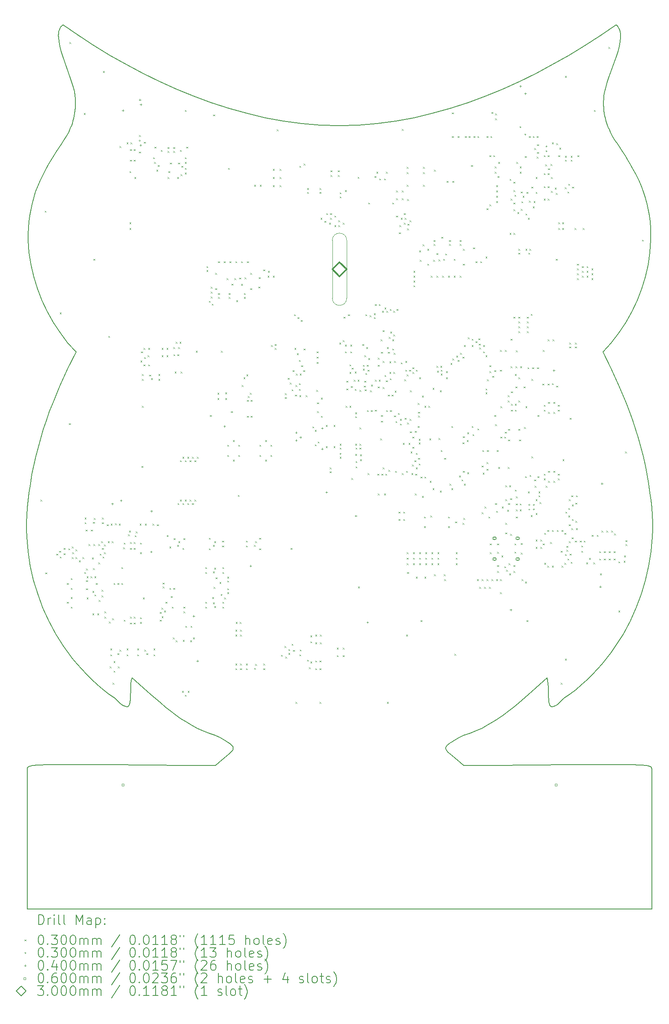
<source format=gbr>
%TF.GenerationSoftware,KiCad,Pcbnew,7.0.11-2.fc39*%
%TF.CreationDate,2024-06-12T21:07:43+01:00*%
%TF.ProjectId,msf-owl-clock,6d73662d-6f77-46c2-9d63-6c6f636b2e6b,0.1*%
%TF.SameCoordinates,Original*%
%TF.FileFunction,Drillmap*%
%TF.FilePolarity,Positive*%
%FSLAX45Y45*%
G04 Gerber Fmt 4.5, Leading zero omitted, Abs format (unit mm)*
G04 Created by KiCad (PCBNEW 7.0.11-2.fc39) date 2024-06-12 21:07:43*
%MOMM*%
%LPD*%
G01*
G04 APERTURE LIST*
%ADD10C,0.200000*%
%ADD11C,0.100000*%
%ADD12C,0.300000*%
G04 APERTURE END LIST*
D10*
X12244999Y-16415622D02*
X12232367Y-16400685D01*
X12222293Y-16386135D02*
X12214922Y-16371848D01*
X12341428Y-16500481D02*
X12296787Y-16464003D01*
X3846014Y-9722335D02*
X3907458Y-9538609D01*
X15536250Y-3317779D02*
X15522891Y-3267453D01*
X13621128Y-15487345D02*
X13723740Y-15402152D01*
X3626791Y-16703213D02*
X3645886Y-16700892D01*
X4353054Y-8464511D02*
X4525150Y-8117683D01*
X4059567Y-4046839D02*
X4114649Y-3963163D01*
X3574443Y-12560281D02*
X3527327Y-12260036D01*
X3840174Y-4434006D02*
X3904844Y-4318129D01*
X12223736Y-16299977D02*
X12235652Y-16284642D01*
X14351788Y-15385947D02*
X14361875Y-15428657D01*
X3788872Y-9907358D02*
X3846014Y-9722335D01*
X4488479Y-3215369D02*
X4497846Y-3161636D01*
X16038986Y-13707279D02*
X16164467Y-13431258D01*
X6616264Y-2664790D02*
X6975155Y-2811703D01*
X3513011Y-19679457D02*
X3513011Y-16803361D01*
X14338478Y-15074886D02*
X14340702Y-15143547D01*
X13737550Y-2505117D02*
X13383681Y-2664909D01*
X16425503Y-12560399D02*
X16472620Y-12260154D01*
X14345981Y-15334115D02*
X14351788Y-15385947D01*
X4509918Y-3048351D02*
X4512378Y-2988543D01*
X16153932Y-9722453D02*
X16092488Y-9538727D01*
X16038271Y-16686923D02*
X15942873Y-16685816D01*
X16373156Y-16703330D02*
X16354061Y-16701010D01*
X15646891Y-8464630D02*
X15474794Y-8117802D01*
X16499075Y-11957082D02*
X16504420Y-11804890D01*
X16095102Y-4318248D02*
X16046263Y-4223413D01*
X3688451Y-10281221D02*
X3736272Y-10093659D01*
X13896294Y-16695335D02*
X13281071Y-16698748D01*
X3814969Y-7046408D02*
X3720929Y-6805320D01*
X5208877Y-15217237D02*
X5087779Y-15123079D01*
X5661468Y-15074768D02*
X5659243Y-15143430D01*
X14880769Y-16688866D02*
X13896294Y-16695335D01*
X3500872Y-11956964D02*
X3495526Y-11804771D01*
X15732893Y-14230172D02*
X15894986Y-13974014D01*
X15495967Y-2795033D02*
X15509196Y-2711766D01*
X3926118Y-7280441D02*
X3814969Y-7046408D01*
X15645196Y-14353881D02*
X15732893Y-14230172D01*
X5503417Y-15455145D02*
X5476055Y-15436460D01*
X3641793Y-12856408D02*
X3574443Y-12560281D01*
X3736272Y-10093659D02*
X3788872Y-9907358D01*
X6103652Y-16695217D02*
X6718874Y-16698631D01*
X11920230Y-3166638D02*
X11543496Y-3253386D01*
X14472098Y-15468963D02*
X14496529Y-15455262D01*
X4196413Y-7721674D02*
X4053543Y-7506002D01*
X13024790Y-2811821D02*
X12661101Y-2944990D01*
X15808482Y-8817158D02*
X15646891Y-8464630D01*
X4446809Y-14474343D02*
X4354750Y-14353763D01*
X4421608Y-16685034D02*
X4737609Y-16686377D01*
X16423882Y-10851405D02*
X16391838Y-10660172D01*
X15838255Y-1503175D02*
X15832197Y-1465957D01*
X14429323Y-2150356D02*
X14086172Y-2333311D01*
X16388242Y-5039299D02*
X16354851Y-4915416D01*
X7338843Y-2944872D02*
X7707105Y-3063432D01*
X14325211Y-14941650D02*
X14333766Y-15006931D01*
X15803533Y-7721793D02*
X15946402Y-7506121D01*
X12296787Y-16464003D02*
X12260044Y-16431070D01*
X4970669Y-15024662D02*
X4857601Y-14922147D01*
X15775762Y-3799895D02*
X15723273Y-3718129D01*
X3546778Y-5416543D02*
X3562650Y-5289981D01*
X15490415Y-2862072D02*
X15495967Y-2795033D01*
X6590059Y-15650351D02*
X6483361Y-15570216D01*
X15713677Y-16684974D02*
X15578339Y-16685152D01*
X3720929Y-6805320D02*
X3644833Y-6558594D01*
X15494912Y-3106125D02*
X15490027Y-3048471D01*
X12235652Y-16284642D02*
X12251293Y-16268695D01*
X13723740Y-15402152D02*
X13924072Y-15227746D01*
X3805429Y-16690601D02*
X3878050Y-16688425D01*
X16467415Y-5798873D02*
X16468123Y-5671226D01*
X3580429Y-16711317D02*
X3594159Y-16708419D01*
X14387992Y-15471318D02*
X14400304Y-15478848D01*
X16437296Y-5290100D02*
X16415688Y-5164253D01*
X4353893Y-7926040D02*
X4196413Y-7721674D01*
X15531541Y-2620201D02*
X15561114Y-2521869D01*
X12292840Y-3063551D02*
X11920230Y-3166638D01*
X7707105Y-3063432D02*
X8079714Y-3166519D01*
X16121897Y-16688542D02*
X16038271Y-16686923D01*
X15808953Y-1399841D02*
X15791295Y-1371326D01*
X16479972Y-16742371D02*
X16476318Y-16737700D01*
X14333766Y-15006931D02*
X14338478Y-15074886D01*
X12251293Y-16268695D02*
X12270806Y-16252012D01*
X16486936Y-19679574D02*
X16486936Y-16803479D01*
X16461387Y-5926528D02*
X16467415Y-5798873D01*
X5630999Y-15445859D02*
X5622349Y-15460162D01*
X3781968Y-4551838D02*
X3840174Y-4434006D01*
X5622349Y-15460162D02*
X5611953Y-15471201D01*
X6810823Y-15799468D02*
X6699138Y-15726985D01*
X15474794Y-8117802D02*
X15646052Y-7926159D01*
X12583754Y-16077059D02*
X12711837Y-16035052D01*
X7789452Y-16329194D02*
X7784547Y-16314707D01*
X16211074Y-9907477D02*
X16153932Y-9722453D01*
X12836191Y-15985652D02*
X12957040Y-15929509D01*
X16484897Y-16752456D02*
X16482800Y-16747288D01*
X16391838Y-10660172D02*
X16354297Y-10470144D01*
X4857601Y-14922147D02*
X4748627Y-14815697D01*
X4525150Y-8117683D02*
X4353893Y-7926040D01*
X3557663Y-16717726D02*
X3568296Y-16714417D01*
X3576065Y-10851286D02*
X3608108Y-10660053D01*
X7424297Y-16701709D02*
X7488867Y-16641060D01*
X16472008Y-11195514D02*
X16450188Y-11043825D01*
X3611704Y-5039180D02*
X3645095Y-4915297D01*
X3531822Y-5671107D02*
X3536537Y-5543644D01*
X15832197Y-1465957D02*
X15822508Y-1431448D01*
X7776210Y-16299859D02*
X7764293Y-16284524D01*
X16482800Y-16747288D02*
X16479972Y-16742371D01*
X7791068Y-16343443D02*
X7789452Y-16329194D01*
X4497846Y-3161636D02*
X4505033Y-3106006D01*
X15834931Y-16685181D02*
X15713677Y-16684974D01*
X7729140Y-16251895D02*
X7705611Y-16234350D01*
X16486361Y-16757881D02*
X16484897Y-16752456D01*
X3495526Y-11804771D02*
X3495507Y-11652357D01*
X16270998Y-13147243D02*
X16358153Y-12856526D01*
X5638070Y-15428539D02*
X5630999Y-15445859D01*
X3513011Y-16803361D02*
X3512038Y-16775628D01*
X15994361Y-4133325D02*
X15940378Y-4046958D01*
X16431651Y-16714535D02*
X16419518Y-16711434D01*
X16046263Y-4223413D02*
X15994361Y-4133325D01*
X3527939Y-11195395D02*
X3549759Y-11043706D01*
X14496529Y-15455262D02*
X14523891Y-15436578D01*
X8456448Y-3253268D02*
X8837081Y-3322814D01*
X5568592Y-15482281D02*
X5549516Y-15477809D01*
X7042906Y-15929392D02*
X6925337Y-15867153D01*
X14450429Y-15477927D02*
X14472098Y-15468963D01*
X14791068Y-15217355D02*
X14912166Y-15123197D01*
X16419518Y-16711434D02*
X16405789Y-16708537D01*
X11543496Y-3253386D02*
X11162864Y-3322932D01*
X15356144Y-14705590D02*
X15456768Y-14591751D01*
X12214922Y-16371848D02*
X12210402Y-16357698D01*
X15596021Y-2418301D02*
X15751184Y-1982289D01*
X5233166Y-1956997D02*
X5570621Y-2150237D01*
X4326332Y-3634824D02*
X4372182Y-3549192D01*
X5648158Y-15385829D02*
X5638070Y-15428539D01*
X15561114Y-2521869D02*
X15596021Y-2418301D01*
X3644833Y-6558594D02*
X3587513Y-6307646D01*
X7748652Y-16268577D02*
X7729140Y-16251895D01*
X15940378Y-4046958D02*
X15885296Y-3963282D01*
X4167748Y-1465838D02*
X4177437Y-1431329D01*
X15751184Y-1982289D02*
X15784402Y-1875505D01*
X12661101Y-2944990D02*
X12292840Y-3063551D01*
X15791295Y-1371326D02*
X15769297Y-1346094D01*
X3500867Y-11499882D02*
X3511659Y-11347507D01*
X13300807Y-15727102D02*
X13409886Y-15650469D01*
X4901631Y-1754338D02*
X5233166Y-1956997D01*
X16354851Y-4915416D02*
X16315413Y-4792779D01*
X16471742Y-16733269D02*
X16466146Y-16729074D01*
X15098314Y-1754457D02*
X14766779Y-1957116D01*
X6925337Y-15867153D02*
X6810823Y-15799468D01*
X3730122Y-4671448D02*
X3781968Y-4551838D01*
X15946402Y-7506121D02*
X16073828Y-7280560D01*
X5656846Y-15275010D02*
X5653965Y-15333998D01*
X7609466Y-16175302D02*
X7522612Y-16129343D01*
X3961676Y-16686805D02*
X4057074Y-16685699D01*
X3878050Y-16688425D02*
X3961676Y-16686805D01*
X16488287Y-11347626D02*
X16472008Y-11195514D01*
X3533801Y-16728956D02*
X3540512Y-16724990D01*
X4188336Y-1772552D02*
X4169030Y-1675198D01*
X16476318Y-16737700D02*
X16471742Y-16733269D01*
X15723273Y-3718129D02*
X15673613Y-3634943D01*
X4393372Y-3505137D02*
X4413241Y-3460084D01*
X15490027Y-3048471D02*
X15487567Y-2988662D01*
X12270806Y-16252012D02*
X12294335Y-16234468D01*
X16073828Y-7280560D02*
X16184977Y-7046527D01*
X16332985Y-16698871D02*
X16309831Y-16696909D01*
X3743040Y-16693376D02*
X3805429Y-16690601D01*
X5688486Y-14880889D02*
X5674735Y-14941532D01*
X16092488Y-9538727D02*
X16026982Y-9356316D01*
X14523891Y-15436578D02*
X14554353Y-15412664D01*
X6718874Y-16698631D02*
X7424297Y-16701709D01*
X16355113Y-6558713D02*
X16412434Y-6307765D01*
X15627763Y-3549311D02*
X15606573Y-3505256D01*
X4413241Y-3460084D02*
X4431666Y-3413906D01*
X4503977Y-2794914D02*
X4490749Y-2711647D01*
X3523629Y-16737583D02*
X3528206Y-16733152D01*
X4543178Y-14591633D02*
X4446809Y-14474343D01*
X16450188Y-11043825D02*
X16423882Y-10851405D01*
X15840427Y-1584975D02*
X15840920Y-1542912D01*
X13924072Y-15227746D02*
X14311460Y-14881007D01*
X15673613Y-3634943D02*
X15627763Y-3549311D01*
X10390799Y-3406955D02*
X9999816Y-3419702D01*
X16415688Y-5164253D02*
X16388242Y-5039299D01*
X11162864Y-3322932D02*
X10778556Y-3374410D01*
X4159518Y-1584856D02*
X4159025Y-1542792D01*
X12957040Y-15929509D02*
X13074609Y-15867271D01*
X4748627Y-14815697D02*
X4643801Y-14705472D01*
X15769297Y-1346094D02*
X15742724Y-1324338D01*
X13189123Y-15799586D02*
X13300807Y-15727102D01*
X15742724Y-1324338D02*
X15423704Y-1543242D01*
X14912166Y-15123197D02*
X15029276Y-15024780D01*
X12215398Y-16314825D02*
X12223736Y-16299977D01*
X14588086Y-15383276D02*
X14666037Y-15307092D01*
X6262395Y-2504998D02*
X6616264Y-2664790D01*
X15487656Y-2926572D02*
X15490415Y-2862072D01*
X12390480Y-16175420D02*
X12477334Y-16129460D01*
X4576241Y-1543123D02*
X4901631Y-1754338D01*
X16412434Y-6307765D02*
X16450145Y-6054013D01*
X16451514Y-16721366D02*
X16442284Y-16717844D01*
X15957653Y-9175239D02*
X15808482Y-8817158D01*
X14766779Y-1957116D02*
X14429323Y-2150356D01*
X16390367Y-16705837D02*
X16373156Y-16703330D01*
X6378818Y-15487228D02*
X6276205Y-15402035D01*
X16256907Y-16693493D02*
X16194519Y-16690718D01*
X5585244Y-15482506D02*
X5568592Y-15482281D01*
X4190992Y-1399722D02*
X4208650Y-1371207D01*
X12294335Y-16234468D02*
X12322026Y-16215938D01*
X3960959Y-13707160D02*
X3835479Y-13431139D01*
X12449741Y-16588070D02*
X12341428Y-16500481D01*
X4372182Y-3549192D02*
X4393372Y-3505137D01*
X7739902Y-16430953D02*
X7754946Y-16415504D01*
X14368947Y-15445977D02*
X14377596Y-15460279D01*
X3645650Y-10470025D02*
X3688451Y-10281221D01*
X16459436Y-16725108D02*
X16451514Y-16721366D01*
X5119178Y-16688749D02*
X6103652Y-16695217D01*
X14414702Y-15482623D02*
X14431354Y-15482398D01*
X7658517Y-16500364D02*
X7703159Y-16463885D01*
X3645095Y-4915297D02*
X3684533Y-4792660D01*
X15840920Y-1542912D02*
X15838255Y-1503175D01*
X15822508Y-1431448D02*
X15808953Y-1399841D01*
X3527327Y-12260036D02*
X3500872Y-11956964D01*
X3835479Y-13431139D02*
X3728948Y-13147124D01*
X4509530Y-2861953D02*
X4503977Y-2794914D01*
X5666180Y-15006814D02*
X5661468Y-15074768D01*
X3972964Y-9356198D02*
X4042293Y-9175120D01*
X3549759Y-11043706D02*
X3576065Y-10851286D01*
X16311496Y-10281340D02*
X16263675Y-10093778D01*
X16184977Y-7046527D02*
X16279017Y-6805439D01*
X4114649Y-3963163D02*
X4224183Y-3799776D01*
X13516585Y-15570334D02*
X13621128Y-15487345D01*
X4208650Y-1371207D02*
X4230648Y-1345975D01*
X7784547Y-16314707D02*
X7776210Y-16299859D01*
X7705611Y-16234350D02*
X7677920Y-16215820D01*
X5674735Y-14941532D02*
X5666180Y-15006814D01*
X12711837Y-16035052D02*
X12836191Y-15985652D01*
X9989397Y-19679473D02*
X3513011Y-19679457D01*
X15606573Y-3505256D02*
X15586705Y-3460203D01*
X4177437Y-1431329D02*
X4190992Y-1399722D01*
X16405789Y-16708537D02*
X16390367Y-16705837D01*
X3519975Y-16742254D02*
X3523629Y-16737583D01*
X15502099Y-3161755D02*
X15494912Y-3106125D01*
X16269823Y-4671567D02*
X16217977Y-4551957D01*
X3513586Y-16757763D02*
X3515050Y-16752339D01*
X16487770Y-16769520D02*
X16487286Y-16763567D01*
X4438831Y-2521750D02*
X4403924Y-2418182D01*
X4230648Y-1345975D02*
X4257221Y-1324219D01*
X16194519Y-16690718D02*
X16121897Y-16688542D01*
X3584257Y-5164134D02*
X3611704Y-5039180D01*
X3608108Y-10660053D02*
X3645650Y-10470025D01*
X16450145Y-6054013D02*
X16461387Y-5926528D01*
X5333909Y-15306974D02*
X5208877Y-15217237D01*
X4737609Y-16686377D02*
X5119178Y-16688749D01*
X5527848Y-15468846D02*
X5503417Y-15455145D01*
X15885296Y-3963282D02*
X15775762Y-3799895D01*
X16358153Y-12856526D02*
X16425503Y-12560399D01*
X3690116Y-16696792D02*
X3743040Y-16693376D01*
X8837081Y-3322814D02*
X9221388Y-3374291D01*
X16504420Y-11804890D02*
X16504440Y-11652476D01*
X4286271Y-16684856D02*
X4421608Y-16685034D01*
X7416191Y-16076942D02*
X7288109Y-16034934D01*
X7789544Y-16357581D02*
X7791068Y-16343443D01*
X16315413Y-4792779D02*
X16269823Y-4671567D01*
X3568296Y-16714417D02*
X3580429Y-16711317D01*
X3953683Y-4223294D02*
X4005584Y-4133206D01*
X14431354Y-15482398D02*
X14450429Y-15477927D01*
X4448525Y-3366474D02*
X4463696Y-3317660D01*
X4512378Y-2988543D02*
X4512289Y-2926453D01*
X7677920Y-16215820D02*
X7609466Y-16175302D01*
X4248762Y-1982170D02*
X4215543Y-1875386D01*
X15511467Y-3215488D02*
X15502099Y-3161755D01*
X6699138Y-15726985D02*
X6590059Y-15650351D01*
X16499080Y-11500001D02*
X16488287Y-11347626D01*
X15578339Y-16685152D02*
X15262338Y-16686494D01*
X16442284Y-16717844D02*
X16431651Y-16714535D01*
X16354297Y-10470144D02*
X16311496Y-10281340D01*
X16279017Y-6805439D02*
X16355113Y-6558713D01*
X4191463Y-8817039D02*
X4353054Y-8464511D01*
X6975155Y-2811703D02*
X7338843Y-2944872D01*
X4159025Y-1542792D02*
X4161690Y-1503056D01*
X12511079Y-16641178D02*
X12449741Y-16588070D01*
X4490749Y-2711647D02*
X4468403Y-2620082D01*
X16472620Y-12260154D02*
X16499075Y-11957082D01*
X8079714Y-3166519D02*
X8456448Y-3253268D01*
X15456768Y-14591751D02*
X15553136Y-14474461D01*
X5913772Y-2333192D02*
X6262395Y-2504998D01*
X12575648Y-16701826D02*
X12511079Y-16641178D01*
X16487286Y-16763567D02*
X16486361Y-16757881D01*
X4403924Y-2418182D02*
X4248762Y-1982170D01*
X4431666Y-3413906D02*
X4448525Y-3366474D01*
X7764293Y-16284524D02*
X7748652Y-16268577D01*
X15029276Y-15024780D02*
X15142345Y-14922265D01*
X12210402Y-16357698D02*
X12208877Y-16343561D01*
X3540512Y-16724990D02*
X3548434Y-16721249D01*
X4468403Y-2620082D02*
X4438831Y-2521750D01*
X3609580Y-16705720D02*
X3626791Y-16703213D01*
X5549516Y-15477809D02*
X5527848Y-15468846D01*
X16263675Y-10093778D02*
X16211074Y-9907477D01*
X4257221Y-1324219D02*
X4576241Y-1543123D01*
X3645886Y-16700892D02*
X3666962Y-16698754D01*
X3495507Y-11652357D02*
X3500867Y-11499882D01*
X15784402Y-1875505D02*
X15811609Y-1772671D01*
X3512177Y-16769402D02*
X3512661Y-16763449D01*
X9221388Y-3374291D02*
X9609145Y-3406836D01*
X3549801Y-6053894D02*
X3538559Y-5926409D01*
X5570621Y-2150237D02*
X5913772Y-2333192D01*
X16504440Y-11652476D02*
X16499080Y-11500001D01*
X13074609Y-15867271D02*
X13189123Y-15799586D01*
X4053543Y-7506002D02*
X3926118Y-7280441D01*
X16487909Y-16775745D02*
X16487770Y-16769520D01*
X12210494Y-16329311D02*
X12215398Y-16314825D01*
X4477054Y-3267334D02*
X4488479Y-3215369D01*
X3904844Y-4318129D02*
X3953683Y-4223294D01*
X14343100Y-15275128D02*
X14345981Y-15334115D01*
X7754946Y-16415504D02*
X7767579Y-16400567D01*
X15487567Y-2988662D02*
X15487656Y-2926572D01*
X12477334Y-16129460D02*
X12583754Y-16077059D01*
X15568279Y-3414025D02*
X15551420Y-3366593D01*
X14377596Y-15460279D02*
X14387992Y-15471318D01*
X15586705Y-3460203D02*
X15568279Y-3414025D01*
X7163755Y-15985535D02*
X7042906Y-15929392D01*
X3907458Y-9538609D02*
X3972964Y-9356198D01*
X15423704Y-1543242D02*
X15098314Y-1754457D01*
X14554353Y-15412664D02*
X14588086Y-15383276D01*
X4042293Y-9175120D02*
X4191463Y-8817039D01*
X16309831Y-16696909D02*
X16256907Y-16693493D01*
X14400304Y-15478848D02*
X14414702Y-15482623D01*
X4354750Y-14353763D02*
X4267053Y-14230054D01*
X4267053Y-14230054D02*
X4104960Y-13973896D01*
X14361875Y-15428657D02*
X14368947Y-15445977D01*
X12260044Y-16431070D02*
X12244999Y-16415622D01*
X16463409Y-5543763D02*
X16453168Y-5416662D01*
X3512038Y-16775628D02*
X3512177Y-16769402D01*
X3666962Y-16698754D02*
X3690116Y-16696792D01*
X5087779Y-15123079D02*
X4970669Y-15024662D01*
X3528206Y-16733152D02*
X3533801Y-16728956D01*
X12322026Y-16215938D02*
X12390480Y-16175420D01*
X3594159Y-16708419D02*
X3609580Y-16705720D01*
X6075873Y-15227629D02*
X5688486Y-14880889D01*
X3562650Y-5289981D02*
X3584257Y-5164134D01*
X7550204Y-16587953D02*
X7658517Y-16500364D01*
X5659243Y-15143430D02*
X5656846Y-15275010D01*
X3532531Y-5798754D02*
X3531822Y-5671107D01*
X14666037Y-15307092D02*
X14791068Y-15217355D01*
X16026982Y-9356316D02*
X15957653Y-9175239D01*
X15646052Y-7926159D02*
X15803533Y-7721793D01*
X16466146Y-16729074D02*
X16459436Y-16725108D01*
X3536537Y-5543644D02*
X3546778Y-5416543D01*
X4057074Y-16685699D02*
X4165016Y-16685063D01*
X4104960Y-13973896D02*
X3960959Y-13707160D01*
X4169030Y-1675198D02*
X4159518Y-1584856D01*
X4463696Y-3317660D02*
X4477054Y-3267334D01*
X15942873Y-16685816D02*
X15834931Y-16685181D01*
X10778556Y-3374410D02*
X10390799Y-3406955D01*
X6276205Y-15402035D02*
X6075873Y-15227629D01*
X3511659Y-11347507D02*
X3527939Y-11195395D01*
X3728948Y-13147124D02*
X3641793Y-12856408D01*
X6483361Y-15570216D02*
X6378818Y-15487228D01*
X9609145Y-3406836D02*
X10000128Y-3419584D01*
X5411860Y-15383158D02*
X5333909Y-15306974D01*
X5476055Y-15436460D02*
X5445592Y-15412547D01*
X4505033Y-3106006D02*
X4509918Y-3048351D01*
X16164467Y-13431258D02*
X16270998Y-13147243D01*
X13409886Y-15650469D02*
X13516585Y-15570334D01*
X5611953Y-15471201D02*
X5599641Y-15478731D01*
X3587513Y-6307646D02*
X3549801Y-6053894D01*
X4512289Y-2926453D02*
X4509530Y-2861953D01*
X7522612Y-16129343D02*
X7416191Y-16076942D01*
X7777653Y-16386018D02*
X7785023Y-16371731D01*
X12232367Y-16400685D02*
X12222293Y-16386135D01*
X3517147Y-16747171D02*
X3519975Y-16742254D01*
X16217977Y-4551957D02*
X16159772Y-4434125D01*
X15522891Y-3267453D02*
X15511467Y-3215488D01*
X3512661Y-16763449D02*
X3513586Y-16757763D01*
X15262338Y-16686494D02*
X14880769Y-16688866D01*
X16453168Y-5416662D02*
X16437296Y-5290100D01*
X3684533Y-4792660D02*
X3730122Y-4671448D01*
X7488867Y-16641060D02*
X7550204Y-16587953D01*
X16486936Y-16803479D02*
X16487909Y-16775745D01*
X5445592Y-15412547D02*
X5411860Y-15383158D01*
X7767579Y-16400567D02*
X7777653Y-16386018D01*
X15551420Y-3366593D02*
X15536250Y-3317779D01*
X5599641Y-15478731D02*
X5585244Y-15482506D01*
X4161690Y-1503056D02*
X4167748Y-1465838D01*
X13281071Y-16698748D02*
X12575648Y-16701826D01*
X4276672Y-3718010D02*
X4326332Y-3634824D01*
X7288109Y-16034934D02*
X7163755Y-15985535D01*
X16159772Y-4434125D02*
X16095102Y-4318248D01*
X4005584Y-4133206D02*
X4059567Y-4046839D01*
X14340702Y-15143547D02*
X14343100Y-15275128D01*
X16468123Y-5671226D02*
X16463409Y-5543763D01*
X7703159Y-16463885D02*
X7739902Y-16430953D01*
X12208877Y-16343561D02*
X12210494Y-16329311D01*
X5653965Y-15333998D02*
X5648158Y-15385829D01*
X15509196Y-2711766D02*
X15531541Y-2620201D01*
X15830915Y-1675317D02*
X15840427Y-1584975D01*
X4215543Y-1875386D02*
X4188336Y-1772552D01*
X7785023Y-16371731D02*
X7789544Y-16357581D01*
X4165016Y-16685063D02*
X4286271Y-16684856D01*
X15894986Y-13974014D02*
X16038986Y-13707279D01*
X16354061Y-16701010D02*
X16332985Y-16698871D01*
X13383681Y-2664909D02*
X13024790Y-2811821D01*
X3538559Y-5926409D02*
X3532531Y-5798754D01*
X15142345Y-14922265D02*
X15251319Y-14815815D01*
X15251319Y-14815815D02*
X15356144Y-14705590D01*
X9989397Y-19679473D02*
X16486936Y-19679574D01*
X14086172Y-2333311D02*
X13737550Y-2505117D01*
X15553136Y-14474461D02*
X15645196Y-14353881D01*
X3515050Y-16752339D02*
X3517147Y-16747171D01*
X4224183Y-3799776D02*
X4276672Y-3718010D01*
X14311460Y-14881007D02*
X14325211Y-14941650D01*
X15811609Y-1772671D02*
X15830915Y-1675317D01*
X3548434Y-16721249D02*
X3557663Y-16717726D01*
X4643801Y-14705472D02*
X4543178Y-14591633D01*
D11*
X3785000Y-11185000D02*
X3815000Y-11215000D01*
X3815000Y-11185000D02*
X3785000Y-11215000D01*
X3875000Y-5185000D02*
X3905000Y-5215000D01*
X3905000Y-5185000D02*
X3875000Y-5215000D01*
X3885000Y-12695000D02*
X3915000Y-12725000D01*
X3915000Y-12695000D02*
X3885000Y-12725000D01*
X4115000Y-12305000D02*
X4145000Y-12335000D01*
X4145000Y-12305000D02*
X4115000Y-12335000D01*
X4175000Y-12245000D02*
X4205000Y-12275000D01*
X4205000Y-12245000D02*
X4175000Y-12275000D01*
X4185000Y-7295000D02*
X4215000Y-7325000D01*
X4215000Y-7295000D02*
X4185000Y-7325000D01*
X4185000Y-12365000D02*
X4215000Y-12395000D01*
X4215000Y-12365000D02*
X4185000Y-12395000D01*
X4265000Y-12185000D02*
X4295000Y-12215000D01*
X4295000Y-12185000D02*
X4265000Y-12215000D01*
X4265000Y-12295000D02*
X4295000Y-12325000D01*
X4295000Y-12295000D02*
X4265000Y-12325000D01*
X4335000Y-12915000D02*
X4365000Y-12945000D01*
X4365000Y-12915000D02*
X4335000Y-12945000D01*
X4335000Y-13305000D02*
X4365000Y-13335000D01*
X4365000Y-13305000D02*
X4335000Y-13335000D01*
X4365000Y-12195000D02*
X4395000Y-12225000D01*
X4395000Y-12195000D02*
X4365000Y-12225000D01*
X4375000Y-9595000D02*
X4405000Y-9625000D01*
X4405000Y-9595000D02*
X4375000Y-9625000D01*
X4385000Y-1685000D02*
X4415000Y-1715000D01*
X4415000Y-1685000D02*
X4385000Y-1715000D01*
X4415000Y-12815000D02*
X4445000Y-12845000D01*
X4445000Y-12815000D02*
X4415000Y-12845000D01*
X4415000Y-13015000D02*
X4445000Y-13045000D01*
X4445000Y-13015000D02*
X4415000Y-13045000D01*
X4415000Y-13205000D02*
X4445000Y-13235000D01*
X4445000Y-13205000D02*
X4415000Y-13235000D01*
X4415000Y-13405000D02*
X4445000Y-13435000D01*
X4445000Y-13405000D02*
X4415000Y-13435000D01*
X4435000Y-12155000D02*
X4465000Y-12185000D01*
X4465000Y-12155000D02*
X4435000Y-12185000D01*
X4435000Y-12375000D02*
X4465000Y-12405000D01*
X4465000Y-12375000D02*
X4435000Y-12405000D01*
X4445000Y-12275000D02*
X4475000Y-12305000D01*
X4475000Y-12275000D02*
X4445000Y-12305000D01*
X4515000Y-12215000D02*
X4545000Y-12245000D01*
X4545000Y-12215000D02*
X4515000Y-12245000D01*
X4515000Y-12375000D02*
X4545000Y-12405000D01*
X4545000Y-12375000D02*
X4515000Y-12405000D01*
X4585000Y-12445000D02*
X4615000Y-12475000D01*
X4615000Y-12445000D02*
X4585000Y-12475000D01*
X4655000Y-12375000D02*
X4685000Y-12405000D01*
X4685000Y-12375000D02*
X4655000Y-12405000D01*
X4685000Y-3155000D02*
X4715000Y-3185000D01*
X4715000Y-3155000D02*
X4685000Y-3185000D01*
X4695000Y-12685000D02*
X4725000Y-12715000D01*
X4725000Y-12685000D02*
X4695000Y-12715000D01*
X4705000Y-11555000D02*
X4735000Y-11585000D01*
X4735000Y-11555000D02*
X4705000Y-11585000D01*
X4705000Y-11655000D02*
X4735000Y-11685000D01*
X4735000Y-11655000D02*
X4705000Y-11685000D01*
X4725000Y-11805000D02*
X4755000Y-11835000D01*
X4755000Y-11805000D02*
X4725000Y-11835000D01*
X4735000Y-12615000D02*
X4765000Y-12645000D01*
X4765000Y-12615000D02*
X4735000Y-12645000D01*
X4735000Y-12855000D02*
X4765000Y-12885000D01*
X4765000Y-12855000D02*
X4735000Y-12885000D01*
X4735000Y-13025000D02*
X4765000Y-13055000D01*
X4765000Y-13025000D02*
X4735000Y-13055000D01*
X4745000Y-12775000D02*
X4775000Y-12805000D01*
X4775000Y-12775000D02*
X4745000Y-12805000D01*
X4745000Y-13215000D02*
X4775000Y-13245000D01*
X4775000Y-13215000D02*
X4745000Y-13245000D01*
X4785000Y-12105000D02*
X4815000Y-12135000D01*
X4815000Y-12105000D02*
X4785000Y-12135000D01*
X4825000Y-12775000D02*
X4855000Y-12805000D01*
X4855000Y-12775000D02*
X4825000Y-12805000D01*
X4835000Y-11805000D02*
X4865000Y-11835000D01*
X4865000Y-11805000D02*
X4835000Y-11835000D01*
X4855000Y-12385000D02*
X4885000Y-12415000D01*
X4885000Y-12385000D02*
X4855000Y-12415000D01*
X4865000Y-13080000D02*
X4895000Y-13110000D01*
X4895000Y-13080000D02*
X4865000Y-13110000D01*
X4865000Y-13545000D02*
X4895000Y-13575000D01*
X4895000Y-13545000D02*
X4865000Y-13575000D01*
X4875000Y-11645000D02*
X4905000Y-11675000D01*
X4905000Y-11645000D02*
X4875000Y-11675000D01*
X4875000Y-12605000D02*
X4905000Y-12635000D01*
X4905000Y-12605000D02*
X4875000Y-12635000D01*
X4885000Y-6185000D02*
X4915000Y-6215000D01*
X4915000Y-6185000D02*
X4885000Y-6215000D01*
X4885000Y-12105000D02*
X4915000Y-12135000D01*
X4915000Y-12105000D02*
X4885000Y-12135000D01*
X4895000Y-11565000D02*
X4925000Y-11595000D01*
X4925000Y-11565000D02*
X4895000Y-11595000D01*
X4905000Y-12775000D02*
X4935000Y-12805000D01*
X4935000Y-12775000D02*
X4905000Y-12805000D01*
X4905000Y-13150000D02*
X4935000Y-13180000D01*
X4935000Y-13150000D02*
X4905000Y-13180000D01*
X4935000Y-12915000D02*
X4965000Y-12945000D01*
X4965000Y-12915000D02*
X4935000Y-12945000D01*
X4965000Y-13545000D02*
X4995000Y-13575000D01*
X4995000Y-13545000D02*
X4965000Y-13575000D01*
X4985000Y-12105000D02*
X5015000Y-12135000D01*
X5015000Y-12105000D02*
X4985000Y-12135000D01*
X4985000Y-12485000D02*
X5015000Y-12515000D01*
X5015000Y-12485000D02*
X4985000Y-12515000D01*
X4995000Y-13265000D02*
X5025000Y-13295000D01*
X5025000Y-13265000D02*
X4995000Y-13295000D01*
X5015000Y-12305000D02*
X5045000Y-12335000D01*
X5045000Y-12305000D02*
X5015000Y-12335000D01*
X5045000Y-12045000D02*
X5075000Y-12075000D01*
X5075000Y-12045000D02*
X5045000Y-12075000D01*
X5055000Y-13055000D02*
X5085000Y-13085000D01*
X5085000Y-13055000D02*
X5055000Y-13085000D01*
X5055000Y-13175000D02*
X5085000Y-13205000D01*
X5085000Y-13175000D02*
X5055000Y-13205000D01*
X5065000Y-11555000D02*
X5095000Y-11585000D01*
X5095000Y-11555000D02*
X5065000Y-11585000D01*
X5065000Y-11655000D02*
X5095000Y-11685000D01*
X5095000Y-11655000D02*
X5065000Y-11685000D01*
X5065000Y-12185000D02*
X5095000Y-12215000D01*
X5095000Y-12185000D02*
X5065000Y-12215000D01*
X5075000Y-12365000D02*
X5105000Y-12395000D01*
X5105000Y-12365000D02*
X5075000Y-12395000D01*
X5085000Y-2285000D02*
X5115000Y-2315000D01*
X5115000Y-2285000D02*
X5085000Y-2315000D01*
X5105000Y-12115000D02*
X5135000Y-12145000D01*
X5135000Y-12115000D02*
X5105000Y-12145000D01*
X5105000Y-12275000D02*
X5135000Y-12305000D01*
X5135000Y-12275000D02*
X5105000Y-12305000D01*
X5115000Y-13505000D02*
X5145000Y-13535000D01*
X5145000Y-13505000D02*
X5115000Y-13535000D01*
X5115000Y-13615000D02*
X5145000Y-13645000D01*
X5145000Y-13615000D02*
X5115000Y-13645000D01*
X5165000Y-11695000D02*
X5195000Y-11725000D01*
X5195000Y-11695000D02*
X5165000Y-11725000D01*
X5185000Y-12045000D02*
X5215000Y-12075000D01*
X5215000Y-12045000D02*
X5185000Y-12075000D01*
X5195000Y-7785000D02*
X5225000Y-7815000D01*
X5225000Y-7785000D02*
X5195000Y-7815000D01*
X5205000Y-13715000D02*
X5235000Y-13745000D01*
X5235000Y-13715000D02*
X5205000Y-13745000D01*
X5225000Y-14645000D02*
X5255000Y-14675000D01*
X5255000Y-14645000D02*
X5225000Y-14675000D01*
X5235000Y-14275000D02*
X5265000Y-14305000D01*
X5265000Y-14275000D02*
X5235000Y-14305000D01*
X5235000Y-14395000D02*
X5265000Y-14425000D01*
X5265000Y-14395000D02*
X5235000Y-14425000D01*
X5245000Y-11685000D02*
X5275000Y-11715000D01*
X5275000Y-11685000D02*
X5245000Y-11715000D01*
X5265000Y-12045000D02*
X5295000Y-12075000D01*
X5295000Y-12045000D02*
X5265000Y-12075000D01*
X5275000Y-13645000D02*
X5305000Y-13675000D01*
X5305000Y-13645000D02*
X5275000Y-13675000D01*
X5285000Y-14985000D02*
X5315000Y-15015000D01*
X5315000Y-14985000D02*
X5285000Y-15015000D01*
X5305000Y-12915000D02*
X5335000Y-12945000D01*
X5335000Y-12915000D02*
X5305000Y-12945000D01*
X5305000Y-14535000D02*
X5335000Y-14565000D01*
X5335000Y-14535000D02*
X5305000Y-14565000D01*
X5305000Y-14735000D02*
X5335000Y-14765000D01*
X5335000Y-14735000D02*
X5305000Y-14765000D01*
X5335000Y-11675000D02*
X5365000Y-11705000D01*
X5365000Y-11675000D02*
X5335000Y-11705000D01*
X5385000Y-12915000D02*
X5415000Y-12945000D01*
X5415000Y-12915000D02*
X5385000Y-12945000D01*
X5385000Y-14370000D02*
X5415000Y-14400000D01*
X5415000Y-14370000D02*
X5385000Y-14400000D01*
X5395000Y-14645000D02*
X5425000Y-14675000D01*
X5425000Y-14645000D02*
X5395000Y-14675000D01*
X5415000Y-11685000D02*
X5445000Y-11715000D01*
X5445000Y-11685000D02*
X5415000Y-11715000D01*
X5425000Y-3845000D02*
X5455000Y-3875000D01*
X5455000Y-3845000D02*
X5425000Y-3875000D01*
X5425000Y-14300000D02*
X5455000Y-14330000D01*
X5455000Y-14300000D02*
X5425000Y-14330000D01*
X5465000Y-12585000D02*
X5495000Y-12615000D01*
X5495000Y-12585000D02*
X5465000Y-12615000D01*
X5465000Y-12915000D02*
X5495000Y-12945000D01*
X5495000Y-12915000D02*
X5465000Y-12945000D01*
X5505000Y-12175000D02*
X5535000Y-12205000D01*
X5535000Y-12175000D02*
X5505000Y-12205000D01*
X5515000Y-12075000D02*
X5545000Y-12105000D01*
X5545000Y-12075000D02*
X5515000Y-12105000D01*
X5515000Y-13675000D02*
X5545000Y-13705000D01*
X5545000Y-13675000D02*
X5515000Y-13705000D01*
X5575000Y-3765000D02*
X5605000Y-3795000D01*
X5605000Y-3765000D02*
X5575000Y-3795000D01*
X5575000Y-14275000D02*
X5605000Y-14305000D01*
X5605000Y-14275000D02*
X5575000Y-14305000D01*
X5575000Y-14395000D02*
X5605000Y-14425000D01*
X5605000Y-14395000D02*
X5575000Y-14425000D01*
X5605000Y-11905000D02*
X5635000Y-11935000D01*
X5635000Y-11905000D02*
X5605000Y-11935000D01*
X5625000Y-11825000D02*
X5655000Y-11855000D01*
X5655000Y-11825000D02*
X5625000Y-11855000D01*
X5635000Y-4365000D02*
X5665000Y-4395000D01*
X5665000Y-4365000D02*
X5635000Y-4395000D01*
X5635000Y-5425000D02*
X5665000Y-5455000D01*
X5665000Y-5425000D02*
X5635000Y-5455000D01*
X5635000Y-5545000D02*
X5665000Y-5575000D01*
X5665000Y-5545000D02*
X5635000Y-5575000D01*
X5645000Y-3905000D02*
X5675000Y-3935000D01*
X5675000Y-3905000D02*
X5645000Y-3935000D01*
X5645000Y-4125000D02*
X5675000Y-4155000D01*
X5675000Y-4125000D02*
X5645000Y-4155000D01*
X5645000Y-12065000D02*
X5675000Y-12095000D01*
X5675000Y-12065000D02*
X5645000Y-12095000D01*
X5645000Y-12185000D02*
X5675000Y-12215000D01*
X5675000Y-12185000D02*
X5645000Y-12215000D01*
X5645000Y-13615000D02*
X5675000Y-13645000D01*
X5675000Y-13615000D02*
X5645000Y-13645000D01*
X5645000Y-13735000D02*
X5675000Y-13765000D01*
X5675000Y-13735000D02*
X5645000Y-13765000D01*
X5655000Y-3765000D02*
X5685000Y-3795000D01*
X5685000Y-3765000D02*
X5655000Y-3795000D01*
X5725000Y-3905000D02*
X5755000Y-3935000D01*
X5755000Y-3905000D02*
X5725000Y-3935000D01*
X5725000Y-4125000D02*
X5755000Y-4155000D01*
X5755000Y-4125000D02*
X5725000Y-4155000D01*
X5725000Y-12065000D02*
X5755000Y-12095000D01*
X5755000Y-12065000D02*
X5725000Y-12095000D01*
X5725000Y-12185000D02*
X5755000Y-12215000D01*
X5755000Y-12185000D02*
X5725000Y-12215000D01*
X5725000Y-13615000D02*
X5755000Y-13645000D01*
X5755000Y-13615000D02*
X5725000Y-13645000D01*
X5725000Y-13735000D02*
X5755000Y-13765000D01*
X5755000Y-13735000D02*
X5725000Y-13765000D01*
X5735000Y-4485000D02*
X5765000Y-4515000D01*
X5765000Y-4485000D02*
X5735000Y-4515000D01*
X5745000Y-11925000D02*
X5775000Y-11955000D01*
X5775000Y-11925000D02*
X5745000Y-11955000D01*
X5765000Y-11845000D02*
X5795000Y-11875000D01*
X5795000Y-11845000D02*
X5765000Y-11875000D01*
X5795000Y-14275000D02*
X5825000Y-14305000D01*
X5825000Y-14275000D02*
X5795000Y-14305000D01*
X5795000Y-14395000D02*
X5825000Y-14425000D01*
X5825000Y-14395000D02*
X5795000Y-14425000D01*
X5835000Y-3615000D02*
X5865000Y-3645000D01*
X5865000Y-3615000D02*
X5835000Y-3645000D01*
X5835000Y-3957500D02*
X5865000Y-3987500D01*
X5865000Y-3957500D02*
X5835000Y-3987500D01*
X5845000Y-11685000D02*
X5875000Y-11715000D01*
X5875000Y-11685000D02*
X5845000Y-11715000D01*
X5855000Y-12075000D02*
X5885000Y-12105000D01*
X5885000Y-12075000D02*
X5855000Y-12105000D01*
X5855000Y-12275000D02*
X5885000Y-12305000D01*
X5885000Y-12275000D02*
X5855000Y-12305000D01*
X5855000Y-13625000D02*
X5885000Y-13655000D01*
X5885000Y-13625000D02*
X5855000Y-13655000D01*
X5855000Y-13725000D02*
X5885000Y-13755000D01*
X5885000Y-13725000D02*
X5855000Y-13755000D01*
X5865000Y-8295000D02*
X5895000Y-8325000D01*
X5895000Y-8295000D02*
X5865000Y-8325000D01*
X5875000Y-8105000D02*
X5905000Y-8135000D01*
X5905000Y-8105000D02*
X5875000Y-8135000D01*
X5885000Y-10485000D02*
X5915000Y-10515000D01*
X5915000Y-10485000D02*
X5885000Y-10515000D01*
X5895000Y-8575000D02*
X5925000Y-8605000D01*
X5925000Y-8575000D02*
X5895000Y-8605000D01*
X5895000Y-8675000D02*
X5925000Y-8705000D01*
X5925000Y-8675000D02*
X5895000Y-8705000D01*
X5895000Y-9235000D02*
X5925000Y-9265000D01*
X5925000Y-9235000D02*
X5895000Y-9265000D01*
X5915000Y-13215000D02*
X5945000Y-13245000D01*
X5945000Y-13215000D02*
X5915000Y-13245000D01*
X5925000Y-8035000D02*
X5955000Y-8065000D01*
X5955000Y-8035000D02*
X5925000Y-8065000D01*
X5925000Y-8375000D02*
X5955000Y-8405000D01*
X5955000Y-8375000D02*
X5925000Y-8405000D01*
X5935000Y-3755000D02*
X5965000Y-3785000D01*
X5965000Y-3755000D02*
X5935000Y-3785000D01*
X5940000Y-8225000D02*
X5970000Y-8255000D01*
X5970000Y-8225000D02*
X5940000Y-8255000D01*
X5945000Y-14300000D02*
X5975000Y-14330000D01*
X5975000Y-14300000D02*
X5945000Y-14330000D01*
X5955000Y-11685000D02*
X5985000Y-11715000D01*
X5985000Y-11685000D02*
X5955000Y-11715000D01*
X5985000Y-14370000D02*
X6015000Y-14400000D01*
X6015000Y-14370000D02*
X5985000Y-14400000D01*
X6010000Y-8185000D02*
X6040000Y-8215000D01*
X6040000Y-8185000D02*
X6010000Y-8215000D01*
X6025000Y-8035000D02*
X6055000Y-8065000D01*
X6055000Y-8035000D02*
X6025000Y-8065000D01*
X6025000Y-8375000D02*
X6055000Y-8405000D01*
X6055000Y-8375000D02*
X6025000Y-8405000D01*
X6045000Y-8590000D02*
X6075000Y-8620000D01*
X6075000Y-8590000D02*
X6045000Y-8620000D01*
X6085000Y-8660000D02*
X6115000Y-8690000D01*
X6115000Y-8660000D02*
X6085000Y-8690000D01*
X6115000Y-11685000D02*
X6145000Y-11715000D01*
X6145000Y-11685000D02*
X6115000Y-11715000D01*
X6125000Y-4075000D02*
X6155000Y-4105000D01*
X6155000Y-4075000D02*
X6125000Y-4105000D01*
X6135000Y-14275000D02*
X6165000Y-14305000D01*
X6165000Y-14275000D02*
X6135000Y-14305000D01*
X6135000Y-14395000D02*
X6165000Y-14425000D01*
X6165000Y-14395000D02*
X6135000Y-14425000D01*
X6145000Y-4175000D02*
X6175000Y-4205000D01*
X6175000Y-4175000D02*
X6145000Y-4205000D01*
X6155000Y-3855000D02*
X6185000Y-3885000D01*
X6185000Y-3855000D02*
X6155000Y-3885000D01*
X6195000Y-4335000D02*
X6225000Y-4365000D01*
X6225000Y-4335000D02*
X6195000Y-4365000D01*
X6205000Y-11695000D02*
X6235000Y-11725000D01*
X6235000Y-11695000D02*
X6205000Y-11725000D01*
X6225000Y-4235000D02*
X6255000Y-4265000D01*
X6255000Y-4235000D02*
X6225000Y-4265000D01*
X6235000Y-8575000D02*
X6265000Y-8605000D01*
X6265000Y-8575000D02*
X6235000Y-8605000D01*
X6235000Y-8675000D02*
X6265000Y-8705000D01*
X6265000Y-8675000D02*
X6235000Y-8705000D01*
X6265000Y-13515000D02*
X6295000Y-13545000D01*
X6295000Y-13515000D02*
X6265000Y-13545000D01*
X6265000Y-13675000D02*
X6295000Y-13705000D01*
X6295000Y-13675000D02*
X6265000Y-13705000D01*
X6285000Y-3925000D02*
X6315000Y-3955000D01*
X6315000Y-3925000D02*
X6285000Y-3955000D01*
X6296905Y-13425000D02*
X6326905Y-13455000D01*
X6326905Y-13425000D02*
X6296905Y-13455000D01*
X6305000Y-8035000D02*
X6335000Y-8065000D01*
X6335000Y-8035000D02*
X6305000Y-8065000D01*
X6305000Y-8185000D02*
X6335000Y-8215000D01*
X6335000Y-8185000D02*
X6305000Y-8215000D01*
X6305000Y-13605000D02*
X6335000Y-13635000D01*
X6335000Y-13605000D02*
X6305000Y-13635000D01*
X6325000Y-12905000D02*
X6355000Y-12935000D01*
X6355000Y-12905000D02*
X6325000Y-12935000D01*
X6325000Y-12985000D02*
X6355000Y-13015000D01*
X6355000Y-12985000D02*
X6325000Y-13015000D01*
X6355000Y-13485000D02*
X6385000Y-13515000D01*
X6385000Y-13485000D02*
X6355000Y-13515000D01*
X6385000Y-13305000D02*
X6415000Y-13335000D01*
X6415000Y-13305000D02*
X6385000Y-13335000D01*
X6405000Y-8035000D02*
X6435000Y-8065000D01*
X6435000Y-8035000D02*
X6405000Y-8065000D01*
X6405000Y-8185000D02*
X6435000Y-8215000D01*
X6435000Y-8185000D02*
X6405000Y-8215000D01*
X6425000Y-3865000D02*
X6455000Y-3895000D01*
X6455000Y-3865000D02*
X6425000Y-3895000D01*
X6425000Y-3945000D02*
X6455000Y-3975000D01*
X6455000Y-3945000D02*
X6425000Y-3975000D01*
X6425000Y-4485000D02*
X6455000Y-4515000D01*
X6455000Y-4485000D02*
X6425000Y-4515000D01*
X6445000Y-4365000D02*
X6475000Y-4395000D01*
X6475000Y-4365000D02*
X6445000Y-4395000D01*
X6465000Y-12155000D02*
X6495000Y-12185000D01*
X6495000Y-12155000D02*
X6465000Y-12185000D01*
X6465000Y-13015000D02*
X6495000Y-13045000D01*
X6495000Y-13015000D02*
X6465000Y-13045000D01*
X6475000Y-4185000D02*
X6505000Y-4215000D01*
X6505000Y-4185000D02*
X6475000Y-4215000D01*
X6495000Y-13185000D02*
X6525000Y-13215000D01*
X6525000Y-13185000D02*
X6495000Y-13215000D01*
X6515000Y-13405000D02*
X6545000Y-13435000D01*
X6545000Y-13405000D02*
X6515000Y-13435000D01*
X6535000Y-14045000D02*
X6565000Y-14075000D01*
X6565000Y-14045000D02*
X6535000Y-14075000D01*
X6545000Y-3865000D02*
X6575000Y-3895000D01*
X6575000Y-3865000D02*
X6545000Y-3895000D01*
X6545000Y-3945000D02*
X6575000Y-3975000D01*
X6575000Y-3945000D02*
X6545000Y-3975000D01*
X6545000Y-8015000D02*
X6575000Y-8045000D01*
X6575000Y-8015000D02*
X6545000Y-8045000D01*
X6545000Y-13015000D02*
X6575000Y-13045000D01*
X6575000Y-13015000D02*
X6545000Y-13045000D01*
X6550000Y-8165000D02*
X6580000Y-8195000D01*
X6580000Y-8165000D02*
X6550000Y-8195000D01*
X6555000Y-11985000D02*
X6585000Y-12015000D01*
X6585000Y-11985000D02*
X6555000Y-12015000D01*
X6575000Y-8525000D02*
X6605000Y-8555000D01*
X6605000Y-8525000D02*
X6575000Y-8555000D01*
X6595000Y-7905000D02*
X6625000Y-7935000D01*
X6625000Y-7905000D02*
X6595000Y-7935000D01*
X6595000Y-14105000D02*
X6625000Y-14135000D01*
X6625000Y-14105000D02*
X6595000Y-14135000D01*
X6625000Y-4485000D02*
X6655000Y-4515000D01*
X6655000Y-4485000D02*
X6625000Y-4515000D01*
X6625000Y-12125000D02*
X6655000Y-12155000D01*
X6655000Y-12125000D02*
X6625000Y-12155000D01*
X6630000Y-8165000D02*
X6660000Y-8195000D01*
X6660000Y-8165000D02*
X6630000Y-8195000D01*
X6635000Y-11255000D02*
X6665000Y-11285000D01*
X6665000Y-11255000D02*
X6635000Y-11285000D01*
X6645000Y-4185000D02*
X6675000Y-4215000D01*
X6675000Y-4185000D02*
X6645000Y-4215000D01*
X6645000Y-8015000D02*
X6675000Y-8045000D01*
X6675000Y-8015000D02*
X6645000Y-8045000D01*
X6650000Y-12045000D02*
X6680000Y-12075000D01*
X6680000Y-12045000D02*
X6650000Y-12075000D01*
X6675000Y-7905000D02*
X6705000Y-7935000D01*
X6705000Y-7905000D02*
X6675000Y-7935000D01*
X6685000Y-3925000D02*
X6715000Y-3955000D01*
X6715000Y-3925000D02*
X6685000Y-3955000D01*
X6685000Y-10365000D02*
X6715000Y-10395000D01*
X6715000Y-10365000D02*
X6685000Y-10395000D01*
X6685000Y-11185000D02*
X6715000Y-11215000D01*
X6715000Y-11185000D02*
X6685000Y-11215000D01*
X6695000Y-4425000D02*
X6725000Y-4455000D01*
X6725000Y-4425000D02*
X6695000Y-4455000D01*
X6695000Y-8525000D02*
X6725000Y-8555000D01*
X6725000Y-8525000D02*
X6695000Y-8555000D01*
X6715000Y-4255000D02*
X6745000Y-4285000D01*
X6745000Y-4255000D02*
X6715000Y-4285000D01*
X6725000Y-15155000D02*
X6755000Y-15185000D01*
X6755000Y-15155000D02*
X6725000Y-15185000D01*
X6735000Y-10295000D02*
X6765000Y-10325000D01*
X6765000Y-10295000D02*
X6735000Y-10325000D01*
X6735000Y-11255000D02*
X6765000Y-11285000D01*
X6765000Y-11255000D02*
X6735000Y-11285000D01*
X6735000Y-12185000D02*
X6765000Y-12215000D01*
X6765000Y-12185000D02*
X6735000Y-12215000D01*
X6745000Y-14095000D02*
X6775000Y-14125000D01*
X6775000Y-14095000D02*
X6745000Y-14125000D01*
X6755000Y-11985000D02*
X6785000Y-12015000D01*
X6785000Y-11985000D02*
X6755000Y-12015000D01*
X6755000Y-13405000D02*
X6785000Y-13435000D01*
X6785000Y-13405000D02*
X6755000Y-13435000D01*
X6755000Y-13505000D02*
X6785000Y-13535000D01*
X6785000Y-13505000D02*
X6755000Y-13535000D01*
X6785000Y-3095000D02*
X6815000Y-3125000D01*
X6815000Y-3095000D02*
X6785000Y-3125000D01*
X6785000Y-4075000D02*
X6815000Y-4105000D01*
X6815000Y-4075000D02*
X6785000Y-4105000D01*
X6785000Y-4175000D02*
X6815000Y-4205000D01*
X6815000Y-4175000D02*
X6785000Y-4205000D01*
X6785000Y-4295000D02*
X6815000Y-4325000D01*
X6815000Y-4295000D02*
X6785000Y-4325000D01*
X6785000Y-4395000D02*
X6815000Y-4425000D01*
X6815000Y-4395000D02*
X6785000Y-4425000D01*
X6785000Y-10365000D02*
X6815000Y-10395000D01*
X6815000Y-10365000D02*
X6785000Y-10395000D01*
X6785000Y-11185000D02*
X6815000Y-11215000D01*
X6815000Y-11185000D02*
X6785000Y-11215000D01*
X6785000Y-15235000D02*
X6815000Y-15265000D01*
X6815000Y-15235000D02*
X6785000Y-15265000D01*
X6795000Y-13805000D02*
X6825000Y-13835000D01*
X6825000Y-13805000D02*
X6795000Y-13835000D01*
X6815000Y-3855000D02*
X6845000Y-3885000D01*
X6845000Y-3855000D02*
X6815000Y-3885000D01*
X6835000Y-10295000D02*
X6865000Y-10325000D01*
X6865000Y-10295000D02*
X6835000Y-10325000D01*
X6835000Y-11255000D02*
X6865000Y-11285000D01*
X6865000Y-11255000D02*
X6835000Y-11285000D01*
X6845000Y-15155000D02*
X6875000Y-15185000D01*
X6875000Y-15155000D02*
X6845000Y-15185000D01*
X6885000Y-10365000D02*
X6915000Y-10395000D01*
X6915000Y-10365000D02*
X6885000Y-10395000D01*
X6885000Y-11185000D02*
X6915000Y-11215000D01*
X6915000Y-11185000D02*
X6885000Y-11215000D01*
X6895000Y-14105000D02*
X6925000Y-14135000D01*
X6925000Y-14105000D02*
X6895000Y-14135000D01*
X6905000Y-13805000D02*
X6935000Y-13835000D01*
X6935000Y-13805000D02*
X6905000Y-13835000D01*
X6935000Y-10295000D02*
X6965000Y-10325000D01*
X6965000Y-10295000D02*
X6935000Y-10325000D01*
X6935000Y-11255000D02*
X6965000Y-11285000D01*
X6965000Y-11255000D02*
X6935000Y-11285000D01*
X6955000Y-14045000D02*
X6985000Y-14075000D01*
X6985000Y-14045000D02*
X6955000Y-14075000D01*
X6985000Y-10365000D02*
X7015000Y-10395000D01*
X7015000Y-10365000D02*
X6985000Y-10395000D01*
X6985000Y-11185000D02*
X7015000Y-11215000D01*
X7015000Y-11185000D02*
X6985000Y-11215000D01*
X7015000Y-8095000D02*
X7045000Y-8125000D01*
X7045000Y-8095000D02*
X7015000Y-8125000D01*
X7035000Y-10295000D02*
X7065000Y-10325000D01*
X7065000Y-10295000D02*
X7035000Y-10325000D01*
X7210000Y-12585000D02*
X7240000Y-12615000D01*
X7240000Y-12585000D02*
X7210000Y-12615000D01*
X7210000Y-12685000D02*
X7240000Y-12715000D01*
X7240000Y-12685000D02*
X7210000Y-12715000D01*
X7210000Y-13305000D02*
X7240000Y-13335000D01*
X7240000Y-13305000D02*
X7210000Y-13335000D01*
X7210000Y-13405000D02*
X7240000Y-13435000D01*
X7240000Y-13405000D02*
X7210000Y-13435000D01*
X7235000Y-6335000D02*
X7265000Y-6365000D01*
X7265000Y-6335000D02*
X7235000Y-6365000D01*
X7235000Y-6415000D02*
X7265000Y-6445000D01*
X7265000Y-6415000D02*
X7235000Y-6445000D01*
X7285000Y-7055000D02*
X7315000Y-7085000D01*
X7315000Y-7055000D02*
X7285000Y-7085000D01*
X7285000Y-11975000D02*
X7315000Y-12005000D01*
X7315000Y-11975000D02*
X7285000Y-12005000D01*
X7285000Y-12195000D02*
X7315000Y-12225000D01*
X7315000Y-12195000D02*
X7285000Y-12225000D01*
X7305000Y-9425000D02*
X7335000Y-9455000D01*
X7335000Y-9425000D02*
X7305000Y-9455000D01*
X7325000Y-6765000D02*
X7355000Y-6795000D01*
X7355000Y-6765000D02*
X7325000Y-6795000D01*
X7325000Y-6865000D02*
X7355000Y-6895000D01*
X7355000Y-6865000D02*
X7325000Y-6895000D01*
X7325000Y-6965000D02*
X7355000Y-6995000D01*
X7355000Y-6965000D02*
X7325000Y-6995000D01*
X7345000Y-7115000D02*
X7375000Y-7145000D01*
X7375000Y-7115000D02*
X7345000Y-7145000D01*
X7355000Y-13205000D02*
X7385000Y-13235000D01*
X7385000Y-13205000D02*
X7355000Y-13235000D01*
X7370000Y-12125000D02*
X7400000Y-12155000D01*
X7400000Y-12125000D02*
X7370000Y-12155000D01*
X7370000Y-12675000D02*
X7400000Y-12705000D01*
X7400000Y-12675000D02*
X7370000Y-12705000D01*
X7370000Y-13315000D02*
X7400000Y-13345000D01*
X7400000Y-13315000D02*
X7370000Y-13345000D01*
X7375000Y-3185000D02*
X7405000Y-3215000D01*
X7405000Y-3185000D02*
X7375000Y-3215000D01*
X7385000Y-12995000D02*
X7415000Y-13025000D01*
X7415000Y-12995000D02*
X7385000Y-13025000D01*
X7395000Y-12045000D02*
X7425000Y-12075000D01*
X7425000Y-12045000D02*
X7395000Y-12075000D01*
X7395000Y-12595000D02*
X7425000Y-12625000D01*
X7425000Y-12595000D02*
X7395000Y-12625000D01*
X7395000Y-13395000D02*
X7425000Y-13425000D01*
X7425000Y-13395000D02*
X7395000Y-13425000D01*
X7415000Y-6475000D02*
X7445000Y-6505000D01*
X7445000Y-6475000D02*
X7415000Y-6505000D01*
X7415000Y-6795000D02*
X7445000Y-6825000D01*
X7445000Y-6795000D02*
X7415000Y-6825000D01*
X7425000Y-12795000D02*
X7455000Y-12825000D01*
X7455000Y-12795000D02*
X7425000Y-12825000D01*
X7465000Y-8965000D02*
X7495000Y-8995000D01*
X7495000Y-8965000D02*
X7465000Y-8995000D01*
X7465000Y-9075000D02*
X7495000Y-9105000D01*
X7495000Y-9075000D02*
X7465000Y-9105000D01*
X7475000Y-6235000D02*
X7505000Y-6265000D01*
X7505000Y-6235000D02*
X7475000Y-6265000D01*
X7475000Y-6895000D02*
X7505000Y-6925000D01*
X7505000Y-6895000D02*
X7475000Y-6925000D01*
X7475000Y-6975000D02*
X7505000Y-7005000D01*
X7505000Y-6975000D02*
X7475000Y-7005000D01*
X7505000Y-12895000D02*
X7535000Y-12925000D01*
X7535000Y-12895000D02*
X7505000Y-12925000D01*
X7535000Y-8095000D02*
X7565000Y-8125000D01*
X7565000Y-8095000D02*
X7535000Y-8125000D01*
X7560000Y-12035000D02*
X7590000Y-12065000D01*
X7590000Y-12035000D02*
X7560000Y-12065000D01*
X7560000Y-12135000D02*
X7590000Y-12165000D01*
X7590000Y-12135000D02*
X7560000Y-12165000D01*
X7565000Y-12585000D02*
X7595000Y-12615000D01*
X7595000Y-12585000D02*
X7565000Y-12615000D01*
X7565000Y-12685000D02*
X7595000Y-12715000D01*
X7595000Y-12685000D02*
X7565000Y-12715000D01*
X7565000Y-13305000D02*
X7595000Y-13335000D01*
X7595000Y-13305000D02*
X7565000Y-13335000D01*
X7565000Y-13405000D02*
X7595000Y-13435000D01*
X7595000Y-13405000D02*
X7565000Y-13435000D01*
X7595000Y-6235000D02*
X7625000Y-6265000D01*
X7625000Y-6235000D02*
X7595000Y-6265000D01*
X7605000Y-13215000D02*
X7635000Y-13245000D01*
X7635000Y-13215000D02*
X7605000Y-13245000D01*
X7625000Y-8955000D02*
X7655000Y-8985000D01*
X7655000Y-8955000D02*
X7625000Y-8985000D01*
X7625000Y-9075000D02*
X7655000Y-9105000D01*
X7655000Y-9075000D02*
X7625000Y-9105000D01*
X7655000Y-6585000D02*
X7685000Y-6615000D01*
X7685000Y-6585000D02*
X7655000Y-6615000D01*
X7665000Y-10045000D02*
X7695000Y-10075000D01*
X7695000Y-10045000D02*
X7665000Y-10075000D01*
X7665000Y-10255000D02*
X7695000Y-10285000D01*
X7695000Y-10255000D02*
X7665000Y-10285000D01*
X7665000Y-12785000D02*
X7695000Y-12815000D01*
X7695000Y-12785000D02*
X7665000Y-12815000D01*
X7665000Y-12865000D02*
X7695000Y-12895000D01*
X7695000Y-12865000D02*
X7665000Y-12895000D01*
X7665000Y-13025000D02*
X7695000Y-13055000D01*
X7695000Y-13025000D02*
X7665000Y-13055000D01*
X7665000Y-13105000D02*
X7695000Y-13135000D01*
X7695000Y-13105000D02*
X7665000Y-13135000D01*
X7685000Y-4295000D02*
X7715000Y-4325000D01*
X7715000Y-4295000D02*
X7685000Y-4325000D01*
X7695000Y-6895000D02*
X7725000Y-6925000D01*
X7725000Y-6895000D02*
X7695000Y-6925000D01*
X7695000Y-6975000D02*
X7725000Y-7005000D01*
X7725000Y-6975000D02*
X7695000Y-7005000D01*
X7715000Y-6235000D02*
X7745000Y-6265000D01*
X7745000Y-6235000D02*
X7715000Y-6265000D01*
X7755000Y-6701000D02*
X7785000Y-6731000D01*
X7785000Y-6701000D02*
X7755000Y-6731000D01*
X7785000Y-9945000D02*
X7815000Y-9975000D01*
X7815000Y-9945000D02*
X7785000Y-9975000D01*
X7785000Y-10355000D02*
X7815000Y-10385000D01*
X7815000Y-10355000D02*
X7785000Y-10385000D01*
X7815000Y-6585000D02*
X7845000Y-6615000D01*
X7845000Y-6585000D02*
X7815000Y-6615000D01*
X7835000Y-6235000D02*
X7865000Y-6265000D01*
X7865000Y-6235000D02*
X7835000Y-6265000D01*
X7835000Y-13885000D02*
X7865000Y-13915000D01*
X7865000Y-13885000D02*
X7835000Y-13915000D01*
X7835000Y-13985000D02*
X7865000Y-14015000D01*
X7865000Y-13985000D02*
X7835000Y-14015000D01*
X7835000Y-14585000D02*
X7865000Y-14615000D01*
X7865000Y-14585000D02*
X7835000Y-14615000D01*
X7835000Y-14685000D02*
X7865000Y-14715000D01*
X7865000Y-14685000D02*
X7835000Y-14715000D01*
X7845000Y-13725000D02*
X7875000Y-13755000D01*
X7875000Y-13725000D02*
X7845000Y-13755000D01*
X7853000Y-7041000D02*
X7883000Y-7071000D01*
X7883000Y-7041000D02*
X7853000Y-7071000D01*
X7885000Y-11085000D02*
X7915000Y-11115000D01*
X7915000Y-11085000D02*
X7885000Y-11115000D01*
X7895000Y-10045000D02*
X7925000Y-10075000D01*
X7925000Y-10045000D02*
X7895000Y-10075000D01*
X7895000Y-10255000D02*
X7925000Y-10285000D01*
X7925000Y-10255000D02*
X7895000Y-10285000D01*
X7915000Y-6575000D02*
X7945000Y-6605000D01*
X7945000Y-6575000D02*
X7915000Y-6605000D01*
X7925000Y-13725000D02*
X7955000Y-13755000D01*
X7955000Y-13725000D02*
X7925000Y-13755000D01*
X7935000Y-13885000D02*
X7965000Y-13915000D01*
X7965000Y-13885000D02*
X7935000Y-13915000D01*
X7935000Y-13985000D02*
X7965000Y-14015000D01*
X7965000Y-13985000D02*
X7935000Y-14015000D01*
X7935000Y-14585000D02*
X7965000Y-14615000D01*
X7965000Y-14585000D02*
X7935000Y-14615000D01*
X7935000Y-14685000D02*
X7965000Y-14715000D01*
X7965000Y-14685000D02*
X7935000Y-14715000D01*
X7955000Y-6235000D02*
X7985000Y-6265000D01*
X7985000Y-6235000D02*
X7955000Y-6265000D01*
X7955000Y-6705000D02*
X7985000Y-6735000D01*
X7985000Y-6705000D02*
X7955000Y-6735000D01*
X7965000Y-8805000D02*
X7995000Y-8835000D01*
X7995000Y-8805000D02*
X7965000Y-8835000D01*
X8005000Y-8645000D02*
X8035000Y-8675000D01*
X8035000Y-8645000D02*
X8005000Y-8675000D01*
X8015000Y-6895000D02*
X8045000Y-6925000D01*
X8045000Y-6895000D02*
X8015000Y-6925000D01*
X8015000Y-6975000D02*
X8045000Y-7005000D01*
X8045000Y-6975000D02*
X8015000Y-7005000D01*
X8025000Y-6571000D02*
X8055000Y-6601000D01*
X8055000Y-6571000D02*
X8025000Y-6601000D01*
X8055000Y-12035000D02*
X8085000Y-12065000D01*
X8085000Y-12035000D02*
X8055000Y-12065000D01*
X8055000Y-12135000D02*
X8085000Y-12165000D01*
X8085000Y-12135000D02*
X8055000Y-12165000D01*
X8055000Y-14585000D02*
X8085000Y-14615000D01*
X8085000Y-14585000D02*
X8055000Y-14615000D01*
X8055000Y-14685000D02*
X8085000Y-14715000D01*
X8085000Y-14685000D02*
X8055000Y-14715000D01*
X8065000Y-8585000D02*
X8095000Y-8615000D01*
X8095000Y-8585000D02*
X8065000Y-8615000D01*
X8075000Y-6235000D02*
X8105000Y-6265000D01*
X8105000Y-6235000D02*
X8075000Y-6265000D01*
X8075000Y-9115000D02*
X8105000Y-9145000D01*
X8105000Y-9115000D02*
X8075000Y-9145000D01*
X8075000Y-9445000D02*
X8105000Y-9475000D01*
X8105000Y-9445000D02*
X8075000Y-9475000D01*
X8095000Y-9035000D02*
X8125000Y-9065000D01*
X8125000Y-9035000D02*
X8095000Y-9065000D01*
X8135000Y-8965000D02*
X8165000Y-8995000D01*
X8165000Y-8965000D02*
X8135000Y-8995000D01*
X8145000Y-6475000D02*
X8175000Y-6505000D01*
X8175000Y-6475000D02*
X8145000Y-6505000D01*
X8145000Y-6795000D02*
X8175000Y-6825000D01*
X8175000Y-6795000D02*
X8145000Y-6825000D01*
X8155000Y-9115000D02*
X8185000Y-9145000D01*
X8185000Y-9115000D02*
X8155000Y-9145000D01*
X8155000Y-9445000D02*
X8185000Y-9475000D01*
X8185000Y-9445000D02*
X8155000Y-9475000D01*
X8220000Y-12125000D02*
X8250000Y-12155000D01*
X8250000Y-12125000D02*
X8220000Y-12155000D01*
X8225000Y-4645000D02*
X8255000Y-4675000D01*
X8255000Y-4645000D02*
X8225000Y-4675000D01*
X8225000Y-14675000D02*
X8255000Y-14705000D01*
X8255000Y-14675000D02*
X8225000Y-14705000D01*
X8245000Y-12045000D02*
X8275000Y-12075000D01*
X8275000Y-12045000D02*
X8245000Y-12075000D01*
X8245000Y-14595000D02*
X8275000Y-14625000D01*
X8275000Y-14595000D02*
X8245000Y-14625000D01*
X8315031Y-6760011D02*
X8345031Y-6790011D01*
X8345031Y-6760011D02*
X8315031Y-6790011D01*
X8325000Y-6565000D02*
X8355000Y-6595000D01*
X8355000Y-6565000D02*
X8325000Y-6595000D01*
X8330000Y-11975000D02*
X8360000Y-12005000D01*
X8360000Y-11975000D02*
X8330000Y-12005000D01*
X8330000Y-12195000D02*
X8360000Y-12225000D01*
X8360000Y-12195000D02*
X8330000Y-12225000D01*
X8335000Y-10045000D02*
X8365000Y-10075000D01*
X8365000Y-10045000D02*
X8335000Y-10075000D01*
X8335000Y-10255000D02*
X8365000Y-10285000D01*
X8365000Y-10255000D02*
X8335000Y-10285000D01*
X8345000Y-4645000D02*
X8375000Y-4675000D01*
X8375000Y-4645000D02*
X8345000Y-4675000D01*
X8415000Y-6405000D02*
X8445000Y-6435000D01*
X8445000Y-6405000D02*
X8415000Y-6435000D01*
X8415000Y-14585000D02*
X8445000Y-14615000D01*
X8445000Y-14585000D02*
X8415000Y-14615000D01*
X8415000Y-14685000D02*
X8445000Y-14715000D01*
X8445000Y-14685000D02*
X8415000Y-14715000D01*
X8455000Y-9945000D02*
X8485000Y-9975000D01*
X8485000Y-9945000D02*
X8455000Y-9975000D01*
X8455000Y-10355000D02*
X8485000Y-10385000D01*
X8485000Y-10355000D02*
X8455000Y-10385000D01*
X8505000Y-6535000D02*
X8535000Y-6565000D01*
X8535000Y-6535000D02*
X8505000Y-6565000D01*
X8515000Y-6435000D02*
X8545000Y-6465000D01*
X8545000Y-6435000D02*
X8515000Y-6465000D01*
X8565000Y-10045000D02*
X8595000Y-10075000D01*
X8595000Y-10045000D02*
X8565000Y-10075000D01*
X8565000Y-10255000D02*
X8595000Y-10285000D01*
X8595000Y-10255000D02*
X8565000Y-10285000D01*
X8575000Y-7975000D02*
X8605000Y-8005000D01*
X8605000Y-7975000D02*
X8575000Y-8005000D01*
X8615000Y-4315000D02*
X8645000Y-4345000D01*
X8645000Y-4315000D02*
X8615000Y-4345000D01*
X8615000Y-4485000D02*
X8645000Y-4515000D01*
X8645000Y-4485000D02*
X8615000Y-4515000D01*
X8615000Y-4655000D02*
X8645000Y-4685000D01*
X8645000Y-4655000D02*
X8615000Y-4685000D01*
X8615000Y-6535000D02*
X8645000Y-6565000D01*
X8645000Y-6535000D02*
X8615000Y-6565000D01*
X8655000Y-7955000D02*
X8685000Y-7985000D01*
X8685000Y-7955000D02*
X8655000Y-7985000D01*
X8655000Y-8035000D02*
X8685000Y-8065000D01*
X8685000Y-8035000D02*
X8655000Y-8065000D01*
X8695000Y-3495000D02*
X8725000Y-3525000D01*
X8725000Y-3495000D02*
X8695000Y-3525000D01*
X8755000Y-4315000D02*
X8785000Y-4345000D01*
X8785000Y-4315000D02*
X8755000Y-4345000D01*
X8755000Y-4485000D02*
X8785000Y-4515000D01*
X8785000Y-4485000D02*
X8755000Y-4515000D01*
X8755000Y-4655000D02*
X8785000Y-4685000D01*
X8785000Y-4655000D02*
X8755000Y-4685000D01*
X8785000Y-14405000D02*
X8815000Y-14435000D01*
X8815000Y-14405000D02*
X8785000Y-14435000D01*
X8855000Y-14225000D02*
X8885000Y-14255000D01*
X8885000Y-14225000D02*
X8855000Y-14255000D01*
X8865000Y-8975000D02*
X8895000Y-9005000D01*
X8895000Y-8975000D02*
X8865000Y-9005000D01*
X8865000Y-9055000D02*
X8895000Y-9085000D01*
X8895000Y-9055000D02*
X8865000Y-9085000D01*
X8875000Y-14445000D02*
X8905000Y-14475000D01*
X8905000Y-14445000D02*
X8875000Y-14475000D01*
X8925000Y-8654520D02*
X8955000Y-8684520D01*
X8955000Y-8654520D02*
X8925000Y-8684520D01*
X8935000Y-14285000D02*
X8965000Y-14315000D01*
X8965000Y-14285000D02*
X8935000Y-14315000D01*
X8935000Y-14365000D02*
X8965000Y-14395000D01*
X8965000Y-14365000D02*
X8935000Y-14395000D01*
X8965000Y-8755000D02*
X8995000Y-8785000D01*
X8995000Y-8755000D02*
X8965000Y-8785000D01*
X8985000Y-12185000D02*
X9015000Y-12215000D01*
X9015000Y-12185000D02*
X8985000Y-12215000D01*
X9005000Y-8895000D02*
X9035000Y-8925000D01*
X9035000Y-8895000D02*
X9005000Y-8925000D01*
X9005000Y-14175000D02*
X9035000Y-14205000D01*
X9035000Y-14175000D02*
X9005000Y-14205000D01*
X9025000Y-8495000D02*
X9055000Y-8525000D01*
X9055000Y-8495000D02*
X9025000Y-8525000D01*
X9035000Y-14305000D02*
X9065000Y-14335000D01*
X9065000Y-14305000D02*
X9035000Y-14335000D01*
X9055000Y-7335000D02*
X9085000Y-7365000D01*
X9085000Y-7335000D02*
X9055000Y-7365000D01*
X9065000Y-8035000D02*
X9095000Y-8065000D01*
X9095000Y-8035000D02*
X9065000Y-8065000D01*
X9075000Y-9005000D02*
X9105000Y-9035000D01*
X9105000Y-9005000D02*
X9075000Y-9035000D01*
X9085000Y-8805000D02*
X9115000Y-8835000D01*
X9115000Y-8805000D02*
X9085000Y-8835000D01*
X9085000Y-15385000D02*
X9115000Y-15415000D01*
X9115000Y-15385000D02*
X9085000Y-15415000D01*
X9095000Y-8565000D02*
X9125000Y-8595000D01*
X9125000Y-8565000D02*
X9095000Y-8595000D01*
X9115000Y-8145000D02*
X9145000Y-8175000D01*
X9145000Y-8145000D02*
X9115000Y-8175000D01*
X9125000Y-7395000D02*
X9155000Y-7425000D01*
X9155000Y-7395000D02*
X9125000Y-7425000D01*
X9155000Y-8285000D02*
X9185000Y-8315000D01*
X9185000Y-8285000D02*
X9155000Y-8315000D01*
X9155000Y-8765000D02*
X9185000Y-8795000D01*
X9185000Y-8765000D02*
X9155000Y-8795000D01*
X9155000Y-8885000D02*
X9185000Y-8915000D01*
X9185000Y-8885000D02*
X9155000Y-8915000D01*
X9165000Y-4255000D02*
X9195000Y-4285000D01*
X9195000Y-4255000D02*
X9165000Y-4285000D01*
X9165000Y-9015000D02*
X9195000Y-9045000D01*
X9195000Y-9015000D02*
X9165000Y-9045000D01*
X9165000Y-14395000D02*
X9195000Y-14425000D01*
X9195000Y-14395000D02*
X9165000Y-14425000D01*
X9175000Y-8565000D02*
X9205000Y-8595000D01*
X9205000Y-8565000D02*
X9175000Y-8595000D01*
X9175000Y-14295000D02*
X9205000Y-14325000D01*
X9205000Y-14295000D02*
X9175000Y-14325000D01*
X9195000Y-7455000D02*
X9225000Y-7485000D01*
X9225000Y-7455000D02*
X9195000Y-7485000D01*
X9205000Y-8395000D02*
X9235000Y-8425000D01*
X9235000Y-8395000D02*
X9205000Y-8425000D01*
X9245000Y-8495000D02*
X9275000Y-8525000D01*
X9275000Y-8495000D02*
X9245000Y-8525000D01*
X9255000Y-4206980D02*
X9285000Y-4236980D01*
X9285000Y-4206980D02*
X9255000Y-4236980D01*
X9255000Y-8045000D02*
X9285000Y-8075000D01*
X9285000Y-8045000D02*
X9255000Y-8075000D01*
X9295000Y-9015000D02*
X9325000Y-9045000D01*
X9325000Y-9015000D02*
X9295000Y-9045000D01*
X9325000Y-4715000D02*
X9355000Y-4745000D01*
X9355000Y-4715000D02*
X9325000Y-4745000D01*
X9325000Y-4795000D02*
X9355000Y-4825000D01*
X9355000Y-4795000D02*
X9325000Y-4825000D01*
X9325000Y-14505000D02*
X9355000Y-14535000D01*
X9355000Y-14505000D02*
X9325000Y-14535000D01*
X9365000Y-14665000D02*
X9395000Y-14695000D01*
X9395000Y-14665000D02*
X9365000Y-14695000D01*
X9395000Y-14005000D02*
X9425000Y-14035000D01*
X9425000Y-14005000D02*
X9395000Y-14035000D01*
X9395000Y-14125000D02*
X9425000Y-14155000D01*
X9425000Y-14125000D02*
X9395000Y-14155000D01*
X9395000Y-14545000D02*
X9425000Y-14575000D01*
X9425000Y-14545000D02*
X9395000Y-14575000D01*
X9435000Y-9665000D02*
X9465000Y-9695000D01*
X9465000Y-9665000D02*
X9435000Y-9695000D01*
X9485000Y-9735000D02*
X9515000Y-9765000D01*
X9515000Y-9735000D02*
X9485000Y-9765000D01*
X9485000Y-10035000D02*
X9515000Y-10065000D01*
X9515000Y-10035000D02*
X9485000Y-10065000D01*
X9495000Y-13985000D02*
X9525000Y-14015000D01*
X9525000Y-13985000D02*
X9495000Y-14015000D01*
X9495000Y-14145000D02*
X9525000Y-14175000D01*
X9525000Y-14145000D02*
X9495000Y-14175000D01*
X9495000Y-14525000D02*
X9525000Y-14555000D01*
X9525000Y-14525000D02*
X9495000Y-14555000D01*
X9495000Y-14685000D02*
X9525000Y-14715000D01*
X9525000Y-14685000D02*
X9495000Y-14715000D01*
X9515000Y-8905000D02*
X9545000Y-8935000D01*
X9545000Y-8905000D02*
X9515000Y-8935000D01*
X9525000Y-8105000D02*
X9555000Y-8135000D01*
X9555000Y-8105000D02*
X9525000Y-8135000D01*
X9525000Y-8215000D02*
X9555000Y-8245000D01*
X9555000Y-8215000D02*
X9525000Y-8245000D01*
X9525000Y-8325000D02*
X9555000Y-8355000D01*
X9555000Y-8325000D02*
X9525000Y-8355000D01*
X9535000Y-9165000D02*
X9565000Y-9195000D01*
X9565000Y-9165000D02*
X9535000Y-9195000D01*
X9535000Y-9345000D02*
X9565000Y-9375000D01*
X9565000Y-9345000D02*
X9535000Y-9375000D01*
X9545000Y-9975000D02*
X9575000Y-10005000D01*
X9575000Y-9975000D02*
X9545000Y-10005000D01*
X9585000Y-4715000D02*
X9615000Y-4745000D01*
X9615000Y-4715000D02*
X9585000Y-4745000D01*
X9585000Y-4795000D02*
X9615000Y-4825000D01*
X9615000Y-4795000D02*
X9585000Y-4825000D01*
X9585000Y-14525000D02*
X9615000Y-14555000D01*
X9615000Y-14525000D02*
X9585000Y-14555000D01*
X9585000Y-14685000D02*
X9615000Y-14715000D01*
X9615000Y-14685000D02*
X9585000Y-14715000D01*
X9585000Y-15385000D02*
X9615000Y-15415000D01*
X9615000Y-15385000D02*
X9585000Y-15415000D01*
X9595000Y-13985000D02*
X9625000Y-14015000D01*
X9625000Y-13985000D02*
X9595000Y-14015000D01*
X9595000Y-14145000D02*
X9625000Y-14175000D01*
X9625000Y-14145000D02*
X9595000Y-14175000D01*
X9605000Y-5335000D02*
X9635000Y-5365000D01*
X9635000Y-5335000D02*
X9605000Y-5365000D01*
X9615000Y-9065000D02*
X9645000Y-9095000D01*
X9645000Y-9065000D02*
X9615000Y-9095000D01*
X9615000Y-9445000D02*
X9645000Y-9475000D01*
X9645000Y-9445000D02*
X9615000Y-9475000D01*
X9685000Y-5395000D02*
X9715000Y-5425000D01*
X9715000Y-5395000D02*
X9685000Y-5425000D01*
X9715000Y-9635000D02*
X9745000Y-9665000D01*
X9745000Y-9635000D02*
X9715000Y-9665000D01*
X9715000Y-10075000D02*
X9745000Y-10105000D01*
X9745000Y-10075000D02*
X9715000Y-10105000D01*
X9725000Y-5235000D02*
X9755000Y-5265000D01*
X9755000Y-5235000D02*
X9725000Y-5265000D01*
X9785000Y-5435000D02*
X9815000Y-5465000D01*
X9815000Y-5435000D02*
X9785000Y-5465000D01*
X9795000Y-10515000D02*
X9825000Y-10545000D01*
X9825000Y-10515000D02*
X9795000Y-10545000D01*
X9795000Y-10595000D02*
X9825000Y-10625000D01*
X9825000Y-10595000D02*
X9795000Y-10625000D01*
X9805000Y-5235000D02*
X9835000Y-5265000D01*
X9835000Y-5235000D02*
X9805000Y-5265000D01*
X9805000Y-5335000D02*
X9835000Y-5365000D01*
X9835000Y-5335000D02*
X9805000Y-5365000D01*
X9815000Y-4345000D02*
X9845000Y-4375000D01*
X9845000Y-4345000D02*
X9815000Y-4375000D01*
X9815000Y-4445000D02*
X9845000Y-4475000D01*
X9845000Y-4445000D02*
X9815000Y-4475000D01*
X9875000Y-9635000D02*
X9905000Y-9665000D01*
X9905000Y-9635000D02*
X9875000Y-9665000D01*
X9875000Y-10075000D02*
X9905000Y-10105000D01*
X9905000Y-10075000D02*
X9875000Y-10105000D01*
X9895000Y-5285000D02*
X9925000Y-5315000D01*
X9925000Y-5285000D02*
X9895000Y-5315000D01*
X9895000Y-5485000D02*
X9925000Y-5515000D01*
X9925000Y-5485000D02*
X9895000Y-5515000D01*
X9945000Y-14255000D02*
X9975000Y-14285000D01*
X9975000Y-14255000D02*
X9945000Y-14285000D01*
X9945000Y-14415000D02*
X9975000Y-14445000D01*
X9975000Y-14415000D02*
X9945000Y-14445000D01*
X9965000Y-4345000D02*
X9995000Y-4375000D01*
X9995000Y-4345000D02*
X9965000Y-4375000D01*
X9965000Y-4445000D02*
X9995000Y-4475000D01*
X9995000Y-4445000D02*
X9965000Y-4475000D01*
X9975000Y-5385000D02*
X10005000Y-5415000D01*
X10005000Y-5385000D02*
X9975000Y-5415000D01*
X9975000Y-5485000D02*
X10005000Y-5515000D01*
X10005000Y-5485000D02*
X9975000Y-5515000D01*
X9995000Y-7925000D02*
X10025000Y-7955000D01*
X10025000Y-7925000D02*
X9995000Y-7955000D01*
X10005000Y-4805000D02*
X10035000Y-4835000D01*
X10035000Y-4805000D02*
X10005000Y-4835000D01*
X10005000Y-4890000D02*
X10035000Y-4920000D01*
X10035000Y-4890000D02*
X10005000Y-4920000D01*
X10005000Y-10025000D02*
X10035000Y-10055000D01*
X10035000Y-10025000D02*
X10005000Y-10055000D01*
X10005000Y-10105000D02*
X10035000Y-10135000D01*
X10035000Y-10105000D02*
X10005000Y-10135000D01*
X10005000Y-10295000D02*
X10035000Y-10325000D01*
X10035000Y-10295000D02*
X10005000Y-10325000D01*
X10065000Y-5435000D02*
X10095000Y-5465000D01*
X10095000Y-5435000D02*
X10065000Y-5465000D01*
X10065000Y-14255000D02*
X10095000Y-14285000D01*
X10095000Y-14255000D02*
X10065000Y-14285000D01*
X10065000Y-14415000D02*
X10095000Y-14445000D01*
X10095000Y-14415000D02*
X10065000Y-14445000D01*
X10066980Y-7875000D02*
X10096980Y-7905000D01*
X10096980Y-7875000D02*
X10066980Y-7905000D01*
X10085000Y-7385000D02*
X10115000Y-7415000D01*
X10115000Y-7385000D02*
X10085000Y-7415000D01*
X10115000Y-4755000D02*
X10145000Y-4785000D01*
X10145000Y-4755000D02*
X10115000Y-4785000D01*
X10115000Y-7965000D02*
X10145000Y-7995000D01*
X10145000Y-7965000D02*
X10115000Y-7995000D01*
X10115000Y-8105000D02*
X10145000Y-8135000D01*
X10145000Y-8105000D02*
X10115000Y-8135000D01*
X10125000Y-9235000D02*
X10155000Y-9265000D01*
X10155000Y-9235000D02*
X10125000Y-9265000D01*
X10145000Y-8715000D02*
X10175000Y-8745000D01*
X10175000Y-8715000D02*
X10145000Y-8745000D01*
X10145000Y-8875000D02*
X10175000Y-8905000D01*
X10175000Y-8875000D02*
X10145000Y-8905000D01*
X10175000Y-7335000D02*
X10205000Y-7365000D01*
X10205000Y-7335000D02*
X10175000Y-7365000D01*
X10205000Y-8375000D02*
X10235000Y-8405000D01*
X10235000Y-8375000D02*
X10205000Y-8405000D01*
X10205000Y-8535000D02*
X10235000Y-8565000D01*
X10235000Y-8535000D02*
X10205000Y-8565000D01*
X10205000Y-9235000D02*
X10235000Y-9265000D01*
X10235000Y-9235000D02*
X10205000Y-9265000D01*
X10225000Y-7965000D02*
X10255000Y-7995000D01*
X10255000Y-7965000D02*
X10225000Y-7995000D01*
X10225000Y-8105000D02*
X10255000Y-8135000D01*
X10255000Y-8105000D02*
X10225000Y-8135000D01*
X10235000Y-8825000D02*
X10265000Y-8855000D01*
X10265000Y-8825000D02*
X10235000Y-8855000D01*
X10245000Y-10735000D02*
X10275000Y-10765000D01*
X10275000Y-10735000D02*
X10245000Y-10765000D01*
X10255000Y-8445000D02*
X10285000Y-8475000D01*
X10285000Y-8445000D02*
X10255000Y-8475000D01*
X10295000Y-8695905D02*
X10325000Y-8725905D01*
X10325000Y-8695905D02*
X10295000Y-8725905D01*
X10315000Y-8525000D02*
X10345000Y-8555000D01*
X10345000Y-8525000D02*
X10315000Y-8555000D01*
X10315000Y-8882911D02*
X10345000Y-8912911D01*
X10345000Y-8882911D02*
X10315000Y-8912911D01*
X10325000Y-9370000D02*
X10355000Y-9400000D01*
X10355000Y-9370000D02*
X10325000Y-9400000D01*
X10325000Y-9450000D02*
X10355000Y-9480000D01*
X10355000Y-9450000D02*
X10325000Y-9480000D01*
X10325000Y-10025000D02*
X10355000Y-10055000D01*
X10355000Y-10025000D02*
X10325000Y-10055000D01*
X10325000Y-10235000D02*
X10355000Y-10265000D01*
X10355000Y-10235000D02*
X10325000Y-10265000D01*
X10335000Y-10105000D02*
X10365000Y-10135000D01*
X10365000Y-10105000D02*
X10335000Y-10135000D01*
X10335000Y-10385000D02*
X10365000Y-10415000D01*
X10365000Y-10385000D02*
X10335000Y-10415000D01*
X10335000Y-10495000D02*
X10365000Y-10525000D01*
X10365000Y-10495000D02*
X10335000Y-10525000D01*
X10375000Y-4482000D02*
X10405000Y-4512000D01*
X10405000Y-4482000D02*
X10375000Y-4512000D01*
X10375000Y-8695905D02*
X10405000Y-8725905D01*
X10405000Y-8695905D02*
X10375000Y-8725905D01*
X10385000Y-12985000D02*
X10415000Y-13015000D01*
X10415000Y-12985000D02*
X10385000Y-13015000D01*
X10415000Y-8905000D02*
X10445000Y-8935000D01*
X10445000Y-8905000D02*
X10415000Y-8935000D01*
X10415000Y-9685000D02*
X10445000Y-9715000D01*
X10445000Y-9685000D02*
X10415000Y-9715000D01*
X10415000Y-10025000D02*
X10445000Y-10055000D01*
X10445000Y-10025000D02*
X10415000Y-10055000D01*
X10415000Y-10105000D02*
X10445000Y-10135000D01*
X10445000Y-10105000D02*
X10415000Y-10135000D01*
X10425000Y-10245000D02*
X10455000Y-10275000D01*
X10455000Y-10245000D02*
X10425000Y-10275000D01*
X10425000Y-10345000D02*
X10455000Y-10375000D01*
X10455000Y-10345000D02*
X10425000Y-10375000D01*
X10475000Y-7955000D02*
X10505000Y-7985000D01*
X10505000Y-7955000D02*
X10475000Y-7985000D01*
X10485000Y-8385000D02*
X10515000Y-8415000D01*
X10515000Y-8385000D02*
X10485000Y-8415000D01*
X10485000Y-8465000D02*
X10515000Y-8495000D01*
X10515000Y-8465000D02*
X10485000Y-8495000D01*
X10505000Y-8815000D02*
X10535000Y-8845000D01*
X10535000Y-8815000D02*
X10505000Y-8845000D01*
X10515000Y-8185000D02*
X10545000Y-8215000D01*
X10545000Y-8185000D02*
X10515000Y-8215000D01*
X10515000Y-8715000D02*
X10545000Y-8745000D01*
X10545000Y-8715000D02*
X10515000Y-8745000D01*
X10525000Y-8895000D02*
X10555000Y-8925000D01*
X10555000Y-8895000D02*
X10525000Y-8925000D01*
X10535000Y-7335000D02*
X10565000Y-7365000D01*
X10565000Y-7335000D02*
X10535000Y-7365000D01*
X10535000Y-8555000D02*
X10565000Y-8585000D01*
X10565000Y-8555000D02*
X10535000Y-8585000D01*
X10555000Y-8015000D02*
X10585000Y-8045000D01*
X10585000Y-8015000D02*
X10555000Y-8045000D01*
X10565000Y-8385000D02*
X10595000Y-8415000D01*
X10595000Y-8385000D02*
X10565000Y-8415000D01*
X10570000Y-9325000D02*
X10600000Y-9355000D01*
X10600000Y-9325000D02*
X10570000Y-9355000D01*
X10585000Y-8485000D02*
X10615000Y-8515000D01*
X10615000Y-8485000D02*
X10585000Y-8515000D01*
X10585000Y-10635000D02*
X10615000Y-10665000D01*
X10615000Y-10635000D02*
X10585000Y-10665000D01*
X10595000Y-5015000D02*
X10625000Y-5045000D01*
X10625000Y-5015000D02*
X10595000Y-5045000D01*
X10595000Y-8245000D02*
X10625000Y-8275000D01*
X10625000Y-8245000D02*
X10595000Y-8275000D01*
X10625000Y-7355000D02*
X10655000Y-7385000D01*
X10655000Y-7355000D02*
X10625000Y-7385000D01*
X10635000Y-8915000D02*
X10665000Y-8945000D01*
X10665000Y-8915000D02*
X10635000Y-8945000D01*
X10650000Y-9325000D02*
X10680000Y-9355000D01*
X10680000Y-9325000D02*
X10650000Y-9355000D01*
X10655000Y-8795000D02*
X10685000Y-8825000D01*
X10685000Y-8795000D02*
X10655000Y-8825000D01*
X10715000Y-7315000D02*
X10745000Y-7345000D01*
X10745000Y-7315000D02*
X10715000Y-7345000D01*
X10715000Y-7395000D02*
X10745000Y-7425000D01*
X10745000Y-7395000D02*
X10715000Y-7425000D01*
X10725000Y-4465000D02*
X10755000Y-4495000D01*
X10755000Y-4465000D02*
X10725000Y-4495000D01*
X10735000Y-7125000D02*
X10765000Y-7155000D01*
X10765000Y-7125000D02*
X10735000Y-7155000D01*
X10735000Y-8695000D02*
X10765000Y-8725000D01*
X10765000Y-8695000D02*
X10735000Y-8725000D01*
X10735000Y-9315000D02*
X10765000Y-9345000D01*
X10765000Y-9315000D02*
X10735000Y-9345000D01*
X10765000Y-4375000D02*
X10795000Y-4405000D01*
X10795000Y-4375000D02*
X10765000Y-4405000D01*
X10785000Y-10645000D02*
X10815000Y-10675000D01*
X10815000Y-10645000D02*
X10785000Y-10675000D01*
X10795000Y-8235000D02*
X10825000Y-8265000D01*
X10825000Y-8235000D02*
X10795000Y-8265000D01*
X10795000Y-8385000D02*
X10825000Y-8415000D01*
X10825000Y-8385000D02*
X10795000Y-8415000D01*
X10795000Y-8835000D02*
X10825000Y-8865000D01*
X10825000Y-8835000D02*
X10795000Y-8865000D01*
X10795000Y-11055000D02*
X10825000Y-11085000D01*
X10825000Y-11055000D02*
X10795000Y-11085000D01*
X10815000Y-7125000D02*
X10845000Y-7155000D01*
X10845000Y-7125000D02*
X10815000Y-7155000D01*
X10815000Y-8695000D02*
X10845000Y-8725000D01*
X10845000Y-8695000D02*
X10815000Y-8725000D01*
X10825000Y-4515000D02*
X10855000Y-4545000D01*
X10855000Y-4515000D02*
X10825000Y-4545000D01*
X10845000Y-9915000D02*
X10875000Y-9945000D01*
X10875000Y-9915000D02*
X10845000Y-9945000D01*
X10855000Y-7855000D02*
X10885000Y-7885000D01*
X10885000Y-7855000D02*
X10855000Y-7885000D01*
X10865000Y-8115000D02*
X10895000Y-8145000D01*
X10895000Y-8115000D02*
X10865000Y-8145000D01*
X10865000Y-9425000D02*
X10895000Y-9455000D01*
X10895000Y-9425000D02*
X10865000Y-9455000D01*
X10865000Y-9545000D02*
X10895000Y-9575000D01*
X10895000Y-9545000D02*
X10865000Y-9575000D01*
X10870000Y-10645000D02*
X10900000Y-10675000D01*
X10900000Y-10645000D02*
X10870000Y-10675000D01*
X10885000Y-7265000D02*
X10915000Y-7295000D01*
X10915000Y-7265000D02*
X10885000Y-7295000D01*
X10895000Y-7665000D02*
X10925000Y-7695000D01*
X10925000Y-7665000D02*
X10895000Y-7695000D01*
X10895000Y-8305000D02*
X10925000Y-8335000D01*
X10925000Y-8305000D02*
X10895000Y-8335000D01*
X10895000Y-8845000D02*
X10925000Y-8875000D01*
X10925000Y-8845000D02*
X10895000Y-8875000D01*
X10895000Y-10515000D02*
X10925000Y-10545000D01*
X10925000Y-10515000D02*
X10895000Y-10545000D01*
X10925000Y-4515000D02*
X10955000Y-4545000D01*
X10955000Y-4515000D02*
X10925000Y-4545000D01*
X10925000Y-11055000D02*
X10955000Y-11085000D01*
X10955000Y-11055000D02*
X10925000Y-11085000D01*
X10935000Y-7195000D02*
X10965000Y-7225000D01*
X10965000Y-7195000D02*
X10935000Y-7225000D01*
X10935000Y-8595000D02*
X10965000Y-8625000D01*
X10965000Y-8595000D02*
X10935000Y-8625000D01*
X10950000Y-10645000D02*
X10980000Y-10675000D01*
X10980000Y-10645000D02*
X10950000Y-10675000D01*
X10965000Y-4375000D02*
X10995000Y-4405000D01*
X10995000Y-4375000D02*
X10965000Y-4405000D01*
X10965000Y-8705000D02*
X10995000Y-8735000D01*
X10995000Y-8705000D02*
X10965000Y-8735000D01*
X10970000Y-9325000D02*
X11000000Y-9355000D01*
X11000000Y-9325000D02*
X10970000Y-9355000D01*
X10975000Y-7265000D02*
X11005000Y-7295000D01*
X11005000Y-7265000D02*
X10975000Y-7295000D01*
X10985000Y-8015000D02*
X11015000Y-8045000D01*
X11015000Y-8015000D02*
X10985000Y-8045000D01*
X10985000Y-15385000D02*
X11015000Y-15415000D01*
X11015000Y-15385000D02*
X10985000Y-15415000D01*
X11005000Y-8115000D02*
X11035000Y-8145000D01*
X11035000Y-8115000D02*
X11005000Y-8145000D01*
X11005000Y-9005000D02*
X11035000Y-9035000D01*
X11035000Y-9005000D02*
X11005000Y-9035000D01*
X11015000Y-10565000D02*
X11045000Y-10595000D01*
X11045000Y-10565000D02*
X11015000Y-10595000D01*
X11025000Y-7805000D02*
X11055000Y-7835000D01*
X11055000Y-7805000D02*
X11025000Y-7835000D01*
X11035000Y-8315000D02*
X11065000Y-8345000D01*
X11065000Y-8315000D02*
X11035000Y-8345000D01*
X11035000Y-8535000D02*
X11065000Y-8565000D01*
X11065000Y-8535000D02*
X11035000Y-8565000D01*
X11045000Y-7225000D02*
X11075000Y-7255000D01*
X11075000Y-7225000D02*
X11045000Y-7255000D01*
X11045000Y-8665000D02*
X11075000Y-8695000D01*
X11075000Y-8665000D02*
X11045000Y-8695000D01*
X11050000Y-9325000D02*
X11080000Y-9355000D01*
X11080000Y-9325000D02*
X11050000Y-9355000D01*
X11055000Y-7695000D02*
X11085000Y-7725000D01*
X11085000Y-7695000D02*
X11055000Y-7725000D01*
X11085000Y-9005000D02*
X11115000Y-9035000D01*
X11115000Y-9005000D02*
X11085000Y-9035000D01*
X11095000Y-5015000D02*
X11125000Y-5045000D01*
X11125000Y-5015000D02*
X11095000Y-5045000D01*
X11095000Y-7855000D02*
X11125000Y-7885000D01*
X11125000Y-7855000D02*
X11095000Y-7885000D01*
X11095000Y-8045000D02*
X11125000Y-8075000D01*
X11125000Y-8045000D02*
X11095000Y-8075000D01*
X11115000Y-7265000D02*
X11145000Y-7295000D01*
X11145000Y-7265000D02*
X11115000Y-7295000D01*
X11115000Y-7755000D02*
X11145000Y-7785000D01*
X11145000Y-7755000D02*
X11115000Y-7785000D01*
X11115000Y-8535000D02*
X11145000Y-8565000D01*
X11145000Y-8535000D02*
X11115000Y-8565000D01*
X11125000Y-8135000D02*
X11155000Y-8165000D01*
X11155000Y-8135000D02*
X11125000Y-8165000D01*
X11135000Y-8305000D02*
X11165000Y-8335000D01*
X11165000Y-8305000D02*
X11135000Y-8335000D01*
X11135000Y-9435000D02*
X11165000Y-9465000D01*
X11165000Y-9435000D02*
X11135000Y-9465000D01*
X11145000Y-8925000D02*
X11175000Y-8955000D01*
X11175000Y-8925000D02*
X11145000Y-8955000D01*
X11155000Y-10585000D02*
X11185000Y-10615000D01*
X11185000Y-10585000D02*
X11155000Y-10615000D01*
X11165000Y-9555000D02*
X11195000Y-9585000D01*
X11195000Y-9555000D02*
X11165000Y-9585000D01*
X11175000Y-4765000D02*
X11205000Y-4795000D01*
X11205000Y-4765000D02*
X11175000Y-4795000D01*
X11175000Y-4925000D02*
X11205000Y-4955000D01*
X11205000Y-4925000D02*
X11175000Y-4955000D01*
X11175000Y-5285000D02*
X11205000Y-5315000D01*
X11205000Y-5285000D02*
X11175000Y-5315000D01*
X11185000Y-7225000D02*
X11215000Y-7255000D01*
X11215000Y-7225000D02*
X11185000Y-7255000D01*
X11215000Y-9385000D02*
X11245000Y-9415000D01*
X11245000Y-9385000D02*
X11215000Y-9415000D01*
X11225000Y-11435000D02*
X11255000Y-11465000D01*
X11255000Y-11435000D02*
X11225000Y-11465000D01*
X11225000Y-11585000D02*
X11255000Y-11615000D01*
X11255000Y-11585000D02*
X11225000Y-11615000D01*
X11235000Y-5635000D02*
X11265000Y-5665000D01*
X11265000Y-5635000D02*
X11235000Y-5665000D01*
X11245000Y-5485000D02*
X11275000Y-5515000D01*
X11275000Y-5485000D02*
X11245000Y-5515000D01*
X11255000Y-9505000D02*
X11285000Y-9535000D01*
X11285000Y-9505000D02*
X11255000Y-9535000D01*
X11255000Y-9605000D02*
X11285000Y-9635000D01*
X11285000Y-9605000D02*
X11255000Y-9635000D01*
X11275000Y-5335000D02*
X11305000Y-5365000D01*
X11305000Y-5335000D02*
X11275000Y-5365000D01*
X11275000Y-8335000D02*
X11305000Y-8365000D01*
X11305000Y-8335000D02*
X11275000Y-8365000D01*
X11295000Y-3485000D02*
X11325000Y-3515000D01*
X11325000Y-3485000D02*
X11295000Y-3515000D01*
X11295000Y-4765000D02*
X11325000Y-4795000D01*
X11325000Y-4765000D02*
X11295000Y-4795000D01*
X11295000Y-4925000D02*
X11325000Y-4955000D01*
X11325000Y-4925000D02*
X11295000Y-4955000D01*
X11295000Y-10635000D02*
X11325000Y-10665000D01*
X11325000Y-10635000D02*
X11295000Y-10665000D01*
X11315000Y-10005000D02*
X11345000Y-10035000D01*
X11345000Y-10005000D02*
X11315000Y-10035000D01*
X11325000Y-11435000D02*
X11355000Y-11465000D01*
X11355000Y-11435000D02*
X11325000Y-11465000D01*
X11325000Y-11585000D02*
X11355000Y-11615000D01*
X11355000Y-11585000D02*
X11325000Y-11615000D01*
X11335000Y-5235000D02*
X11365000Y-5265000D01*
X11365000Y-5235000D02*
X11335000Y-5265000D01*
X11335000Y-5435000D02*
X11365000Y-5465000D01*
X11365000Y-5435000D02*
X11335000Y-5465000D01*
X11345000Y-8685000D02*
X11375000Y-8715000D01*
X11375000Y-8685000D02*
X11345000Y-8715000D01*
X11355000Y-5335000D02*
X11385000Y-5365000D01*
X11385000Y-5335000D02*
X11355000Y-5365000D01*
X11355000Y-9485000D02*
X11385000Y-9515000D01*
X11385000Y-9485000D02*
X11355000Y-9515000D01*
X11365000Y-8305000D02*
X11395000Y-8335000D01*
X11395000Y-8305000D02*
X11365000Y-8335000D01*
X11365000Y-8485000D02*
X11395000Y-8515000D01*
X11395000Y-8485000D02*
X11365000Y-8515000D01*
X11385000Y-10585000D02*
X11415000Y-10615000D01*
X11415000Y-10585000D02*
X11385000Y-10615000D01*
X11385000Y-13985000D02*
X11415000Y-14015000D01*
X11415000Y-13985000D02*
X11385000Y-14015000D01*
X11395000Y-4275000D02*
X11425000Y-4305000D01*
X11425000Y-4275000D02*
X11395000Y-4305000D01*
X11395000Y-4385000D02*
X11425000Y-4415000D01*
X11425000Y-4385000D02*
X11395000Y-4415000D01*
X11395000Y-4645000D02*
X11425000Y-4675000D01*
X11425000Y-4645000D02*
X11395000Y-4675000D01*
X11395000Y-8585000D02*
X11425000Y-8615000D01*
X11425000Y-8585000D02*
X11395000Y-8615000D01*
X11395000Y-12275000D02*
X11425000Y-12305000D01*
X11425000Y-12275000D02*
X11395000Y-12305000D01*
X11395000Y-12390000D02*
X11425000Y-12420000D01*
X11425000Y-12390000D02*
X11395000Y-12420000D01*
X11395000Y-12505000D02*
X11425000Y-12535000D01*
X11425000Y-12505000D02*
X11395000Y-12535000D01*
X11405000Y-4945000D02*
X11435000Y-4975000D01*
X11435000Y-4945000D02*
X11405000Y-4975000D01*
X11405000Y-5555000D02*
X11435000Y-5585000D01*
X11435000Y-5555000D02*
X11405000Y-5585000D01*
X11405000Y-9585000D02*
X11435000Y-9615000D01*
X11435000Y-9585000D02*
X11405000Y-9615000D01*
X11405000Y-12685000D02*
X11435000Y-12715000D01*
X11435000Y-12685000D02*
X11405000Y-12715000D01*
X11415000Y-5455000D02*
X11445000Y-5485000D01*
X11445000Y-5455000D02*
X11415000Y-5485000D01*
X11435000Y-10005000D02*
X11465000Y-10035000D01*
X11465000Y-10005000D02*
X11435000Y-10035000D01*
X11445000Y-8485000D02*
X11475000Y-8515000D01*
X11475000Y-8485000D02*
X11445000Y-8515000D01*
X11455000Y-5385000D02*
X11485000Y-5415000D01*
X11485000Y-5385000D02*
X11455000Y-5415000D01*
X11455000Y-9505000D02*
X11485000Y-9535000D01*
X11485000Y-9505000D02*
X11455000Y-9535000D01*
X11465000Y-8915000D02*
X11495000Y-8945000D01*
X11495000Y-8915000D02*
X11465000Y-8945000D01*
X11465000Y-9765000D02*
X11495000Y-9795000D01*
X11495000Y-9765000D02*
X11465000Y-9795000D01*
X11475000Y-10185000D02*
X11505000Y-10215000D01*
X11505000Y-10185000D02*
X11475000Y-10215000D01*
X11495000Y-10635000D02*
X11525000Y-10665000D01*
X11525000Y-10635000D02*
X11495000Y-10665000D01*
X11505000Y-10455000D02*
X11535000Y-10485000D01*
X11535000Y-10455000D02*
X11505000Y-10485000D01*
X11515000Y-8436980D02*
X11545000Y-8466980D01*
X11545000Y-8436980D02*
X11515000Y-8466980D01*
X11515000Y-8535000D02*
X11545000Y-8565000D01*
X11545000Y-8535000D02*
X11515000Y-8565000D01*
X11515000Y-9875000D02*
X11545000Y-9905000D01*
X11545000Y-9875000D02*
X11515000Y-9905000D01*
X11515000Y-10085000D02*
X11545000Y-10115000D01*
X11545000Y-10085000D02*
X11515000Y-10115000D01*
X11527000Y-12275000D02*
X11557000Y-12305000D01*
X11557000Y-12275000D02*
X11527000Y-12305000D01*
X11527000Y-12390000D02*
X11557000Y-12420000D01*
X11557000Y-12390000D02*
X11527000Y-12420000D01*
X11527000Y-12505000D02*
X11557000Y-12535000D01*
X11557000Y-12505000D02*
X11527000Y-12535000D01*
X11535000Y-6435000D02*
X11565000Y-6465000D01*
X11565000Y-6435000D02*
X11535000Y-6465000D01*
X11535000Y-6535000D02*
X11565000Y-6565000D01*
X11565000Y-6535000D02*
X11535000Y-6565000D01*
X11535000Y-6635000D02*
X11565000Y-6665000D01*
X11565000Y-6635000D02*
X11535000Y-6665000D01*
X11535000Y-6735000D02*
X11565000Y-6765000D01*
X11565000Y-6735000D02*
X11535000Y-6765000D01*
X11555000Y-10365000D02*
X11585000Y-10395000D01*
X11585000Y-10365000D02*
X11555000Y-10395000D01*
X11565000Y-9755000D02*
X11595000Y-9785000D01*
X11595000Y-9755000D02*
X11565000Y-9785000D01*
X11565000Y-11055000D02*
X11595000Y-11085000D01*
X11595000Y-11055000D02*
X11565000Y-11085000D01*
X11575000Y-10645000D02*
X11605000Y-10675000D01*
X11605000Y-10645000D02*
X11575000Y-10675000D01*
X11585000Y-8485000D02*
X11615000Y-8515000D01*
X11615000Y-8485000D02*
X11585000Y-8515000D01*
X11585000Y-10215000D02*
X11615000Y-10245000D01*
X11615000Y-10215000D02*
X11585000Y-10245000D01*
X11585000Y-10515000D02*
X11615000Y-10545000D01*
X11615000Y-10515000D02*
X11585000Y-10545000D01*
X11585000Y-12785000D02*
X11615000Y-12815000D01*
X11615000Y-12785000D02*
X11585000Y-12815000D01*
X11625000Y-9175000D02*
X11655000Y-9205000D01*
X11655000Y-9175000D02*
X11625000Y-9205000D01*
X11625000Y-9655000D02*
X11655000Y-9685000D01*
X11655000Y-9655000D02*
X11625000Y-9685000D01*
X11635000Y-9360000D02*
X11665000Y-9390000D01*
X11665000Y-9360000D02*
X11635000Y-9390000D01*
X11635000Y-9440000D02*
X11665000Y-9470000D01*
X11665000Y-9440000D02*
X11635000Y-9470000D01*
X11635000Y-10315000D02*
X11665000Y-10345000D01*
X11665000Y-10315000D02*
X11635000Y-10345000D01*
X11645000Y-9920000D02*
X11675000Y-9950000D01*
X11675000Y-9920000D02*
X11645000Y-9950000D01*
X11645000Y-10000000D02*
X11675000Y-10030000D01*
X11675000Y-10000000D02*
X11645000Y-10030000D01*
X11645000Y-10435000D02*
X11675000Y-10465000D01*
X11675000Y-10435000D02*
X11645000Y-10465000D01*
X11654277Y-6010524D02*
X11684277Y-6040524D01*
X11684277Y-6010524D02*
X11654277Y-6040524D01*
X11655000Y-8645000D02*
X11685000Y-8675000D01*
X11685000Y-8645000D02*
X11655000Y-8675000D01*
X11655000Y-12275000D02*
X11685000Y-12305000D01*
X11685000Y-12275000D02*
X11655000Y-12305000D01*
X11655000Y-12390000D02*
X11685000Y-12420000D01*
X11685000Y-12390000D02*
X11655000Y-12420000D01*
X11655000Y-12505000D02*
X11685000Y-12535000D01*
X11685000Y-12505000D02*
X11655000Y-12535000D01*
X11665000Y-6205000D02*
X11695000Y-6235000D01*
X11695000Y-6205000D02*
X11665000Y-6235000D01*
X11685000Y-10705000D02*
X11715000Y-10735000D01*
X11715000Y-10705000D02*
X11685000Y-10735000D01*
X11685000Y-13685000D02*
X11715000Y-13715000D01*
X11715000Y-13685000D02*
X11685000Y-13715000D01*
X11715000Y-9025000D02*
X11745000Y-9055000D01*
X11745000Y-9025000D02*
X11715000Y-9055000D01*
X11715000Y-11105000D02*
X11745000Y-11135000D01*
X11745000Y-11105000D02*
X11715000Y-11135000D01*
X11725000Y-5885000D02*
X11755000Y-5915000D01*
X11755000Y-5885000D02*
X11725000Y-5915000D01*
X11735000Y-4275000D02*
X11765000Y-4305000D01*
X11765000Y-4275000D02*
X11735000Y-4305000D01*
X11735000Y-4385000D02*
X11765000Y-4415000D01*
X11765000Y-4385000D02*
X11735000Y-4415000D01*
X11735000Y-4645000D02*
X11765000Y-4675000D01*
X11765000Y-4645000D02*
X11735000Y-4675000D01*
X11755000Y-11535000D02*
X11785000Y-11565000D01*
X11785000Y-11535000D02*
X11755000Y-11565000D01*
X11755000Y-11735000D02*
X11785000Y-11765000D01*
X11785000Y-11735000D02*
X11755000Y-11765000D01*
X11765000Y-9235000D02*
X11795000Y-9265000D01*
X11795000Y-9235000D02*
X11765000Y-9265000D01*
X11765000Y-10705000D02*
X11795000Y-10735000D01*
X11795000Y-10705000D02*
X11765000Y-10735000D01*
X11765000Y-12785000D02*
X11795000Y-12815000D01*
X11795000Y-12785000D02*
X11765000Y-12815000D01*
X11781000Y-12275000D02*
X11811000Y-12305000D01*
X11811000Y-12275000D02*
X11781000Y-12305000D01*
X11781000Y-12390000D02*
X11811000Y-12420000D01*
X11811000Y-12390000D02*
X11781000Y-12420000D01*
X11781000Y-12505000D02*
X11811000Y-12535000D01*
X11811000Y-12505000D02*
X11781000Y-12535000D01*
X11825000Y-5975000D02*
X11855000Y-6005000D01*
X11855000Y-5975000D02*
X11825000Y-6005000D01*
X11825000Y-6285000D02*
X11855000Y-6315000D01*
X11855000Y-6285000D02*
X11825000Y-6315000D01*
X11845000Y-9235000D02*
X11875000Y-9265000D01*
X11875000Y-9235000D02*
X11845000Y-9265000D01*
X11865000Y-9915000D02*
X11895000Y-9945000D01*
X11895000Y-9915000D02*
X11865000Y-9945000D01*
X11875000Y-10795000D02*
X11905000Y-10825000D01*
X11905000Y-10795000D02*
X11875000Y-10825000D01*
X11885000Y-11515000D02*
X11915000Y-11545000D01*
X11915000Y-11515000D02*
X11885000Y-11545000D01*
X11895000Y-6535000D02*
X11925000Y-6565000D01*
X11925000Y-6535000D02*
X11895000Y-6565000D01*
X11909000Y-12275000D02*
X11939000Y-12305000D01*
X11939000Y-12275000D02*
X11909000Y-12305000D01*
X11909000Y-12390000D02*
X11939000Y-12420000D01*
X11939000Y-12390000D02*
X11909000Y-12420000D01*
X11909000Y-12505000D02*
X11939000Y-12535000D01*
X11939000Y-12505000D02*
X11909000Y-12535000D01*
X11935000Y-8865000D02*
X11965000Y-8895000D01*
X11965000Y-8865000D02*
X11935000Y-8895000D01*
X11935000Y-10945000D02*
X11965000Y-10975000D01*
X11965000Y-10945000D02*
X11935000Y-10975000D01*
X11945000Y-6205000D02*
X11975000Y-6235000D01*
X11975000Y-6205000D02*
X11945000Y-6235000D01*
X11955000Y-5795000D02*
X11985000Y-5825000D01*
X11985000Y-5795000D02*
X11955000Y-5825000D01*
X11955000Y-5875000D02*
X11985000Y-5905000D01*
X11985000Y-5875000D02*
X11955000Y-5905000D01*
X11965000Y-4335000D02*
X11995000Y-4365000D01*
X11995000Y-4335000D02*
X11965000Y-4365000D01*
X11965000Y-12735000D02*
X11995000Y-12765000D01*
X11995000Y-12735000D02*
X11965000Y-12765000D01*
X12015000Y-6065000D02*
X12045000Y-6095000D01*
X12045000Y-6065000D02*
X12015000Y-6095000D01*
X12015000Y-6535000D02*
X12045000Y-6565000D01*
X12045000Y-6535000D02*
X12015000Y-6565000D01*
X12015000Y-8405000D02*
X12045000Y-8435000D01*
X12045000Y-8405000D02*
X12015000Y-8435000D01*
X12025000Y-8508447D02*
X12055000Y-8538447D01*
X12055000Y-8508447D02*
X12025000Y-8538447D01*
X12035000Y-12275000D02*
X12065000Y-12305000D01*
X12065000Y-12275000D02*
X12035000Y-12305000D01*
X12035000Y-12390000D02*
X12065000Y-12420000D01*
X12065000Y-12390000D02*
X12035000Y-12420000D01*
X12035000Y-12505000D02*
X12065000Y-12535000D01*
X12065000Y-12505000D02*
X12035000Y-12535000D01*
X12055000Y-6195000D02*
X12085000Y-6225000D01*
X12085000Y-6195000D02*
X12055000Y-6225000D01*
X12055000Y-9905000D02*
X12085000Y-9935000D01*
X12085000Y-9905000D02*
X12055000Y-9935000D01*
X12085000Y-8915000D02*
X12115000Y-8945000D01*
X12115000Y-8915000D02*
X12085000Y-8945000D01*
X12085000Y-10995000D02*
X12115000Y-11025000D01*
X12115000Y-10995000D02*
X12085000Y-11025000D01*
X12095000Y-8405000D02*
X12125000Y-8435000D01*
X12125000Y-8405000D02*
X12095000Y-8435000D01*
X12105000Y-8485000D02*
X12135000Y-8515000D01*
X12135000Y-8485000D02*
X12105000Y-8515000D01*
X12105000Y-8565000D02*
X12135000Y-8595000D01*
X12135000Y-8565000D02*
X12105000Y-8595000D01*
X12105000Y-10155000D02*
X12135000Y-10185000D01*
X12135000Y-10155000D02*
X12105000Y-10185000D01*
X12115000Y-5725000D02*
X12145000Y-5755000D01*
X12145000Y-5725000D02*
X12115000Y-5755000D01*
X12135000Y-6535000D02*
X12165000Y-6565000D01*
X12165000Y-6535000D02*
X12135000Y-6565000D01*
X12155000Y-6185000D02*
X12185000Y-6215000D01*
X12185000Y-6185000D02*
X12155000Y-6215000D01*
X12165000Y-12735000D02*
X12195000Y-12765000D01*
X12195000Y-12735000D02*
X12165000Y-12765000D01*
X12175000Y-10315000D02*
X12205000Y-10345000D01*
X12205000Y-10315000D02*
X12175000Y-10345000D01*
X12175000Y-12835000D02*
X12205000Y-12865000D01*
X12205000Y-12835000D02*
X12175000Y-12865000D01*
X12195000Y-6075000D02*
X12225000Y-6105000D01*
X12225000Y-6075000D02*
X12195000Y-6105000D01*
X12215000Y-8515000D02*
X12245000Y-8545000D01*
X12245000Y-8515000D02*
X12215000Y-8545000D01*
X12215000Y-8645000D02*
X12245000Y-8675000D01*
X12245000Y-8645000D02*
X12215000Y-8675000D01*
X12225000Y-4565000D02*
X12255000Y-4595000D01*
X12255000Y-4565000D02*
X12225000Y-4595000D01*
X12255000Y-6535000D02*
X12285000Y-6565000D01*
X12285000Y-6535000D02*
X12255000Y-6565000D01*
X12255000Y-11535000D02*
X12285000Y-11565000D01*
X12285000Y-11535000D02*
X12255000Y-11565000D01*
X12255000Y-11735000D02*
X12285000Y-11765000D01*
X12285000Y-11735000D02*
X12255000Y-11765000D01*
X12275000Y-5795000D02*
X12305000Y-5825000D01*
X12305000Y-5795000D02*
X12275000Y-5825000D01*
X12275000Y-5875000D02*
X12305000Y-5905000D01*
X12305000Y-5875000D02*
X12275000Y-5905000D01*
X12285000Y-10855000D02*
X12315000Y-10885000D01*
X12315000Y-10855000D02*
X12285000Y-10885000D01*
X12305000Y-8345000D02*
X12335000Y-8375000D01*
X12335000Y-8345000D02*
X12305000Y-8375000D01*
X12325000Y-9655000D02*
X12355000Y-9685000D01*
X12355000Y-9655000D02*
X12325000Y-9685000D01*
X12325000Y-10945000D02*
X12355000Y-10975000D01*
X12355000Y-10945000D02*
X12325000Y-10975000D01*
X12335000Y-3145000D02*
X12365000Y-3175000D01*
X12365000Y-3145000D02*
X12335000Y-3175000D01*
X12335000Y-3635000D02*
X12365000Y-3665000D01*
X12365000Y-3635000D02*
X12335000Y-3665000D01*
X12345000Y-4565000D02*
X12375000Y-4595000D01*
X12375000Y-4565000D02*
X12345000Y-4595000D01*
X12345480Y-8254520D02*
X12375480Y-8284520D01*
X12375480Y-8254520D02*
X12345480Y-8284520D01*
X12375000Y-6185000D02*
X12405000Y-6215000D01*
X12405000Y-6185000D02*
X12375000Y-6215000D01*
X12375000Y-6535000D02*
X12405000Y-6565000D01*
X12405000Y-6535000D02*
X12375000Y-6565000D01*
X12385000Y-14385000D02*
X12415000Y-14415000D01*
X12415000Y-14385000D02*
X12385000Y-14415000D01*
X12405000Y-11635000D02*
X12435000Y-11665000D01*
X12435000Y-11635000D02*
X12405000Y-11665000D01*
X12415000Y-12275000D02*
X12445000Y-12305000D01*
X12445000Y-12275000D02*
X12415000Y-12305000D01*
X12415000Y-12390000D02*
X12445000Y-12420000D01*
X12445000Y-12390000D02*
X12415000Y-12420000D01*
X12415000Y-12505000D02*
X12445000Y-12535000D01*
X12445000Y-12505000D02*
X12415000Y-12535000D01*
X12425000Y-8195000D02*
X12455000Y-8225000D01*
X12455000Y-8195000D02*
X12425000Y-8225000D01*
X12455000Y-3635000D02*
X12485000Y-3665000D01*
X12485000Y-3635000D02*
X12455000Y-3665000D01*
X12455000Y-8285000D02*
X12485000Y-8315000D01*
X12485000Y-8285000D02*
X12455000Y-8315000D01*
X12485000Y-10685000D02*
X12515000Y-10715000D01*
X12515000Y-10685000D02*
X12485000Y-10715000D01*
X12495000Y-5795000D02*
X12525000Y-5825000D01*
X12525000Y-5795000D02*
X12495000Y-5825000D01*
X12495000Y-5875000D02*
X12525000Y-5905000D01*
X12525000Y-5875000D02*
X12495000Y-5905000D01*
X12495000Y-6535000D02*
X12525000Y-6565000D01*
X12525000Y-6535000D02*
X12495000Y-6565000D01*
X12505000Y-8135000D02*
X12535000Y-8165000D01*
X12535000Y-8135000D02*
X12505000Y-8165000D01*
X12535000Y-10765000D02*
X12565000Y-10795000D01*
X12565000Y-10765000D02*
X12535000Y-10795000D01*
X12555000Y-8215000D02*
X12585000Y-8245000D01*
X12585000Y-8215000D02*
X12555000Y-8245000D01*
X12555000Y-9995000D02*
X12585000Y-10025000D01*
X12585000Y-9995000D02*
X12555000Y-10025000D01*
X12555000Y-11665000D02*
X12585000Y-11695000D01*
X12585000Y-11665000D02*
X12555000Y-11695000D01*
X12565000Y-5975000D02*
X12595000Y-6005000D01*
X12595000Y-5975000D02*
X12565000Y-6005000D01*
X12565000Y-6285000D02*
X12595000Y-6315000D01*
X12595000Y-6285000D02*
X12565000Y-6315000D01*
X12565000Y-9865000D02*
X12595000Y-9895000D01*
X12595000Y-9865000D02*
X12565000Y-9895000D01*
X12565000Y-10585000D02*
X12595000Y-10615000D01*
X12595000Y-10585000D02*
X12565000Y-10615000D01*
X12575000Y-11565000D02*
X12605000Y-11595000D01*
X12605000Y-11565000D02*
X12575000Y-11595000D01*
X12585000Y-7975000D02*
X12615000Y-8005000D01*
X12615000Y-7975000D02*
X12585000Y-8005000D01*
X12585000Y-10855000D02*
X12615000Y-10885000D01*
X12615000Y-10855000D02*
X12585000Y-10885000D01*
X12605000Y-3635000D02*
X12635000Y-3665000D01*
X12635000Y-3635000D02*
X12605000Y-3665000D01*
X12645000Y-9945000D02*
X12675000Y-9975000D01*
X12675000Y-9945000D02*
X12645000Y-9975000D01*
X12655000Y-9785000D02*
X12685000Y-9815000D01*
X12685000Y-9785000D02*
X12655000Y-9815000D01*
X12655000Y-10615000D02*
X12685000Y-10645000D01*
X12685000Y-10615000D02*
X12655000Y-10645000D01*
X12665000Y-7815000D02*
X12695000Y-7845000D01*
X12695000Y-7815000D02*
X12665000Y-7845000D01*
X12685000Y-3635000D02*
X12715000Y-3665000D01*
X12715000Y-3635000D02*
X12685000Y-3665000D01*
X12735000Y-4235000D02*
X12765000Y-4265000D01*
X12765000Y-4235000D02*
X12735000Y-4265000D01*
X12745000Y-7845000D02*
X12775000Y-7875000D01*
X12775000Y-7845000D02*
X12745000Y-7875000D01*
X12745000Y-7975000D02*
X12775000Y-8005000D01*
X12775000Y-7975000D02*
X12745000Y-8005000D01*
X12745000Y-9655000D02*
X12775000Y-9685000D01*
X12775000Y-9655000D02*
X12745000Y-9685000D01*
X12765000Y-9825000D02*
X12795000Y-9855000D01*
X12795000Y-9825000D02*
X12765000Y-9855000D01*
X12775000Y-5945000D02*
X12805000Y-5975000D01*
X12805000Y-5945000D02*
X12775000Y-5975000D01*
X12785000Y-3635000D02*
X12815000Y-3665000D01*
X12815000Y-3635000D02*
X12785000Y-3665000D01*
X12825000Y-6235000D02*
X12855000Y-6265000D01*
X12855000Y-6235000D02*
X12825000Y-6265000D01*
X12825000Y-7895480D02*
X12855000Y-7925480D01*
X12855000Y-7895480D02*
X12825000Y-7925480D01*
X12855000Y-12835000D02*
X12885000Y-12865000D01*
X12885000Y-12835000D02*
X12855000Y-12865000D01*
X12865000Y-3635000D02*
X12895000Y-3665000D01*
X12895000Y-3635000D02*
X12865000Y-3665000D01*
X12865000Y-9705000D02*
X12895000Y-9735000D01*
X12895000Y-9705000D02*
X12865000Y-9735000D01*
X12885000Y-7835000D02*
X12915000Y-7865000D01*
X12915000Y-7835000D02*
X12885000Y-7865000D01*
X12895000Y-7945000D02*
X12925000Y-7975000D01*
X12925000Y-7945000D02*
X12895000Y-7975000D01*
X12905000Y-8025000D02*
X12935000Y-8055000D01*
X12935000Y-8025000D02*
X12905000Y-8055000D01*
X12905000Y-12995000D02*
X12935000Y-13025000D01*
X12935000Y-12995000D02*
X12905000Y-13025000D01*
X12925000Y-6235000D02*
X12955000Y-6265000D01*
X12955000Y-6235000D02*
X12925000Y-6265000D01*
X12955000Y-10475000D02*
X12985000Y-10505000D01*
X12985000Y-10475000D02*
X12955000Y-10505000D01*
X12955000Y-11445000D02*
X12985000Y-11475000D01*
X12985000Y-11445000D02*
X12955000Y-11475000D01*
X12955000Y-12835000D02*
X12985000Y-12865000D01*
X12985000Y-12835000D02*
X12955000Y-12865000D01*
X12965000Y-10155000D02*
X12995000Y-10185000D01*
X12995000Y-10155000D02*
X12965000Y-10185000D01*
X12975000Y-10625000D02*
X13005000Y-10655000D01*
X13005000Y-10625000D02*
X12975000Y-10655000D01*
X12985000Y-7975000D02*
X13015000Y-8005000D01*
X13015000Y-7975000D02*
X12985000Y-8005000D01*
X12985000Y-8105000D02*
X13015000Y-8135000D01*
X13015000Y-8105000D02*
X12985000Y-8135000D01*
X13005000Y-12995000D02*
X13035000Y-13025000D01*
X13035000Y-12995000D02*
X13005000Y-13025000D01*
X13015000Y-11325000D02*
X13045000Y-11355000D01*
X13045000Y-11325000D02*
X13015000Y-11355000D01*
X13035000Y-6135000D02*
X13065000Y-6165000D01*
X13065000Y-6135000D02*
X13035000Y-6165000D01*
X13035000Y-8185000D02*
X13065000Y-8215000D01*
X13065000Y-8185000D02*
X13035000Y-8215000D01*
X13035000Y-8875000D02*
X13065000Y-8905000D01*
X13065000Y-8875000D02*
X13035000Y-8905000D01*
X13035000Y-8955000D02*
X13065000Y-8985000D01*
X13065000Y-8955000D02*
X13035000Y-8985000D01*
X13055000Y-3635000D02*
X13085000Y-3665000D01*
X13085000Y-3635000D02*
X13055000Y-3665000D01*
X13055000Y-5135000D02*
X13085000Y-5165000D01*
X13085000Y-5135000D02*
X13055000Y-5165000D01*
X13055000Y-10405000D02*
X13085000Y-10435000D01*
X13085000Y-10405000D02*
X13055000Y-10435000D01*
X13055000Y-10545000D02*
X13085000Y-10575000D01*
X13085000Y-10545000D02*
X13055000Y-10575000D01*
X13055000Y-12835000D02*
X13085000Y-12865000D01*
X13085000Y-12835000D02*
X13055000Y-12865000D01*
X13065000Y-8685000D02*
X13095000Y-8715000D01*
X13095000Y-8685000D02*
X13065000Y-8715000D01*
X13065000Y-10155000D02*
X13095000Y-10185000D01*
X13095000Y-10155000D02*
X13065000Y-10185000D01*
X13095000Y-11535000D02*
X13125000Y-11565000D01*
X13125000Y-11535000D02*
X13095000Y-11565000D01*
X13105000Y-12995000D02*
X13135000Y-13025000D01*
X13135000Y-12995000D02*
X13105000Y-13025000D01*
X13115000Y-4035000D02*
X13145000Y-4065000D01*
X13145000Y-4035000D02*
X13115000Y-4065000D01*
X13115000Y-5055000D02*
X13145000Y-5085000D01*
X13145000Y-5055000D02*
X13115000Y-5085000D01*
X13115000Y-8395000D02*
X13145000Y-8425000D01*
X13145000Y-8395000D02*
X13115000Y-8425000D01*
X13115000Y-8515000D02*
X13145000Y-8545000D01*
X13145000Y-8515000D02*
X13115000Y-8545000D01*
X13125000Y-12095000D02*
X13155000Y-12125000D01*
X13155000Y-12095000D02*
X13125000Y-12125000D01*
X13125000Y-12275000D02*
X13155000Y-12305000D01*
X13155000Y-12275000D02*
X13125000Y-12305000D01*
X13135000Y-3635000D02*
X13165000Y-3665000D01*
X13165000Y-3635000D02*
X13135000Y-3665000D01*
X13155000Y-3135000D02*
X13185000Y-3165000D01*
X13185000Y-3135000D02*
X13155000Y-3165000D01*
X13155000Y-12835000D02*
X13185000Y-12865000D01*
X13185000Y-12835000D02*
X13155000Y-12865000D01*
X13175000Y-8615000D02*
X13205000Y-8645000D01*
X13205000Y-8615000D02*
X13175000Y-8645000D01*
X13195000Y-4035000D02*
X13225000Y-4065000D01*
X13225000Y-4035000D02*
X13195000Y-4065000D01*
X13215000Y-8495000D02*
X13245000Y-8525000D01*
X13245000Y-8495000D02*
X13215000Y-8525000D01*
X13215000Y-9425000D02*
X13245000Y-9455000D01*
X13245000Y-9425000D02*
X13215000Y-9455000D01*
X13225000Y-4265000D02*
X13255000Y-4295000D01*
X13255000Y-4265000D02*
X13225000Y-4295000D01*
X13225000Y-4375000D02*
X13255000Y-4405000D01*
X13255000Y-4375000D02*
X13225000Y-4405000D01*
X13235000Y-3165000D02*
X13265000Y-3195000D01*
X13265000Y-3165000D02*
X13235000Y-3195000D01*
X13235000Y-3265000D02*
X13265000Y-3295000D01*
X13265000Y-3265000D02*
X13235000Y-3295000D01*
X13235000Y-9615000D02*
X13265000Y-9645000D01*
X13265000Y-9615000D02*
X13235000Y-9645000D01*
X13235000Y-11256000D02*
X13265000Y-11286000D01*
X13265000Y-11256000D02*
X13235000Y-11286000D01*
X13255000Y-4655000D02*
X13285000Y-4685000D01*
X13285000Y-4655000D02*
X13255000Y-4685000D01*
X13255000Y-4765000D02*
X13285000Y-4795000D01*
X13285000Y-4765000D02*
X13255000Y-4795000D01*
X13255000Y-4875000D02*
X13285000Y-4905000D01*
X13285000Y-4875000D02*
X13255000Y-4905000D01*
X13255000Y-4985000D02*
X13285000Y-5015000D01*
X13285000Y-4985000D02*
X13255000Y-5015000D01*
X13255000Y-11415000D02*
X13285000Y-11445000D01*
X13285000Y-11415000D02*
X13255000Y-11445000D01*
X13255000Y-12835000D02*
X13285000Y-12865000D01*
X13285000Y-12835000D02*
X13255000Y-12865000D01*
X13265000Y-10155000D02*
X13295000Y-10185000D01*
X13295000Y-10155000D02*
X13265000Y-10185000D01*
X13274132Y-12544132D02*
X13304132Y-12574132D01*
X13304132Y-12544132D02*
X13274132Y-12574132D01*
X13274132Y-12664132D02*
X13304132Y-12694132D01*
X13304132Y-12664132D02*
X13274132Y-12694132D01*
X13275000Y-12095000D02*
X13305000Y-12125000D01*
X13305000Y-12095000D02*
X13275000Y-12125000D01*
X13275000Y-12265000D02*
X13305000Y-12295000D01*
X13305000Y-12265000D02*
X13275000Y-12295000D01*
X13285000Y-4465000D02*
X13315000Y-4495000D01*
X13315000Y-4465000D02*
X13285000Y-4495000D01*
X13295000Y-4175000D02*
X13325000Y-4205000D01*
X13325000Y-4175000D02*
X13295000Y-4205000D01*
X13295000Y-10505000D02*
X13325000Y-10535000D01*
X13325000Y-10505000D02*
X13295000Y-10535000D01*
X13335000Y-8075000D02*
X13365000Y-8105000D01*
X13365000Y-8075000D02*
X13335000Y-8105000D01*
X13335000Y-8485000D02*
X13365000Y-8515000D01*
X13365000Y-8485000D02*
X13335000Y-8515000D01*
X13335000Y-12835000D02*
X13365000Y-12865000D01*
X13365000Y-12835000D02*
X13335000Y-12865000D01*
X13335000Y-13105000D02*
X13365000Y-13135000D01*
X13365000Y-13105000D02*
X13335000Y-13135000D01*
X13345000Y-9245000D02*
X13375000Y-9275000D01*
X13375000Y-9245000D02*
X13345000Y-9275000D01*
X13345000Y-9875000D02*
X13375000Y-9905000D01*
X13375000Y-9875000D02*
X13345000Y-9905000D01*
X13364132Y-12344132D02*
X13394132Y-12374132D01*
X13394132Y-12344132D02*
X13364132Y-12374132D01*
X13375000Y-11325000D02*
X13405000Y-11355000D01*
X13405000Y-11325000D02*
X13375000Y-11355000D01*
X13424132Y-12569132D02*
X13454132Y-12599132D01*
X13454132Y-12569132D02*
X13424132Y-12599132D01*
X13425000Y-9875000D02*
X13455000Y-9905000D01*
X13455000Y-9875000D02*
X13425000Y-9905000D01*
X13435000Y-8075000D02*
X13465000Y-8105000D01*
X13465000Y-8075000D02*
X13435000Y-8105000D01*
X13435000Y-9775000D02*
X13465000Y-9805000D01*
X13465000Y-9775000D02*
X13435000Y-9805000D01*
X13445000Y-10885000D02*
X13475000Y-10915000D01*
X13475000Y-10885000D02*
X13445000Y-10915000D01*
X13445000Y-11175000D02*
X13475000Y-11205000D01*
X13475000Y-11175000D02*
X13445000Y-11205000D01*
X13445000Y-11665000D02*
X13475000Y-11695000D01*
X13475000Y-11665000D02*
X13445000Y-11695000D01*
X13445000Y-11865000D02*
X13475000Y-11895000D01*
X13475000Y-11865000D02*
X13445000Y-11895000D01*
X13464132Y-12639132D02*
X13494132Y-12669132D01*
X13494132Y-12639132D02*
X13464132Y-12669132D01*
X13485000Y-11395000D02*
X13515000Y-11425000D01*
X13515000Y-11395000D02*
X13485000Y-11425000D01*
X13495000Y-9015000D02*
X13525000Y-9045000D01*
X13525000Y-9015000D02*
X13495000Y-9045000D01*
X13495000Y-9125000D02*
X13525000Y-9155000D01*
X13525000Y-9125000D02*
X13495000Y-9155000D01*
X13495000Y-10505000D02*
X13525000Y-10535000D01*
X13525000Y-10505000D02*
X13495000Y-10535000D01*
X13505000Y-9715000D02*
X13535000Y-9745000D01*
X13535000Y-9715000D02*
X13505000Y-9745000D01*
X13505000Y-9935000D02*
X13535000Y-9965000D01*
X13535000Y-9935000D02*
X13505000Y-9965000D01*
X13505000Y-11256000D02*
X13535000Y-11286000D01*
X13535000Y-11256000D02*
X13505000Y-11286000D01*
X13515000Y-12505000D02*
X13545000Y-12535000D01*
X13545000Y-12505000D02*
X13515000Y-12535000D01*
X13525000Y-10885000D02*
X13555000Y-10915000D01*
X13555000Y-10885000D02*
X13525000Y-10915000D01*
X13525000Y-12715000D02*
X13555000Y-12745000D01*
X13555000Y-12715000D02*
X13525000Y-12745000D01*
X13535000Y-4525000D02*
X13565000Y-4555000D01*
X13565000Y-4525000D02*
X13535000Y-4555000D01*
X13535000Y-5644520D02*
X13565000Y-5674520D01*
X13565000Y-5644520D02*
X13535000Y-5674520D01*
X13545000Y-11155000D02*
X13575000Y-11185000D01*
X13575000Y-11155000D02*
X13545000Y-11185000D01*
X13545000Y-11895000D02*
X13575000Y-11925000D01*
X13575000Y-11895000D02*
X13545000Y-11925000D01*
X13554110Y-7845000D02*
X13584110Y-7875000D01*
X13584110Y-7845000D02*
X13554110Y-7875000D01*
X13555000Y-4935000D02*
X13585000Y-4965000D01*
X13585000Y-4935000D02*
X13555000Y-4965000D01*
X13557000Y-8413000D02*
X13587000Y-8443000D01*
X13587000Y-8413000D02*
X13557000Y-8443000D01*
X13565000Y-8935000D02*
X13595000Y-8965000D01*
X13595000Y-8935000D02*
X13565000Y-8965000D01*
X13565000Y-9195000D02*
X13595000Y-9225000D01*
X13595000Y-9195000D02*
X13565000Y-9225000D01*
X13565000Y-9315000D02*
X13595000Y-9345000D01*
X13595000Y-9315000D02*
X13565000Y-9345000D01*
X13614132Y-12544132D02*
X13644132Y-12574132D01*
X13644132Y-12544132D02*
X13614132Y-12574132D01*
X13614132Y-12664132D02*
X13644132Y-12694132D01*
X13644132Y-12664132D02*
X13614132Y-12694132D01*
X13615000Y-4585000D02*
X13645000Y-4615000D01*
X13645000Y-4585000D02*
X13615000Y-4615000D01*
X13615000Y-4755000D02*
X13645000Y-4785000D01*
X13645000Y-4755000D02*
X13615000Y-4785000D01*
X13615000Y-5015000D02*
X13645000Y-5045000D01*
X13645000Y-5015000D02*
X13615000Y-5045000D01*
X13615000Y-5155000D02*
X13645000Y-5185000D01*
X13645000Y-5155000D02*
X13615000Y-5185000D01*
X13615000Y-5645000D02*
X13645000Y-5675000D01*
X13645000Y-5645000D02*
X13615000Y-5675000D01*
X13615000Y-7385000D02*
X13645000Y-7415000D01*
X13645000Y-7385000D02*
X13615000Y-7415000D01*
X13634132Y-12094132D02*
X13664132Y-12124132D01*
X13664132Y-12094132D02*
X13634132Y-12124132D01*
X13634132Y-12264132D02*
X13664132Y-12294132D01*
X13664132Y-12264132D02*
X13634132Y-12294132D01*
X13635000Y-4855000D02*
X13665000Y-4885000D01*
X13665000Y-4855000D02*
X13635000Y-4885000D01*
X13645000Y-8575000D02*
X13675000Y-8605000D01*
X13675000Y-8575000D02*
X13645000Y-8605000D01*
X13645000Y-9195000D02*
X13675000Y-9225000D01*
X13675000Y-9195000D02*
X13645000Y-9225000D01*
X13645000Y-9315000D02*
X13675000Y-9345000D01*
X13675000Y-9315000D02*
X13645000Y-9345000D01*
X13645000Y-10975000D02*
X13675000Y-11005000D01*
X13675000Y-10975000D02*
X13645000Y-11005000D01*
X13655000Y-8415000D02*
X13685000Y-8445000D01*
X13685000Y-8415000D02*
X13655000Y-8445000D01*
X13655000Y-8835000D02*
X13685000Y-8865000D01*
X13685000Y-8835000D02*
X13655000Y-8865000D01*
X13665000Y-8085000D02*
X13695000Y-8115000D01*
X13695000Y-8085000D02*
X13665000Y-8115000D01*
X13665000Y-11115000D02*
X13695000Y-11145000D01*
X13695000Y-11115000D02*
X13665000Y-11145000D01*
X13665000Y-11265000D02*
X13695000Y-11295000D01*
X13695000Y-11265000D02*
X13665000Y-11295000D01*
X13665000Y-11385000D02*
X13695000Y-11415000D01*
X13695000Y-11385000D02*
X13665000Y-11415000D01*
X13665000Y-11535000D02*
X13695000Y-11565000D01*
X13695000Y-11535000D02*
X13665000Y-11565000D01*
X13675000Y-4175000D02*
X13705000Y-4205000D01*
X13705000Y-4175000D02*
X13675000Y-4205000D01*
X13695000Y-5215000D02*
X13725000Y-5245000D01*
X13725000Y-5215000D02*
X13695000Y-5245000D01*
X13715000Y-5975000D02*
X13745000Y-6005000D01*
X13745000Y-5975000D02*
X13715000Y-6005000D01*
X13715000Y-6055000D02*
X13745000Y-6085000D01*
X13745000Y-6055000D02*
X13715000Y-6085000D01*
X13715000Y-7385000D02*
X13745000Y-7415000D01*
X13745000Y-7385000D02*
X13715000Y-7415000D01*
X13715000Y-7485000D02*
X13745000Y-7515000D01*
X13745000Y-7485000D02*
X13715000Y-7515000D01*
X13715000Y-7585000D02*
X13745000Y-7615000D01*
X13745000Y-7585000D02*
X13715000Y-7615000D01*
X13715000Y-7685000D02*
X13745000Y-7715000D01*
X13745000Y-7685000D02*
X13715000Y-7715000D01*
X13715000Y-8645000D02*
X13745000Y-8675000D01*
X13745000Y-8645000D02*
X13715000Y-8675000D01*
X13715000Y-9125000D02*
X13745000Y-9155000D01*
X13745000Y-9125000D02*
X13715000Y-9155000D01*
X13715000Y-9715000D02*
X13745000Y-9745000D01*
X13745000Y-9715000D02*
X13715000Y-9745000D01*
X13735000Y-9935000D02*
X13765000Y-9965000D01*
X13765000Y-9935000D02*
X13735000Y-9965000D01*
X13745000Y-4265000D02*
X13775000Y-4295000D01*
X13775000Y-4265000D02*
X13745000Y-4295000D01*
X13745000Y-4375000D02*
X13775000Y-4405000D01*
X13775000Y-4375000D02*
X13745000Y-4405000D01*
X13745000Y-11265000D02*
X13775000Y-11295000D01*
X13775000Y-11265000D02*
X13745000Y-11295000D01*
X13745000Y-11385000D02*
X13775000Y-11415000D01*
X13775000Y-11385000D02*
X13745000Y-11415000D01*
X13755000Y-8415000D02*
X13785000Y-8445000D01*
X13785000Y-8415000D02*
X13755000Y-8445000D01*
X13765000Y-4785000D02*
X13795000Y-4815000D01*
X13795000Y-4785000D02*
X13765000Y-4815000D01*
X13765000Y-5145000D02*
X13795000Y-5175000D01*
X13795000Y-5145000D02*
X13765000Y-5175000D01*
X13765000Y-12085000D02*
X13795000Y-12115000D01*
X13795000Y-12085000D02*
X13765000Y-12115000D01*
X13765000Y-12285000D02*
X13795000Y-12315000D01*
X13795000Y-12285000D02*
X13765000Y-12315000D01*
X13780000Y-4990000D02*
X13810000Y-5020000D01*
X13810000Y-4990000D02*
X13780000Y-5020000D01*
X13785000Y-12835000D02*
X13815000Y-12865000D01*
X13815000Y-12835000D02*
X13785000Y-12865000D01*
X13805000Y-4875000D02*
X13835000Y-4905000D01*
X13835000Y-4875000D02*
X13805000Y-4905000D01*
X13825000Y-8835000D02*
X13855000Y-8865000D01*
X13855000Y-8835000D02*
X13825000Y-8865000D01*
X13835000Y-9675000D02*
X13865000Y-9705000D01*
X13865000Y-9675000D02*
X13835000Y-9705000D01*
X13850000Y-4050000D02*
X13880000Y-4080000D01*
X13880000Y-4050000D02*
X13850000Y-4080000D01*
X13855000Y-10695000D02*
X13885000Y-10725000D01*
X13885000Y-10695000D02*
X13855000Y-10725000D01*
X13855000Y-12885000D02*
X13885000Y-12915000D01*
X13885000Y-12885000D02*
X13855000Y-12915000D01*
X13865000Y-5245000D02*
X13895000Y-5275000D01*
X13895000Y-5245000D02*
X13865000Y-5275000D01*
X13865000Y-5975000D02*
X13895000Y-6005000D01*
X13895000Y-5975000D02*
X13865000Y-6005000D01*
X13865000Y-9245000D02*
X13895000Y-9275000D01*
X13895000Y-9245000D02*
X13865000Y-9275000D01*
X13885000Y-4795000D02*
X13915000Y-4825000D01*
X13915000Y-4795000D02*
X13885000Y-4825000D01*
X13885000Y-13685000D02*
X13915000Y-13715000D01*
X13915000Y-13685000D02*
X13885000Y-13715000D01*
X13895000Y-7385000D02*
X13925000Y-7415000D01*
X13925000Y-7385000D02*
X13895000Y-7415000D01*
X13895000Y-7485000D02*
X13925000Y-7515000D01*
X13925000Y-7485000D02*
X13895000Y-7515000D01*
X13895000Y-7585000D02*
X13925000Y-7615000D01*
X13925000Y-7585000D02*
X13895000Y-7615000D01*
X13895000Y-7685000D02*
X13925000Y-7715000D01*
X13925000Y-7685000D02*
X13895000Y-7715000D01*
X13905000Y-8435000D02*
X13935000Y-8465000D01*
X13935000Y-8435000D02*
X13905000Y-8465000D01*
X13915000Y-5335000D02*
X13945000Y-5365000D01*
X13945000Y-5335000D02*
X13915000Y-5365000D01*
X13915000Y-11015000D02*
X13945000Y-11045000D01*
X13945000Y-11015000D02*
X13915000Y-11045000D01*
X13925000Y-6055000D02*
X13955000Y-6085000D01*
X13955000Y-6055000D02*
X13925000Y-6085000D01*
X13935000Y-3635000D02*
X13965000Y-3665000D01*
X13965000Y-3635000D02*
X13935000Y-3665000D01*
X13935000Y-4975000D02*
X13965000Y-5005000D01*
X13965000Y-4975000D02*
X13935000Y-5005000D01*
X13945000Y-5975000D02*
X13975000Y-6005000D01*
X13975000Y-5975000D02*
X13945000Y-6005000D01*
X13950000Y-10670000D02*
X13980000Y-10700000D01*
X13980000Y-10670000D02*
X13950000Y-10700000D01*
X13975000Y-7325000D02*
X14005000Y-7355000D01*
X14005000Y-7325000D02*
X13975000Y-7355000D01*
X13975000Y-11505000D02*
X14005000Y-11535000D01*
X14005000Y-11505000D02*
X13975000Y-11535000D01*
X13985000Y-4685000D02*
X14015000Y-4715000D01*
X14015000Y-4685000D02*
X13985000Y-4715000D01*
X13985000Y-8675000D02*
X14015000Y-8705000D01*
X14015000Y-8675000D02*
X13985000Y-8705000D01*
X13985000Y-10285000D02*
X14015000Y-10315000D01*
X14015000Y-10285000D02*
X13985000Y-10315000D01*
X14005000Y-8435000D02*
X14035000Y-8465000D01*
X14035000Y-8435000D02*
X14005000Y-8465000D01*
X14015000Y-3635000D02*
X14045000Y-3665000D01*
X14045000Y-3635000D02*
X14015000Y-3665000D01*
X14015000Y-5095000D02*
X14045000Y-5125000D01*
X14045000Y-5095000D02*
X14015000Y-5125000D01*
X14035000Y-4985000D02*
X14065000Y-5015000D01*
X14065000Y-4985000D02*
X14035000Y-5015000D01*
X14045000Y-3885000D02*
X14075000Y-3915000D01*
X14075000Y-3885000D02*
X14045000Y-3915000D01*
X14045000Y-10765000D02*
X14075000Y-10795000D01*
X14075000Y-10765000D02*
X14045000Y-10795000D01*
X14055000Y-10895000D02*
X14085000Y-10925000D01*
X14085000Y-10895000D02*
X14055000Y-10925000D01*
X14075000Y-4485000D02*
X14105000Y-4515000D01*
X14105000Y-4485000D02*
X14075000Y-4515000D01*
X14075000Y-4795000D02*
X14105000Y-4825000D01*
X14105000Y-4795000D02*
X14075000Y-4825000D01*
X14075000Y-11175000D02*
X14105000Y-11205000D01*
X14105000Y-11175000D02*
X14075000Y-11205000D01*
X14075000Y-11465000D02*
X14105000Y-11495000D01*
X14105000Y-11465000D02*
X14075000Y-11495000D01*
X14075000Y-12015000D02*
X14105000Y-12045000D01*
X14105000Y-12015000D02*
X14075000Y-12045000D01*
X14075000Y-12165000D02*
X14105000Y-12195000D01*
X14105000Y-12165000D02*
X14075000Y-12195000D01*
X14095000Y-3635000D02*
X14125000Y-3665000D01*
X14125000Y-3635000D02*
X14095000Y-3665000D01*
X14095000Y-4065000D02*
X14125000Y-4095000D01*
X14125000Y-4065000D02*
X14095000Y-4095000D01*
X14105000Y-3805000D02*
X14135000Y-3835000D01*
X14135000Y-3805000D02*
X14105000Y-3835000D01*
X14105000Y-3965000D02*
X14135000Y-3995000D01*
X14135000Y-3965000D02*
X14105000Y-3995000D01*
X14105000Y-8435000D02*
X14135000Y-8465000D01*
X14135000Y-8435000D02*
X14105000Y-8465000D01*
X14115000Y-9425000D02*
X14145000Y-9455000D01*
X14145000Y-9425000D02*
X14115000Y-9455000D01*
X14115000Y-10695000D02*
X14145000Y-10725000D01*
X14145000Y-10695000D02*
X14115000Y-10725000D01*
X14135000Y-11015000D02*
X14165000Y-11045000D01*
X14165000Y-11015000D02*
X14135000Y-11045000D01*
X14135000Y-11095000D02*
X14165000Y-11125000D01*
X14165000Y-11095000D02*
X14135000Y-11125000D01*
X14155000Y-11235000D02*
X14185000Y-11265000D01*
X14185000Y-11235000D02*
X14155000Y-11265000D01*
X14175000Y-12015000D02*
X14205000Y-12045000D01*
X14205000Y-12015000D02*
X14175000Y-12045000D01*
X14175000Y-12165000D02*
X14205000Y-12195000D01*
X14205000Y-12165000D02*
X14175000Y-12195000D01*
X14215000Y-8775000D02*
X14245000Y-8805000D01*
X14245000Y-8775000D02*
X14215000Y-8805000D01*
X14225000Y-8075000D02*
X14255000Y-8105000D01*
X14255000Y-8075000D02*
X14225000Y-8105000D01*
X14225000Y-12095000D02*
X14255000Y-12125000D01*
X14255000Y-12095000D02*
X14225000Y-12125000D01*
X14245000Y-4035000D02*
X14275000Y-4065000D01*
X14275000Y-4035000D02*
X14245000Y-4065000D01*
X14245000Y-4405000D02*
X14275000Y-4435000D01*
X14275000Y-4405000D02*
X14245000Y-4435000D01*
X14245000Y-4675000D02*
X14275000Y-4705000D01*
X14275000Y-4675000D02*
X14245000Y-4705000D01*
X14245000Y-4935000D02*
X14275000Y-4965000D01*
X14275000Y-4935000D02*
X14245000Y-4965000D01*
X14245000Y-9215000D02*
X14275000Y-9245000D01*
X14275000Y-9215000D02*
X14245000Y-9245000D01*
X14245000Y-9315000D02*
X14275000Y-9345000D01*
X14275000Y-9315000D02*
X14245000Y-9345000D01*
X14245000Y-10645000D02*
X14275000Y-10675000D01*
X14275000Y-10645000D02*
X14245000Y-10675000D01*
X14245000Y-10745000D02*
X14275000Y-10775000D01*
X14275000Y-10745000D02*
X14245000Y-10775000D01*
X14255000Y-11875000D02*
X14285000Y-11905000D01*
X14285000Y-11875000D02*
X14255000Y-11905000D01*
X14255000Y-12495000D02*
X14285000Y-12525000D01*
X14285000Y-12495000D02*
X14255000Y-12525000D01*
X14275000Y-4225000D02*
X14305000Y-4255000D01*
X14305000Y-4225000D02*
X14275000Y-4255000D01*
X14285000Y-10895000D02*
X14315000Y-10925000D01*
X14315000Y-10895000D02*
X14285000Y-10925000D01*
X14315000Y-11815000D02*
X14345000Y-11845000D01*
X14345000Y-11815000D02*
X14315000Y-11845000D01*
X14315000Y-12555000D02*
X14345000Y-12585000D01*
X14345000Y-12555000D02*
X14315000Y-12585000D01*
X14325000Y-4035000D02*
X14355000Y-4065000D01*
X14355000Y-4035000D02*
X14325000Y-4065000D01*
X14325000Y-4405000D02*
X14355000Y-4435000D01*
X14355000Y-4405000D02*
X14325000Y-4435000D01*
X14325000Y-4675000D02*
X14355000Y-4705000D01*
X14355000Y-4675000D02*
X14325000Y-4705000D01*
X14325000Y-4935000D02*
X14355000Y-4965000D01*
X14355000Y-4935000D02*
X14325000Y-4965000D01*
X14325000Y-7855000D02*
X14355000Y-7885000D01*
X14355000Y-7855000D02*
X14325000Y-7885000D01*
X14325000Y-8775000D02*
X14355000Y-8805000D01*
X14355000Y-8775000D02*
X14325000Y-8805000D01*
X14335000Y-4305000D02*
X14365000Y-4335000D01*
X14365000Y-4305000D02*
X14335000Y-4335000D01*
X14335000Y-9155000D02*
X14365000Y-9185000D01*
X14365000Y-9155000D02*
X14335000Y-9185000D01*
X14335000Y-9365000D02*
X14365000Y-9395000D01*
X14365000Y-9365000D02*
X14335000Y-9395000D01*
X14335000Y-10585000D02*
X14365000Y-10615000D01*
X14365000Y-10585000D02*
X14335000Y-10615000D01*
X14335000Y-10795000D02*
X14365000Y-10825000D01*
X14365000Y-10795000D02*
X14335000Y-10825000D01*
X14375000Y-12065000D02*
X14405000Y-12095000D01*
X14405000Y-12065000D02*
X14375000Y-12095000D01*
X14385000Y-4215000D02*
X14415000Y-4245000D01*
X14415000Y-4215000D02*
X14385000Y-4245000D01*
X14395000Y-4485000D02*
X14425000Y-4515000D01*
X14425000Y-4485000D02*
X14395000Y-4515000D01*
X14395000Y-4775000D02*
X14425000Y-4805000D01*
X14425000Y-4775000D02*
X14395000Y-4805000D01*
X14415000Y-3765000D02*
X14445000Y-3795000D01*
X14445000Y-3765000D02*
X14415000Y-3795000D01*
X14415000Y-8765000D02*
X14445000Y-8795000D01*
X14445000Y-8765000D02*
X14415000Y-8795000D01*
X14415000Y-11815000D02*
X14445000Y-11845000D01*
X14445000Y-11815000D02*
X14415000Y-11845000D01*
X14415000Y-12555000D02*
X14445000Y-12585000D01*
X14445000Y-12555000D02*
X14415000Y-12585000D01*
X14425000Y-7855000D02*
X14455000Y-7885000D01*
X14455000Y-7855000D02*
X14425000Y-7885000D01*
X14445000Y-9155000D02*
X14475000Y-9185000D01*
X14475000Y-9155000D02*
X14445000Y-9185000D01*
X14445000Y-9365000D02*
X14475000Y-9395000D01*
X14475000Y-9365000D02*
X14445000Y-9395000D01*
X14445000Y-10585000D02*
X14475000Y-10615000D01*
X14475000Y-10585000D02*
X14445000Y-10615000D01*
X14445000Y-10795000D02*
X14475000Y-10825000D01*
X14475000Y-10795000D02*
X14445000Y-10825000D01*
X14475000Y-4705000D02*
X14505000Y-4735000D01*
X14505000Y-4705000D02*
X14475000Y-4735000D01*
X14495000Y-4815000D02*
X14525000Y-4845000D01*
X14525000Y-4815000D02*
X14495000Y-4845000D01*
X14495000Y-6185000D02*
X14525000Y-6215000D01*
X14525000Y-6185000D02*
X14495000Y-6215000D01*
X14505000Y-3785000D02*
X14535000Y-3815000D01*
X14535000Y-3785000D02*
X14505000Y-3815000D01*
X14505000Y-8815000D02*
X14535000Y-8845000D01*
X14535000Y-8815000D02*
X14505000Y-8845000D01*
X14515000Y-11815000D02*
X14545000Y-11845000D01*
X14545000Y-11815000D02*
X14515000Y-11845000D01*
X14535000Y-9215000D02*
X14565000Y-9245000D01*
X14565000Y-9215000D02*
X14535000Y-9245000D01*
X14535000Y-9315000D02*
X14565000Y-9345000D01*
X14565000Y-9315000D02*
X14535000Y-9345000D01*
X14535000Y-10645000D02*
X14565000Y-10675000D01*
X14565000Y-10645000D02*
X14535000Y-10675000D01*
X14535000Y-10745000D02*
X14565000Y-10775000D01*
X14565000Y-10745000D02*
X14535000Y-10775000D01*
X14545000Y-4035000D02*
X14575000Y-4065000D01*
X14575000Y-4035000D02*
X14545000Y-4065000D01*
X14545000Y-5425000D02*
X14575000Y-5455000D01*
X14575000Y-5425000D02*
X14545000Y-5455000D01*
X14545000Y-5545000D02*
X14575000Y-5575000D01*
X14575000Y-5545000D02*
X14545000Y-5575000D01*
X14565000Y-3875000D02*
X14595000Y-3905000D01*
X14595000Y-3875000D02*
X14565000Y-3905000D01*
X14595000Y-12245000D02*
X14625000Y-12275000D01*
X14625000Y-12245000D02*
X14595000Y-12275000D01*
X14595000Y-14985000D02*
X14625000Y-15015000D01*
X14625000Y-14985000D02*
X14595000Y-15015000D01*
X14615000Y-11815000D02*
X14645000Y-11845000D01*
X14645000Y-11815000D02*
X14615000Y-11845000D01*
X14615000Y-12555000D02*
X14645000Y-12585000D01*
X14645000Y-12555000D02*
X14615000Y-12585000D01*
X14625000Y-5425000D02*
X14655000Y-5455000D01*
X14655000Y-5425000D02*
X14625000Y-5455000D01*
X14625000Y-5545000D02*
X14655000Y-5575000D01*
X14655000Y-5545000D02*
X14625000Y-5575000D01*
X14635000Y-10345000D02*
X14665000Y-10375000D01*
X14665000Y-10345000D02*
X14635000Y-10375000D01*
X14675000Y-11875000D02*
X14705000Y-11905000D01*
X14705000Y-11875000D02*
X14675000Y-11905000D01*
X14675000Y-12495000D02*
X14705000Y-12525000D01*
X14705000Y-12495000D02*
X14675000Y-12525000D01*
X14680000Y-4700000D02*
X14710000Y-4730000D01*
X14710000Y-4700000D02*
X14680000Y-4730000D01*
X14685000Y-2385000D02*
X14715000Y-2415000D01*
X14715000Y-2385000D02*
X14685000Y-2415000D01*
X14685000Y-4045000D02*
X14715000Y-4075000D01*
X14715000Y-4045000D02*
X14685000Y-4075000D01*
X14685000Y-4125000D02*
X14715000Y-4155000D01*
X14715000Y-4125000D02*
X14685000Y-4155000D01*
X14685000Y-12315000D02*
X14715000Y-12345000D01*
X14715000Y-12315000D02*
X14685000Y-12345000D01*
X14685000Y-14485000D02*
X14715000Y-14515000D01*
X14715000Y-14485000D02*
X14685000Y-14515000D01*
X14695000Y-11435000D02*
X14725000Y-11465000D01*
X14725000Y-11435000D02*
X14695000Y-11465000D01*
X14715000Y-12145000D02*
X14745000Y-12175000D01*
X14745000Y-12145000D02*
X14715000Y-12175000D01*
X14715000Y-12225000D02*
X14745000Y-12255000D01*
X14745000Y-12225000D02*
X14715000Y-12255000D01*
X14735000Y-4785000D02*
X14765000Y-4815000D01*
X14765000Y-4785000D02*
X14735000Y-4815000D01*
X14735000Y-12405000D02*
X14765000Y-12435000D01*
X14765000Y-12405000D02*
X14735000Y-12435000D01*
X14755000Y-4625000D02*
X14785000Y-4655000D01*
X14785000Y-4625000D02*
X14755000Y-4655000D01*
X14755000Y-11355000D02*
X14785000Y-11385000D01*
X14785000Y-11355000D02*
X14755000Y-11385000D01*
X14755000Y-11515000D02*
X14785000Y-11545000D01*
X14785000Y-11515000D02*
X14755000Y-11545000D01*
X14765000Y-11175000D02*
X14795000Y-11205000D01*
X14795000Y-11175000D02*
X14765000Y-11205000D01*
X14765000Y-11695000D02*
X14795000Y-11725000D01*
X14795000Y-11695000D02*
X14765000Y-11725000D01*
X14765000Y-12045000D02*
X14795000Y-12075000D01*
X14795000Y-12045000D02*
X14765000Y-12075000D01*
X14775000Y-7925000D02*
X14805000Y-7955000D01*
X14805000Y-7925000D02*
X14775000Y-7955000D01*
X14775000Y-8005000D02*
X14805000Y-8035000D01*
X14805000Y-8005000D02*
X14775000Y-8035000D01*
X14785000Y-9485000D02*
X14815000Y-9515000D01*
X14815000Y-9485000D02*
X14785000Y-9515000D01*
X14785000Y-12305000D02*
X14815000Y-12335000D01*
X14815000Y-12305000D02*
X14785000Y-12335000D01*
X14805000Y-4045000D02*
X14835000Y-4075000D01*
X14835000Y-4045000D02*
X14805000Y-4075000D01*
X14805000Y-4125000D02*
X14835000Y-4155000D01*
X14835000Y-4125000D02*
X14805000Y-4155000D01*
X14805000Y-12475000D02*
X14835000Y-12505000D01*
X14835000Y-12475000D02*
X14805000Y-12505000D01*
X14815000Y-11095000D02*
X14845000Y-11125000D01*
X14845000Y-11095000D02*
X14815000Y-11125000D01*
X14815000Y-11775000D02*
X14845000Y-11805000D01*
X14845000Y-11775000D02*
X14815000Y-11805000D01*
X14825000Y-11965000D02*
X14855000Y-11995000D01*
X14855000Y-11965000D02*
X14825000Y-11995000D01*
X14830000Y-11285000D02*
X14860000Y-11315000D01*
X14860000Y-11285000D02*
X14830000Y-11315000D01*
X14830000Y-11585000D02*
X14860000Y-11615000D01*
X14860000Y-11585000D02*
X14830000Y-11615000D01*
X14835000Y-4685000D02*
X14865000Y-4715000D01*
X14865000Y-4685000D02*
X14835000Y-4715000D01*
X14885000Y-5545000D02*
X14915000Y-5575000D01*
X14915000Y-5545000D02*
X14885000Y-5575000D01*
X14895000Y-7925000D02*
X14925000Y-7955000D01*
X14925000Y-7925000D02*
X14895000Y-7955000D01*
X14895000Y-8005000D02*
X14925000Y-8035000D01*
X14925000Y-8005000D02*
X14895000Y-8035000D01*
X14895000Y-12035000D02*
X14925000Y-12065000D01*
X14925000Y-12035000D02*
X14895000Y-12065000D01*
X14900000Y-11245000D02*
X14930000Y-11275000D01*
X14930000Y-11245000D02*
X14900000Y-11275000D01*
X14900000Y-11625000D02*
X14930000Y-11655000D01*
X14930000Y-11625000D02*
X14900000Y-11655000D01*
X14915000Y-11095000D02*
X14945000Y-11125000D01*
X14945000Y-11095000D02*
X14915000Y-11125000D01*
X14915000Y-11775000D02*
X14945000Y-11805000D01*
X14945000Y-11775000D02*
X14915000Y-11805000D01*
X14935000Y-6285000D02*
X14965000Y-6315000D01*
X14965000Y-6285000D02*
X14935000Y-6315000D01*
X14935000Y-6385000D02*
X14965000Y-6415000D01*
X14965000Y-6385000D02*
X14935000Y-6415000D01*
X14935000Y-6485000D02*
X14965000Y-6515000D01*
X14965000Y-6485000D02*
X14935000Y-6515000D01*
X14935000Y-6585000D02*
X14965000Y-6615000D01*
X14965000Y-6585000D02*
X14935000Y-6615000D01*
X14945000Y-4035000D02*
X14975000Y-4065000D01*
X14975000Y-4035000D02*
X14945000Y-4065000D01*
X14995000Y-12035000D02*
X15025000Y-12065000D01*
X15025000Y-12035000D02*
X14995000Y-12065000D01*
X15025000Y-12135000D02*
X15055000Y-12165000D01*
X15055000Y-12135000D02*
X15025000Y-12165000D01*
X15025000Y-12245000D02*
X15055000Y-12275000D01*
X15055000Y-12245000D02*
X15025000Y-12275000D01*
X15035000Y-6335000D02*
X15065000Y-6365000D01*
X15065000Y-6335000D02*
X15035000Y-6365000D01*
X15035000Y-6435000D02*
X15065000Y-6465000D01*
X15065000Y-6435000D02*
X15035000Y-6465000D01*
X15035000Y-6535000D02*
X15065000Y-6565000D01*
X15065000Y-6535000D02*
X15035000Y-6565000D01*
X15055000Y-5545000D02*
X15085000Y-5575000D01*
X15085000Y-5545000D02*
X15055000Y-5575000D01*
X15075000Y-12035000D02*
X15105000Y-12065000D01*
X15105000Y-12035000D02*
X15075000Y-12065000D01*
X15125000Y-12485000D02*
X15155000Y-12515000D01*
X15155000Y-12485000D02*
X15125000Y-12515000D01*
X15135000Y-6335000D02*
X15165000Y-6365000D01*
X15165000Y-6335000D02*
X15135000Y-6365000D01*
X15135000Y-6435000D02*
X15165000Y-6465000D01*
X15165000Y-6435000D02*
X15135000Y-6465000D01*
X15135000Y-6535000D02*
X15165000Y-6565000D01*
X15165000Y-6535000D02*
X15135000Y-6565000D01*
X15185000Y-12395000D02*
X15215000Y-12425000D01*
X15215000Y-12395000D02*
X15185000Y-12425000D01*
X15235000Y-6385000D02*
X15265000Y-6415000D01*
X15265000Y-6385000D02*
X15235000Y-6415000D01*
X15235000Y-6485000D02*
X15265000Y-6515000D01*
X15265000Y-6485000D02*
X15235000Y-6515000D01*
X15235000Y-6585000D02*
X15265000Y-6615000D01*
X15265000Y-6585000D02*
X15235000Y-6615000D01*
X15240223Y-11914778D02*
X15270223Y-11944778D01*
X15270223Y-11914778D02*
X15240223Y-11944778D01*
X15275000Y-12485000D02*
X15305000Y-12515000D01*
X15305000Y-12485000D02*
X15275000Y-12515000D01*
X15285000Y-3095000D02*
X15315000Y-3125000D01*
X15315000Y-3095000D02*
X15285000Y-3125000D01*
X15345000Y-11915000D02*
X15375000Y-11945000D01*
X15375000Y-11915000D02*
X15345000Y-11945000D01*
X15395000Y-12255000D02*
X15425000Y-12285000D01*
X15425000Y-12255000D02*
X15395000Y-12285000D01*
X15395000Y-12405000D02*
X15425000Y-12435000D01*
X15425000Y-12405000D02*
X15395000Y-12435000D01*
X15415000Y-12715000D02*
X15445000Y-12745000D01*
X15445000Y-12715000D02*
X15415000Y-12745000D01*
X15445000Y-11825000D02*
X15475000Y-11855000D01*
X15475000Y-11825000D02*
X15445000Y-11855000D01*
X15495000Y-12255000D02*
X15525000Y-12285000D01*
X15525000Y-12255000D02*
X15495000Y-12285000D01*
X15495000Y-12405000D02*
X15525000Y-12435000D01*
X15525000Y-12405000D02*
X15495000Y-12435000D01*
X15545000Y-11825000D02*
X15575000Y-11855000D01*
X15575000Y-11825000D02*
X15545000Y-11855000D01*
X15585000Y-1785000D02*
X15615000Y-1815000D01*
X15615000Y-1785000D02*
X15585000Y-1815000D01*
X15595000Y-12255000D02*
X15625000Y-12285000D01*
X15625000Y-12255000D02*
X15595000Y-12285000D01*
X15595000Y-12405000D02*
X15625000Y-12435000D01*
X15625000Y-12405000D02*
X15595000Y-12435000D01*
X15645000Y-11825000D02*
X15675000Y-11855000D01*
X15675000Y-11825000D02*
X15645000Y-11855000D01*
X15695000Y-12255000D02*
X15725000Y-12285000D01*
X15725000Y-12255000D02*
X15695000Y-12285000D01*
X15695000Y-12405000D02*
X15725000Y-12435000D01*
X15725000Y-12405000D02*
X15695000Y-12435000D01*
X15705000Y-11885000D02*
X15735000Y-11915000D01*
X15735000Y-11885000D02*
X15705000Y-11915000D01*
X15795000Y-12465000D02*
X15825000Y-12495000D01*
X15825000Y-12465000D02*
X15795000Y-12495000D01*
X15795000Y-13485000D02*
X15825000Y-13515000D01*
X15825000Y-13485000D02*
X15795000Y-13515000D01*
X15905000Y-12455000D02*
X15935000Y-12485000D01*
X15935000Y-12455000D02*
X15905000Y-12485000D01*
X15915000Y-12345000D02*
X15945000Y-12375000D01*
X15945000Y-12345000D02*
X15915000Y-12375000D01*
X15935000Y-10185000D02*
X15965000Y-10215000D01*
X15965000Y-10185000D02*
X15935000Y-10215000D01*
X15945000Y-12025000D02*
X15975000Y-12055000D01*
X15975000Y-12025000D02*
X15945000Y-12055000D01*
X15945000Y-12105000D02*
X15975000Y-12135000D01*
X15975000Y-12105000D02*
X15945000Y-12135000D01*
X16285000Y-5785000D02*
X16315000Y-5815000D01*
X16315000Y-5785000D02*
X16285000Y-5815000D01*
X5865000Y-3730000D02*
G75*
G03*
X5835000Y-3730000I-15000J0D01*
G01*
X5835000Y-3730000D02*
G75*
G03*
X5865000Y-3730000I15000J0D01*
G01*
X5885000Y-3830000D02*
G75*
G03*
X5855000Y-3830000I-15000J0D01*
G01*
X5855000Y-3830000D02*
G75*
G03*
X5885000Y-3830000I15000J0D01*
G01*
X6105000Y-12270000D02*
G75*
G03*
X6075000Y-12270000I-15000J0D01*
G01*
X6075000Y-12270000D02*
G75*
G03*
X6105000Y-12270000I15000J0D01*
G01*
X7565000Y-13160000D02*
G75*
G03*
X7535000Y-13160000I-15000J0D01*
G01*
X7535000Y-13160000D02*
G75*
G03*
X7565000Y-13160000I15000J0D01*
G01*
X10035000Y-10230000D02*
G75*
G03*
X10005000Y-10230000I-15000J0D01*
G01*
X10005000Y-10230000D02*
G75*
G03*
X10035000Y-10230000I15000J0D01*
G01*
X13775000Y-3450000D02*
G75*
G03*
X13745000Y-3450000I-15000J0D01*
G01*
X13745000Y-3450000D02*
G75*
G03*
X13775000Y-3450000I15000J0D01*
G01*
X13875000Y-3600000D02*
G75*
G03*
X13845000Y-3600000I-15000J0D01*
G01*
X13845000Y-3600000D02*
G75*
G03*
X13875000Y-3600000I15000J0D01*
G01*
X13957500Y-11292500D02*
G75*
G03*
X13927500Y-11292500I-15000J0D01*
G01*
X13927500Y-11292500D02*
G75*
G03*
X13957500Y-11292500I15000J0D01*
G01*
X13957500Y-11387500D02*
G75*
G03*
X13927500Y-11387500I-15000J0D01*
G01*
X13927500Y-11387500D02*
G75*
G03*
X13957500Y-11387500I15000J0D01*
G01*
X14052500Y-11292500D02*
G75*
G03*
X14022500Y-11292500I-15000J0D01*
G01*
X14022500Y-11292500D02*
G75*
G03*
X14052500Y-11292500I15000J0D01*
G01*
X14052500Y-11387500D02*
G75*
G03*
X14022500Y-11387500I-15000J0D01*
G01*
X14022500Y-11387500D02*
G75*
G03*
X14052500Y-11387500I15000J0D01*
G01*
X14315000Y-3850000D02*
G75*
G03*
X14285000Y-3850000I-15000J0D01*
G01*
X14285000Y-3850000D02*
G75*
G03*
X14315000Y-3850000I15000J0D01*
G01*
X14315000Y-3950000D02*
G75*
G03*
X14285000Y-3950000I-15000J0D01*
G01*
X14285000Y-3950000D02*
G75*
G03*
X14315000Y-3950000I15000J0D01*
G01*
X5280000Y-11250000D02*
X5280000Y-11290000D01*
X5260000Y-11270000D02*
X5300000Y-11270000D01*
X5460000Y-11180000D02*
X5460000Y-11220000D01*
X5440000Y-11200000D02*
X5480000Y-11200000D01*
X5500000Y-3080000D02*
X5500000Y-3120000D01*
X5480000Y-3100000D02*
X5520000Y-3100000D01*
X5850000Y-2860000D02*
X5850000Y-2900000D01*
X5830000Y-2880000D02*
X5870000Y-2880000D01*
X5870000Y-2960000D02*
X5870000Y-3000000D01*
X5850000Y-2980000D02*
X5890000Y-2980000D01*
X6090000Y-11400000D02*
X6090000Y-11440000D01*
X6070000Y-11420000D02*
X6110000Y-11420000D01*
X6425000Y-11913878D02*
X6425000Y-11953878D01*
X6405000Y-11933878D02*
X6445000Y-11933878D01*
X6970000Y-13580000D02*
X6970000Y-13620000D01*
X6950000Y-13600000D02*
X6990000Y-13600000D01*
X7048959Y-14511041D02*
X7048959Y-14551041D01*
X7028959Y-14531041D02*
X7068959Y-14531041D01*
X7608959Y-9641041D02*
X7608959Y-9681041D01*
X7588959Y-9661041D02*
X7628959Y-9661041D01*
X7758959Y-9341041D02*
X7758959Y-9381041D01*
X7738959Y-9361041D02*
X7778959Y-9361041D01*
X8151041Y-12538959D02*
X8151041Y-12578959D01*
X8131041Y-12558959D02*
X8171041Y-12558959D01*
X9100000Y-9770000D02*
X9100000Y-9810000D01*
X9080000Y-9790000D02*
X9120000Y-9790000D01*
X9100000Y-9930000D02*
X9100000Y-9970000D01*
X9080000Y-9950000D02*
X9120000Y-9950000D01*
X9190000Y-9870000D02*
X9190000Y-9910000D01*
X9170000Y-9890000D02*
X9210000Y-9890000D01*
X9638959Y-9678959D02*
X9638959Y-9718959D01*
X9618959Y-9698959D02*
X9658959Y-9698959D01*
X9640000Y-10110000D02*
X9640000Y-10150000D01*
X9620000Y-10130000D02*
X9660000Y-10130000D01*
X9729283Y-11008739D02*
X9729283Y-11048739D01*
X9709283Y-11028739D02*
X9749283Y-11028739D01*
X10338959Y-11501041D02*
X10338959Y-11541041D01*
X10318959Y-11521041D02*
X10358959Y-11521041D01*
X10581041Y-13708959D02*
X10581041Y-13748959D01*
X10561041Y-13728959D02*
X10601041Y-13728959D01*
X13560000Y-13450000D02*
X13560000Y-13490000D01*
X13540000Y-13470000D02*
X13580000Y-13470000D01*
X13760000Y-2580000D02*
X13760000Y-2620000D01*
X13740000Y-2600000D02*
X13780000Y-2600000D01*
X13860000Y-2730000D02*
X13860000Y-2770000D01*
X13840000Y-2750000D02*
X13880000Y-2750000D01*
X14452667Y-8480334D02*
X14452667Y-8520334D01*
X14432667Y-8500334D02*
X14472667Y-8500334D01*
X15420000Y-12970000D02*
X15420000Y-13010000D01*
X15400000Y-12990000D02*
X15440000Y-12990000D01*
X15451041Y-10828959D02*
X15451041Y-10868959D01*
X15431041Y-10848959D02*
X15471041Y-10848959D01*
X5521213Y-17121213D02*
X5521213Y-17078787D01*
X5478787Y-17078787D01*
X5478787Y-17121213D01*
X5521213Y-17121213D01*
X13241213Y-12006213D02*
X13241213Y-11963787D01*
X13198787Y-11963787D01*
X13198787Y-12006213D01*
X13241213Y-12006213D01*
X13207500Y-12015000D02*
X13232500Y-12015000D01*
X13232500Y-12015000D02*
G75*
G03*
X13232500Y-11955000I0J30000D01*
G01*
X13232500Y-11955000D02*
X13207500Y-11955000D01*
X13207500Y-11955000D02*
G75*
G03*
X13207500Y-12015000I0J-30000D01*
G01*
X13241213Y-12436213D02*
X13241213Y-12393787D01*
X13198787Y-12393787D01*
X13198787Y-12436213D01*
X13241213Y-12436213D01*
X13207500Y-12445000D02*
X13232500Y-12445000D01*
X13232500Y-12445000D02*
G75*
G03*
X13232500Y-12385000I0J30000D01*
G01*
X13232500Y-12385000D02*
X13207500Y-12385000D01*
X13207500Y-12385000D02*
G75*
G03*
X13207500Y-12445000I0J-30000D01*
G01*
X13721213Y-12006213D02*
X13721213Y-11963787D01*
X13678787Y-11963787D01*
X13678787Y-12006213D01*
X13721213Y-12006213D01*
X13687500Y-12015000D02*
X13712500Y-12015000D01*
X13712500Y-12015000D02*
G75*
G03*
X13712500Y-11955000I0J30000D01*
G01*
X13712500Y-11955000D02*
X13687500Y-11955000D01*
X13687500Y-11955000D02*
G75*
G03*
X13687500Y-12015000I0J-30000D01*
G01*
X13721213Y-12436213D02*
X13721213Y-12393787D01*
X13678787Y-12393787D01*
X13678787Y-12436213D01*
X13721213Y-12436213D01*
X13687500Y-12445000D02*
X13712500Y-12445000D01*
X13712500Y-12445000D02*
G75*
G03*
X13712500Y-12385000I0J30000D01*
G01*
X13712500Y-12385000D02*
X13687500Y-12385000D01*
X13687500Y-12385000D02*
G75*
G03*
X13687500Y-12445000I0J-30000D01*
G01*
X14521213Y-17121213D02*
X14521213Y-17078787D01*
X14478787Y-17078787D01*
X14478787Y-17121213D01*
X14521213Y-17121213D01*
D12*
X10000000Y-6550000D02*
X10150000Y-6400000D01*
X10000000Y-6250000D01*
X9850000Y-6400000D01*
X10000000Y-6550000D01*
D11*
X10150000Y-7000000D02*
X10150000Y-5800000D01*
X10150000Y-5800000D02*
G75*
G03*
X9850000Y-5800000I-150000J0D01*
G01*
X9850000Y-5800000D02*
X9850000Y-7000000D01*
X9850000Y-7000000D02*
G75*
G03*
X10150000Y-7000000I150000J0D01*
G01*
D10*
X3746283Y-20001058D02*
X3746283Y-19801058D01*
X3746283Y-19801058D02*
X3793902Y-19801058D01*
X3793902Y-19801058D02*
X3822474Y-19810582D01*
X3822474Y-19810582D02*
X3841522Y-19829629D01*
X3841522Y-19829629D02*
X3851045Y-19848677D01*
X3851045Y-19848677D02*
X3860569Y-19886772D01*
X3860569Y-19886772D02*
X3860569Y-19915344D01*
X3860569Y-19915344D02*
X3851045Y-19953439D01*
X3851045Y-19953439D02*
X3841522Y-19972487D01*
X3841522Y-19972487D02*
X3822474Y-19991534D01*
X3822474Y-19991534D02*
X3793902Y-20001058D01*
X3793902Y-20001058D02*
X3746283Y-20001058D01*
X3946283Y-20001058D02*
X3946283Y-19867725D01*
X3946283Y-19905820D02*
X3955807Y-19886772D01*
X3955807Y-19886772D02*
X3965331Y-19877248D01*
X3965331Y-19877248D02*
X3984379Y-19867725D01*
X3984379Y-19867725D02*
X4003426Y-19867725D01*
X4070093Y-20001058D02*
X4070093Y-19867725D01*
X4070093Y-19801058D02*
X4060569Y-19810582D01*
X4060569Y-19810582D02*
X4070093Y-19820106D01*
X4070093Y-19820106D02*
X4079617Y-19810582D01*
X4079617Y-19810582D02*
X4070093Y-19801058D01*
X4070093Y-19801058D02*
X4070093Y-19820106D01*
X4193902Y-20001058D02*
X4174855Y-19991534D01*
X4174855Y-19991534D02*
X4165331Y-19972487D01*
X4165331Y-19972487D02*
X4165331Y-19801058D01*
X4298664Y-20001058D02*
X4279617Y-19991534D01*
X4279617Y-19991534D02*
X4270093Y-19972487D01*
X4270093Y-19972487D02*
X4270093Y-19801058D01*
X4527236Y-20001058D02*
X4527236Y-19801058D01*
X4527236Y-19801058D02*
X4593903Y-19943915D01*
X4593903Y-19943915D02*
X4660569Y-19801058D01*
X4660569Y-19801058D02*
X4660569Y-20001058D01*
X4841522Y-20001058D02*
X4841522Y-19896296D01*
X4841522Y-19896296D02*
X4831998Y-19877248D01*
X4831998Y-19877248D02*
X4812950Y-19867725D01*
X4812950Y-19867725D02*
X4774855Y-19867725D01*
X4774855Y-19867725D02*
X4755807Y-19877248D01*
X4841522Y-19991534D02*
X4822474Y-20001058D01*
X4822474Y-20001058D02*
X4774855Y-20001058D01*
X4774855Y-20001058D02*
X4755807Y-19991534D01*
X4755807Y-19991534D02*
X4746284Y-19972487D01*
X4746284Y-19972487D02*
X4746284Y-19953439D01*
X4746284Y-19953439D02*
X4755807Y-19934391D01*
X4755807Y-19934391D02*
X4774855Y-19924868D01*
X4774855Y-19924868D02*
X4822474Y-19924868D01*
X4822474Y-19924868D02*
X4841522Y-19915344D01*
X4936760Y-19867725D02*
X4936760Y-20067725D01*
X4936760Y-19877248D02*
X4955807Y-19867725D01*
X4955807Y-19867725D02*
X4993903Y-19867725D01*
X4993903Y-19867725D02*
X5012950Y-19877248D01*
X5012950Y-19877248D02*
X5022474Y-19886772D01*
X5022474Y-19886772D02*
X5031998Y-19905820D01*
X5031998Y-19905820D02*
X5031998Y-19962963D01*
X5031998Y-19962963D02*
X5022474Y-19982010D01*
X5022474Y-19982010D02*
X5012950Y-19991534D01*
X5012950Y-19991534D02*
X4993903Y-20001058D01*
X4993903Y-20001058D02*
X4955807Y-20001058D01*
X4955807Y-20001058D02*
X4936760Y-19991534D01*
X5117712Y-19982010D02*
X5127236Y-19991534D01*
X5127236Y-19991534D02*
X5117712Y-20001058D01*
X5117712Y-20001058D02*
X5108188Y-19991534D01*
X5108188Y-19991534D02*
X5117712Y-19982010D01*
X5117712Y-19982010D02*
X5117712Y-20001058D01*
X5117712Y-19877248D02*
X5127236Y-19886772D01*
X5127236Y-19886772D02*
X5117712Y-19896296D01*
X5117712Y-19896296D02*
X5108188Y-19886772D01*
X5108188Y-19886772D02*
X5117712Y-19877248D01*
X5117712Y-19877248D02*
X5117712Y-19896296D01*
D11*
X3455507Y-20314574D02*
X3485507Y-20344574D01*
X3485507Y-20314574D02*
X3455507Y-20344574D01*
D10*
X3784379Y-20221058D02*
X3803426Y-20221058D01*
X3803426Y-20221058D02*
X3822474Y-20230582D01*
X3822474Y-20230582D02*
X3831998Y-20240106D01*
X3831998Y-20240106D02*
X3841522Y-20259153D01*
X3841522Y-20259153D02*
X3851045Y-20297248D01*
X3851045Y-20297248D02*
X3851045Y-20344868D01*
X3851045Y-20344868D02*
X3841522Y-20382963D01*
X3841522Y-20382963D02*
X3831998Y-20402010D01*
X3831998Y-20402010D02*
X3822474Y-20411534D01*
X3822474Y-20411534D02*
X3803426Y-20421058D01*
X3803426Y-20421058D02*
X3784379Y-20421058D01*
X3784379Y-20421058D02*
X3765331Y-20411534D01*
X3765331Y-20411534D02*
X3755807Y-20402010D01*
X3755807Y-20402010D02*
X3746283Y-20382963D01*
X3746283Y-20382963D02*
X3736760Y-20344868D01*
X3736760Y-20344868D02*
X3736760Y-20297248D01*
X3736760Y-20297248D02*
X3746283Y-20259153D01*
X3746283Y-20259153D02*
X3755807Y-20240106D01*
X3755807Y-20240106D02*
X3765331Y-20230582D01*
X3765331Y-20230582D02*
X3784379Y-20221058D01*
X3936760Y-20402010D02*
X3946283Y-20411534D01*
X3946283Y-20411534D02*
X3936760Y-20421058D01*
X3936760Y-20421058D02*
X3927236Y-20411534D01*
X3927236Y-20411534D02*
X3936760Y-20402010D01*
X3936760Y-20402010D02*
X3936760Y-20421058D01*
X4012950Y-20221058D02*
X4136760Y-20221058D01*
X4136760Y-20221058D02*
X4070093Y-20297248D01*
X4070093Y-20297248D02*
X4098664Y-20297248D01*
X4098664Y-20297248D02*
X4117712Y-20306772D01*
X4117712Y-20306772D02*
X4127236Y-20316296D01*
X4127236Y-20316296D02*
X4136760Y-20335344D01*
X4136760Y-20335344D02*
X4136760Y-20382963D01*
X4136760Y-20382963D02*
X4127236Y-20402010D01*
X4127236Y-20402010D02*
X4117712Y-20411534D01*
X4117712Y-20411534D02*
X4098664Y-20421058D01*
X4098664Y-20421058D02*
X4041522Y-20421058D01*
X4041522Y-20421058D02*
X4022474Y-20411534D01*
X4022474Y-20411534D02*
X4012950Y-20402010D01*
X4260569Y-20221058D02*
X4279617Y-20221058D01*
X4279617Y-20221058D02*
X4298665Y-20230582D01*
X4298665Y-20230582D02*
X4308188Y-20240106D01*
X4308188Y-20240106D02*
X4317712Y-20259153D01*
X4317712Y-20259153D02*
X4327236Y-20297248D01*
X4327236Y-20297248D02*
X4327236Y-20344868D01*
X4327236Y-20344868D02*
X4317712Y-20382963D01*
X4317712Y-20382963D02*
X4308188Y-20402010D01*
X4308188Y-20402010D02*
X4298665Y-20411534D01*
X4298665Y-20411534D02*
X4279617Y-20421058D01*
X4279617Y-20421058D02*
X4260569Y-20421058D01*
X4260569Y-20421058D02*
X4241522Y-20411534D01*
X4241522Y-20411534D02*
X4231998Y-20402010D01*
X4231998Y-20402010D02*
X4222474Y-20382963D01*
X4222474Y-20382963D02*
X4212950Y-20344868D01*
X4212950Y-20344868D02*
X4212950Y-20297248D01*
X4212950Y-20297248D02*
X4222474Y-20259153D01*
X4222474Y-20259153D02*
X4231998Y-20240106D01*
X4231998Y-20240106D02*
X4241522Y-20230582D01*
X4241522Y-20230582D02*
X4260569Y-20221058D01*
X4451045Y-20221058D02*
X4470093Y-20221058D01*
X4470093Y-20221058D02*
X4489141Y-20230582D01*
X4489141Y-20230582D02*
X4498665Y-20240106D01*
X4498665Y-20240106D02*
X4508188Y-20259153D01*
X4508188Y-20259153D02*
X4517712Y-20297248D01*
X4517712Y-20297248D02*
X4517712Y-20344868D01*
X4517712Y-20344868D02*
X4508188Y-20382963D01*
X4508188Y-20382963D02*
X4498665Y-20402010D01*
X4498665Y-20402010D02*
X4489141Y-20411534D01*
X4489141Y-20411534D02*
X4470093Y-20421058D01*
X4470093Y-20421058D02*
X4451045Y-20421058D01*
X4451045Y-20421058D02*
X4431998Y-20411534D01*
X4431998Y-20411534D02*
X4422474Y-20402010D01*
X4422474Y-20402010D02*
X4412950Y-20382963D01*
X4412950Y-20382963D02*
X4403426Y-20344868D01*
X4403426Y-20344868D02*
X4403426Y-20297248D01*
X4403426Y-20297248D02*
X4412950Y-20259153D01*
X4412950Y-20259153D02*
X4422474Y-20240106D01*
X4422474Y-20240106D02*
X4431998Y-20230582D01*
X4431998Y-20230582D02*
X4451045Y-20221058D01*
X4603426Y-20421058D02*
X4603426Y-20287725D01*
X4603426Y-20306772D02*
X4612950Y-20297248D01*
X4612950Y-20297248D02*
X4631998Y-20287725D01*
X4631998Y-20287725D02*
X4660569Y-20287725D01*
X4660569Y-20287725D02*
X4679617Y-20297248D01*
X4679617Y-20297248D02*
X4689141Y-20316296D01*
X4689141Y-20316296D02*
X4689141Y-20421058D01*
X4689141Y-20316296D02*
X4698665Y-20297248D01*
X4698665Y-20297248D02*
X4717712Y-20287725D01*
X4717712Y-20287725D02*
X4746284Y-20287725D01*
X4746284Y-20287725D02*
X4765331Y-20297248D01*
X4765331Y-20297248D02*
X4774855Y-20316296D01*
X4774855Y-20316296D02*
X4774855Y-20421058D01*
X4870093Y-20421058D02*
X4870093Y-20287725D01*
X4870093Y-20306772D02*
X4879617Y-20297248D01*
X4879617Y-20297248D02*
X4898665Y-20287725D01*
X4898665Y-20287725D02*
X4927236Y-20287725D01*
X4927236Y-20287725D02*
X4946284Y-20297248D01*
X4946284Y-20297248D02*
X4955807Y-20316296D01*
X4955807Y-20316296D02*
X4955807Y-20421058D01*
X4955807Y-20316296D02*
X4965331Y-20297248D01*
X4965331Y-20297248D02*
X4984379Y-20287725D01*
X4984379Y-20287725D02*
X5012950Y-20287725D01*
X5012950Y-20287725D02*
X5031998Y-20297248D01*
X5031998Y-20297248D02*
X5041522Y-20316296D01*
X5041522Y-20316296D02*
X5041522Y-20421058D01*
X5431998Y-20211534D02*
X5260569Y-20468677D01*
X5689141Y-20221058D02*
X5708188Y-20221058D01*
X5708188Y-20221058D02*
X5727236Y-20230582D01*
X5727236Y-20230582D02*
X5736760Y-20240106D01*
X5736760Y-20240106D02*
X5746284Y-20259153D01*
X5746284Y-20259153D02*
X5755807Y-20297248D01*
X5755807Y-20297248D02*
X5755807Y-20344868D01*
X5755807Y-20344868D02*
X5746284Y-20382963D01*
X5746284Y-20382963D02*
X5736760Y-20402010D01*
X5736760Y-20402010D02*
X5727236Y-20411534D01*
X5727236Y-20411534D02*
X5708188Y-20421058D01*
X5708188Y-20421058D02*
X5689141Y-20421058D01*
X5689141Y-20421058D02*
X5670093Y-20411534D01*
X5670093Y-20411534D02*
X5660569Y-20402010D01*
X5660569Y-20402010D02*
X5651046Y-20382963D01*
X5651046Y-20382963D02*
X5641522Y-20344868D01*
X5641522Y-20344868D02*
X5641522Y-20297248D01*
X5641522Y-20297248D02*
X5651046Y-20259153D01*
X5651046Y-20259153D02*
X5660569Y-20240106D01*
X5660569Y-20240106D02*
X5670093Y-20230582D01*
X5670093Y-20230582D02*
X5689141Y-20221058D01*
X5841522Y-20402010D02*
X5851046Y-20411534D01*
X5851046Y-20411534D02*
X5841522Y-20421058D01*
X5841522Y-20421058D02*
X5831998Y-20411534D01*
X5831998Y-20411534D02*
X5841522Y-20402010D01*
X5841522Y-20402010D02*
X5841522Y-20421058D01*
X5974855Y-20221058D02*
X5993903Y-20221058D01*
X5993903Y-20221058D02*
X6012950Y-20230582D01*
X6012950Y-20230582D02*
X6022474Y-20240106D01*
X6022474Y-20240106D02*
X6031998Y-20259153D01*
X6031998Y-20259153D02*
X6041522Y-20297248D01*
X6041522Y-20297248D02*
X6041522Y-20344868D01*
X6041522Y-20344868D02*
X6031998Y-20382963D01*
X6031998Y-20382963D02*
X6022474Y-20402010D01*
X6022474Y-20402010D02*
X6012950Y-20411534D01*
X6012950Y-20411534D02*
X5993903Y-20421058D01*
X5993903Y-20421058D02*
X5974855Y-20421058D01*
X5974855Y-20421058D02*
X5955807Y-20411534D01*
X5955807Y-20411534D02*
X5946284Y-20402010D01*
X5946284Y-20402010D02*
X5936760Y-20382963D01*
X5936760Y-20382963D02*
X5927236Y-20344868D01*
X5927236Y-20344868D02*
X5927236Y-20297248D01*
X5927236Y-20297248D02*
X5936760Y-20259153D01*
X5936760Y-20259153D02*
X5946284Y-20240106D01*
X5946284Y-20240106D02*
X5955807Y-20230582D01*
X5955807Y-20230582D02*
X5974855Y-20221058D01*
X6231998Y-20421058D02*
X6117712Y-20421058D01*
X6174855Y-20421058D02*
X6174855Y-20221058D01*
X6174855Y-20221058D02*
X6155807Y-20249629D01*
X6155807Y-20249629D02*
X6136760Y-20268677D01*
X6136760Y-20268677D02*
X6117712Y-20278201D01*
X6422474Y-20421058D02*
X6308188Y-20421058D01*
X6365331Y-20421058D02*
X6365331Y-20221058D01*
X6365331Y-20221058D02*
X6346284Y-20249629D01*
X6346284Y-20249629D02*
X6327236Y-20268677D01*
X6327236Y-20268677D02*
X6308188Y-20278201D01*
X6536760Y-20306772D02*
X6517712Y-20297248D01*
X6517712Y-20297248D02*
X6508188Y-20287725D01*
X6508188Y-20287725D02*
X6498665Y-20268677D01*
X6498665Y-20268677D02*
X6498665Y-20259153D01*
X6498665Y-20259153D02*
X6508188Y-20240106D01*
X6508188Y-20240106D02*
X6517712Y-20230582D01*
X6517712Y-20230582D02*
X6536760Y-20221058D01*
X6536760Y-20221058D02*
X6574855Y-20221058D01*
X6574855Y-20221058D02*
X6593903Y-20230582D01*
X6593903Y-20230582D02*
X6603427Y-20240106D01*
X6603427Y-20240106D02*
X6612950Y-20259153D01*
X6612950Y-20259153D02*
X6612950Y-20268677D01*
X6612950Y-20268677D02*
X6603427Y-20287725D01*
X6603427Y-20287725D02*
X6593903Y-20297248D01*
X6593903Y-20297248D02*
X6574855Y-20306772D01*
X6574855Y-20306772D02*
X6536760Y-20306772D01*
X6536760Y-20306772D02*
X6517712Y-20316296D01*
X6517712Y-20316296D02*
X6508188Y-20325820D01*
X6508188Y-20325820D02*
X6498665Y-20344868D01*
X6498665Y-20344868D02*
X6498665Y-20382963D01*
X6498665Y-20382963D02*
X6508188Y-20402010D01*
X6508188Y-20402010D02*
X6517712Y-20411534D01*
X6517712Y-20411534D02*
X6536760Y-20421058D01*
X6536760Y-20421058D02*
X6574855Y-20421058D01*
X6574855Y-20421058D02*
X6593903Y-20411534D01*
X6593903Y-20411534D02*
X6603427Y-20402010D01*
X6603427Y-20402010D02*
X6612950Y-20382963D01*
X6612950Y-20382963D02*
X6612950Y-20344868D01*
X6612950Y-20344868D02*
X6603427Y-20325820D01*
X6603427Y-20325820D02*
X6593903Y-20316296D01*
X6593903Y-20316296D02*
X6574855Y-20306772D01*
X6689141Y-20221058D02*
X6689141Y-20259153D01*
X6765331Y-20221058D02*
X6765331Y-20259153D01*
X7060570Y-20497248D02*
X7051046Y-20487725D01*
X7051046Y-20487725D02*
X7031998Y-20459153D01*
X7031998Y-20459153D02*
X7022474Y-20440106D01*
X7022474Y-20440106D02*
X7012950Y-20411534D01*
X7012950Y-20411534D02*
X7003427Y-20363915D01*
X7003427Y-20363915D02*
X7003427Y-20325820D01*
X7003427Y-20325820D02*
X7012950Y-20278201D01*
X7012950Y-20278201D02*
X7022474Y-20249629D01*
X7022474Y-20249629D02*
X7031998Y-20230582D01*
X7031998Y-20230582D02*
X7051046Y-20202010D01*
X7051046Y-20202010D02*
X7060570Y-20192487D01*
X7241522Y-20421058D02*
X7127236Y-20421058D01*
X7184379Y-20421058D02*
X7184379Y-20221058D01*
X7184379Y-20221058D02*
X7165331Y-20249629D01*
X7165331Y-20249629D02*
X7146284Y-20268677D01*
X7146284Y-20268677D02*
X7127236Y-20278201D01*
X7431998Y-20421058D02*
X7317712Y-20421058D01*
X7374855Y-20421058D02*
X7374855Y-20221058D01*
X7374855Y-20221058D02*
X7355808Y-20249629D01*
X7355808Y-20249629D02*
X7336760Y-20268677D01*
X7336760Y-20268677D02*
X7317712Y-20278201D01*
X7622474Y-20421058D02*
X7508189Y-20421058D01*
X7565331Y-20421058D02*
X7565331Y-20221058D01*
X7565331Y-20221058D02*
X7546284Y-20249629D01*
X7546284Y-20249629D02*
X7527236Y-20268677D01*
X7527236Y-20268677D02*
X7508189Y-20278201D01*
X7803427Y-20221058D02*
X7708189Y-20221058D01*
X7708189Y-20221058D02*
X7698665Y-20316296D01*
X7698665Y-20316296D02*
X7708189Y-20306772D01*
X7708189Y-20306772D02*
X7727236Y-20297248D01*
X7727236Y-20297248D02*
X7774855Y-20297248D01*
X7774855Y-20297248D02*
X7793903Y-20306772D01*
X7793903Y-20306772D02*
X7803427Y-20316296D01*
X7803427Y-20316296D02*
X7812950Y-20335344D01*
X7812950Y-20335344D02*
X7812950Y-20382963D01*
X7812950Y-20382963D02*
X7803427Y-20402010D01*
X7803427Y-20402010D02*
X7793903Y-20411534D01*
X7793903Y-20411534D02*
X7774855Y-20421058D01*
X7774855Y-20421058D02*
X7727236Y-20421058D01*
X7727236Y-20421058D02*
X7708189Y-20411534D01*
X7708189Y-20411534D02*
X7698665Y-20402010D01*
X8051046Y-20421058D02*
X8051046Y-20221058D01*
X8136760Y-20421058D02*
X8136760Y-20316296D01*
X8136760Y-20316296D02*
X8127236Y-20297248D01*
X8127236Y-20297248D02*
X8108189Y-20287725D01*
X8108189Y-20287725D02*
X8079617Y-20287725D01*
X8079617Y-20287725D02*
X8060570Y-20297248D01*
X8060570Y-20297248D02*
X8051046Y-20306772D01*
X8260570Y-20421058D02*
X8241522Y-20411534D01*
X8241522Y-20411534D02*
X8231998Y-20402010D01*
X8231998Y-20402010D02*
X8222474Y-20382963D01*
X8222474Y-20382963D02*
X8222474Y-20325820D01*
X8222474Y-20325820D02*
X8231998Y-20306772D01*
X8231998Y-20306772D02*
X8241522Y-20297248D01*
X8241522Y-20297248D02*
X8260570Y-20287725D01*
X8260570Y-20287725D02*
X8289141Y-20287725D01*
X8289141Y-20287725D02*
X8308189Y-20297248D01*
X8308189Y-20297248D02*
X8317712Y-20306772D01*
X8317712Y-20306772D02*
X8327236Y-20325820D01*
X8327236Y-20325820D02*
X8327236Y-20382963D01*
X8327236Y-20382963D02*
X8317712Y-20402010D01*
X8317712Y-20402010D02*
X8308189Y-20411534D01*
X8308189Y-20411534D02*
X8289141Y-20421058D01*
X8289141Y-20421058D02*
X8260570Y-20421058D01*
X8441522Y-20421058D02*
X8422474Y-20411534D01*
X8422474Y-20411534D02*
X8412951Y-20392487D01*
X8412951Y-20392487D02*
X8412951Y-20221058D01*
X8593903Y-20411534D02*
X8574855Y-20421058D01*
X8574855Y-20421058D02*
X8536760Y-20421058D01*
X8536760Y-20421058D02*
X8517713Y-20411534D01*
X8517713Y-20411534D02*
X8508189Y-20392487D01*
X8508189Y-20392487D02*
X8508189Y-20316296D01*
X8508189Y-20316296D02*
X8517713Y-20297248D01*
X8517713Y-20297248D02*
X8536760Y-20287725D01*
X8536760Y-20287725D02*
X8574855Y-20287725D01*
X8574855Y-20287725D02*
X8593903Y-20297248D01*
X8593903Y-20297248D02*
X8603427Y-20316296D01*
X8603427Y-20316296D02*
X8603427Y-20335344D01*
X8603427Y-20335344D02*
X8508189Y-20354391D01*
X8679617Y-20411534D02*
X8698665Y-20421058D01*
X8698665Y-20421058D02*
X8736760Y-20421058D01*
X8736760Y-20421058D02*
X8755808Y-20411534D01*
X8755808Y-20411534D02*
X8765332Y-20392487D01*
X8765332Y-20392487D02*
X8765332Y-20382963D01*
X8765332Y-20382963D02*
X8755808Y-20363915D01*
X8755808Y-20363915D02*
X8736760Y-20354391D01*
X8736760Y-20354391D02*
X8708189Y-20354391D01*
X8708189Y-20354391D02*
X8689141Y-20344868D01*
X8689141Y-20344868D02*
X8679617Y-20325820D01*
X8679617Y-20325820D02*
X8679617Y-20316296D01*
X8679617Y-20316296D02*
X8689141Y-20297248D01*
X8689141Y-20297248D02*
X8708189Y-20287725D01*
X8708189Y-20287725D02*
X8736760Y-20287725D01*
X8736760Y-20287725D02*
X8755808Y-20297248D01*
X8831998Y-20497248D02*
X8841522Y-20487725D01*
X8841522Y-20487725D02*
X8860570Y-20459153D01*
X8860570Y-20459153D02*
X8870094Y-20440106D01*
X8870094Y-20440106D02*
X8879617Y-20411534D01*
X8879617Y-20411534D02*
X8889141Y-20363915D01*
X8889141Y-20363915D02*
X8889141Y-20325820D01*
X8889141Y-20325820D02*
X8879617Y-20278201D01*
X8879617Y-20278201D02*
X8870094Y-20249629D01*
X8870094Y-20249629D02*
X8860570Y-20230582D01*
X8860570Y-20230582D02*
X8841522Y-20202010D01*
X8841522Y-20202010D02*
X8831998Y-20192487D01*
D11*
X3485507Y-20593574D02*
G75*
G03*
X3455507Y-20593574I-15000J0D01*
G01*
X3455507Y-20593574D02*
G75*
G03*
X3485507Y-20593574I15000J0D01*
G01*
D10*
X3784379Y-20485058D02*
X3803426Y-20485058D01*
X3803426Y-20485058D02*
X3822474Y-20494582D01*
X3822474Y-20494582D02*
X3831998Y-20504106D01*
X3831998Y-20504106D02*
X3841522Y-20523153D01*
X3841522Y-20523153D02*
X3851045Y-20561248D01*
X3851045Y-20561248D02*
X3851045Y-20608868D01*
X3851045Y-20608868D02*
X3841522Y-20646963D01*
X3841522Y-20646963D02*
X3831998Y-20666010D01*
X3831998Y-20666010D02*
X3822474Y-20675534D01*
X3822474Y-20675534D02*
X3803426Y-20685058D01*
X3803426Y-20685058D02*
X3784379Y-20685058D01*
X3784379Y-20685058D02*
X3765331Y-20675534D01*
X3765331Y-20675534D02*
X3755807Y-20666010D01*
X3755807Y-20666010D02*
X3746283Y-20646963D01*
X3746283Y-20646963D02*
X3736760Y-20608868D01*
X3736760Y-20608868D02*
X3736760Y-20561248D01*
X3736760Y-20561248D02*
X3746283Y-20523153D01*
X3746283Y-20523153D02*
X3755807Y-20504106D01*
X3755807Y-20504106D02*
X3765331Y-20494582D01*
X3765331Y-20494582D02*
X3784379Y-20485058D01*
X3936760Y-20666010D02*
X3946283Y-20675534D01*
X3946283Y-20675534D02*
X3936760Y-20685058D01*
X3936760Y-20685058D02*
X3927236Y-20675534D01*
X3927236Y-20675534D02*
X3936760Y-20666010D01*
X3936760Y-20666010D02*
X3936760Y-20685058D01*
X4012950Y-20485058D02*
X4136760Y-20485058D01*
X4136760Y-20485058D02*
X4070093Y-20561248D01*
X4070093Y-20561248D02*
X4098664Y-20561248D01*
X4098664Y-20561248D02*
X4117712Y-20570772D01*
X4117712Y-20570772D02*
X4127236Y-20580296D01*
X4127236Y-20580296D02*
X4136760Y-20599344D01*
X4136760Y-20599344D02*
X4136760Y-20646963D01*
X4136760Y-20646963D02*
X4127236Y-20666010D01*
X4127236Y-20666010D02*
X4117712Y-20675534D01*
X4117712Y-20675534D02*
X4098664Y-20685058D01*
X4098664Y-20685058D02*
X4041522Y-20685058D01*
X4041522Y-20685058D02*
X4022474Y-20675534D01*
X4022474Y-20675534D02*
X4012950Y-20666010D01*
X4260569Y-20485058D02*
X4279617Y-20485058D01*
X4279617Y-20485058D02*
X4298665Y-20494582D01*
X4298665Y-20494582D02*
X4308188Y-20504106D01*
X4308188Y-20504106D02*
X4317712Y-20523153D01*
X4317712Y-20523153D02*
X4327236Y-20561248D01*
X4327236Y-20561248D02*
X4327236Y-20608868D01*
X4327236Y-20608868D02*
X4317712Y-20646963D01*
X4317712Y-20646963D02*
X4308188Y-20666010D01*
X4308188Y-20666010D02*
X4298665Y-20675534D01*
X4298665Y-20675534D02*
X4279617Y-20685058D01*
X4279617Y-20685058D02*
X4260569Y-20685058D01*
X4260569Y-20685058D02*
X4241522Y-20675534D01*
X4241522Y-20675534D02*
X4231998Y-20666010D01*
X4231998Y-20666010D02*
X4222474Y-20646963D01*
X4222474Y-20646963D02*
X4212950Y-20608868D01*
X4212950Y-20608868D02*
X4212950Y-20561248D01*
X4212950Y-20561248D02*
X4222474Y-20523153D01*
X4222474Y-20523153D02*
X4231998Y-20504106D01*
X4231998Y-20504106D02*
X4241522Y-20494582D01*
X4241522Y-20494582D02*
X4260569Y-20485058D01*
X4451045Y-20485058D02*
X4470093Y-20485058D01*
X4470093Y-20485058D02*
X4489141Y-20494582D01*
X4489141Y-20494582D02*
X4498665Y-20504106D01*
X4498665Y-20504106D02*
X4508188Y-20523153D01*
X4508188Y-20523153D02*
X4517712Y-20561248D01*
X4517712Y-20561248D02*
X4517712Y-20608868D01*
X4517712Y-20608868D02*
X4508188Y-20646963D01*
X4508188Y-20646963D02*
X4498665Y-20666010D01*
X4498665Y-20666010D02*
X4489141Y-20675534D01*
X4489141Y-20675534D02*
X4470093Y-20685058D01*
X4470093Y-20685058D02*
X4451045Y-20685058D01*
X4451045Y-20685058D02*
X4431998Y-20675534D01*
X4431998Y-20675534D02*
X4422474Y-20666010D01*
X4422474Y-20666010D02*
X4412950Y-20646963D01*
X4412950Y-20646963D02*
X4403426Y-20608868D01*
X4403426Y-20608868D02*
X4403426Y-20561248D01*
X4403426Y-20561248D02*
X4412950Y-20523153D01*
X4412950Y-20523153D02*
X4422474Y-20504106D01*
X4422474Y-20504106D02*
X4431998Y-20494582D01*
X4431998Y-20494582D02*
X4451045Y-20485058D01*
X4603426Y-20685058D02*
X4603426Y-20551725D01*
X4603426Y-20570772D02*
X4612950Y-20561248D01*
X4612950Y-20561248D02*
X4631998Y-20551725D01*
X4631998Y-20551725D02*
X4660569Y-20551725D01*
X4660569Y-20551725D02*
X4679617Y-20561248D01*
X4679617Y-20561248D02*
X4689141Y-20580296D01*
X4689141Y-20580296D02*
X4689141Y-20685058D01*
X4689141Y-20580296D02*
X4698665Y-20561248D01*
X4698665Y-20561248D02*
X4717712Y-20551725D01*
X4717712Y-20551725D02*
X4746284Y-20551725D01*
X4746284Y-20551725D02*
X4765331Y-20561248D01*
X4765331Y-20561248D02*
X4774855Y-20580296D01*
X4774855Y-20580296D02*
X4774855Y-20685058D01*
X4870093Y-20685058D02*
X4870093Y-20551725D01*
X4870093Y-20570772D02*
X4879617Y-20561248D01*
X4879617Y-20561248D02*
X4898665Y-20551725D01*
X4898665Y-20551725D02*
X4927236Y-20551725D01*
X4927236Y-20551725D02*
X4946284Y-20561248D01*
X4946284Y-20561248D02*
X4955807Y-20580296D01*
X4955807Y-20580296D02*
X4955807Y-20685058D01*
X4955807Y-20580296D02*
X4965331Y-20561248D01*
X4965331Y-20561248D02*
X4984379Y-20551725D01*
X4984379Y-20551725D02*
X5012950Y-20551725D01*
X5012950Y-20551725D02*
X5031998Y-20561248D01*
X5031998Y-20561248D02*
X5041522Y-20580296D01*
X5041522Y-20580296D02*
X5041522Y-20685058D01*
X5431998Y-20475534D02*
X5260569Y-20732677D01*
X5689141Y-20485058D02*
X5708188Y-20485058D01*
X5708188Y-20485058D02*
X5727236Y-20494582D01*
X5727236Y-20494582D02*
X5736760Y-20504106D01*
X5736760Y-20504106D02*
X5746284Y-20523153D01*
X5746284Y-20523153D02*
X5755807Y-20561248D01*
X5755807Y-20561248D02*
X5755807Y-20608868D01*
X5755807Y-20608868D02*
X5746284Y-20646963D01*
X5746284Y-20646963D02*
X5736760Y-20666010D01*
X5736760Y-20666010D02*
X5727236Y-20675534D01*
X5727236Y-20675534D02*
X5708188Y-20685058D01*
X5708188Y-20685058D02*
X5689141Y-20685058D01*
X5689141Y-20685058D02*
X5670093Y-20675534D01*
X5670093Y-20675534D02*
X5660569Y-20666010D01*
X5660569Y-20666010D02*
X5651046Y-20646963D01*
X5651046Y-20646963D02*
X5641522Y-20608868D01*
X5641522Y-20608868D02*
X5641522Y-20561248D01*
X5641522Y-20561248D02*
X5651046Y-20523153D01*
X5651046Y-20523153D02*
X5660569Y-20504106D01*
X5660569Y-20504106D02*
X5670093Y-20494582D01*
X5670093Y-20494582D02*
X5689141Y-20485058D01*
X5841522Y-20666010D02*
X5851046Y-20675534D01*
X5851046Y-20675534D02*
X5841522Y-20685058D01*
X5841522Y-20685058D02*
X5831998Y-20675534D01*
X5831998Y-20675534D02*
X5841522Y-20666010D01*
X5841522Y-20666010D02*
X5841522Y-20685058D01*
X5974855Y-20485058D02*
X5993903Y-20485058D01*
X5993903Y-20485058D02*
X6012950Y-20494582D01*
X6012950Y-20494582D02*
X6022474Y-20504106D01*
X6022474Y-20504106D02*
X6031998Y-20523153D01*
X6031998Y-20523153D02*
X6041522Y-20561248D01*
X6041522Y-20561248D02*
X6041522Y-20608868D01*
X6041522Y-20608868D02*
X6031998Y-20646963D01*
X6031998Y-20646963D02*
X6022474Y-20666010D01*
X6022474Y-20666010D02*
X6012950Y-20675534D01*
X6012950Y-20675534D02*
X5993903Y-20685058D01*
X5993903Y-20685058D02*
X5974855Y-20685058D01*
X5974855Y-20685058D02*
X5955807Y-20675534D01*
X5955807Y-20675534D02*
X5946284Y-20666010D01*
X5946284Y-20666010D02*
X5936760Y-20646963D01*
X5936760Y-20646963D02*
X5927236Y-20608868D01*
X5927236Y-20608868D02*
X5927236Y-20561248D01*
X5927236Y-20561248D02*
X5936760Y-20523153D01*
X5936760Y-20523153D02*
X5946284Y-20504106D01*
X5946284Y-20504106D02*
X5955807Y-20494582D01*
X5955807Y-20494582D02*
X5974855Y-20485058D01*
X6231998Y-20685058D02*
X6117712Y-20685058D01*
X6174855Y-20685058D02*
X6174855Y-20485058D01*
X6174855Y-20485058D02*
X6155807Y-20513629D01*
X6155807Y-20513629D02*
X6136760Y-20532677D01*
X6136760Y-20532677D02*
X6117712Y-20542201D01*
X6422474Y-20685058D02*
X6308188Y-20685058D01*
X6365331Y-20685058D02*
X6365331Y-20485058D01*
X6365331Y-20485058D02*
X6346284Y-20513629D01*
X6346284Y-20513629D02*
X6327236Y-20532677D01*
X6327236Y-20532677D02*
X6308188Y-20542201D01*
X6536760Y-20570772D02*
X6517712Y-20561248D01*
X6517712Y-20561248D02*
X6508188Y-20551725D01*
X6508188Y-20551725D02*
X6498665Y-20532677D01*
X6498665Y-20532677D02*
X6498665Y-20523153D01*
X6498665Y-20523153D02*
X6508188Y-20504106D01*
X6508188Y-20504106D02*
X6517712Y-20494582D01*
X6517712Y-20494582D02*
X6536760Y-20485058D01*
X6536760Y-20485058D02*
X6574855Y-20485058D01*
X6574855Y-20485058D02*
X6593903Y-20494582D01*
X6593903Y-20494582D02*
X6603427Y-20504106D01*
X6603427Y-20504106D02*
X6612950Y-20523153D01*
X6612950Y-20523153D02*
X6612950Y-20532677D01*
X6612950Y-20532677D02*
X6603427Y-20551725D01*
X6603427Y-20551725D02*
X6593903Y-20561248D01*
X6593903Y-20561248D02*
X6574855Y-20570772D01*
X6574855Y-20570772D02*
X6536760Y-20570772D01*
X6536760Y-20570772D02*
X6517712Y-20580296D01*
X6517712Y-20580296D02*
X6508188Y-20589820D01*
X6508188Y-20589820D02*
X6498665Y-20608868D01*
X6498665Y-20608868D02*
X6498665Y-20646963D01*
X6498665Y-20646963D02*
X6508188Y-20666010D01*
X6508188Y-20666010D02*
X6517712Y-20675534D01*
X6517712Y-20675534D02*
X6536760Y-20685058D01*
X6536760Y-20685058D02*
X6574855Y-20685058D01*
X6574855Y-20685058D02*
X6593903Y-20675534D01*
X6593903Y-20675534D02*
X6603427Y-20666010D01*
X6603427Y-20666010D02*
X6612950Y-20646963D01*
X6612950Y-20646963D02*
X6612950Y-20608868D01*
X6612950Y-20608868D02*
X6603427Y-20589820D01*
X6603427Y-20589820D02*
X6593903Y-20580296D01*
X6593903Y-20580296D02*
X6574855Y-20570772D01*
X6689141Y-20485058D02*
X6689141Y-20523153D01*
X6765331Y-20485058D02*
X6765331Y-20523153D01*
X7060570Y-20761248D02*
X7051046Y-20751725D01*
X7051046Y-20751725D02*
X7031998Y-20723153D01*
X7031998Y-20723153D02*
X7022474Y-20704106D01*
X7022474Y-20704106D02*
X7012950Y-20675534D01*
X7012950Y-20675534D02*
X7003427Y-20627915D01*
X7003427Y-20627915D02*
X7003427Y-20589820D01*
X7003427Y-20589820D02*
X7012950Y-20542201D01*
X7012950Y-20542201D02*
X7022474Y-20513629D01*
X7022474Y-20513629D02*
X7031998Y-20494582D01*
X7031998Y-20494582D02*
X7051046Y-20466010D01*
X7051046Y-20466010D02*
X7060570Y-20456487D01*
X7241522Y-20685058D02*
X7127236Y-20685058D01*
X7184379Y-20685058D02*
X7184379Y-20485058D01*
X7184379Y-20485058D02*
X7165331Y-20513629D01*
X7165331Y-20513629D02*
X7146284Y-20532677D01*
X7146284Y-20532677D02*
X7127236Y-20542201D01*
X7308189Y-20485058D02*
X7431998Y-20485058D01*
X7431998Y-20485058D02*
X7365331Y-20561248D01*
X7365331Y-20561248D02*
X7393903Y-20561248D01*
X7393903Y-20561248D02*
X7412950Y-20570772D01*
X7412950Y-20570772D02*
X7422474Y-20580296D01*
X7422474Y-20580296D02*
X7431998Y-20599344D01*
X7431998Y-20599344D02*
X7431998Y-20646963D01*
X7431998Y-20646963D02*
X7422474Y-20666010D01*
X7422474Y-20666010D02*
X7412950Y-20675534D01*
X7412950Y-20675534D02*
X7393903Y-20685058D01*
X7393903Y-20685058D02*
X7336760Y-20685058D01*
X7336760Y-20685058D02*
X7317712Y-20675534D01*
X7317712Y-20675534D02*
X7308189Y-20666010D01*
X7670093Y-20685058D02*
X7670093Y-20485058D01*
X7755808Y-20685058D02*
X7755808Y-20580296D01*
X7755808Y-20580296D02*
X7746284Y-20561248D01*
X7746284Y-20561248D02*
X7727236Y-20551725D01*
X7727236Y-20551725D02*
X7698665Y-20551725D01*
X7698665Y-20551725D02*
X7679617Y-20561248D01*
X7679617Y-20561248D02*
X7670093Y-20570772D01*
X7879617Y-20685058D02*
X7860570Y-20675534D01*
X7860570Y-20675534D02*
X7851046Y-20666010D01*
X7851046Y-20666010D02*
X7841522Y-20646963D01*
X7841522Y-20646963D02*
X7841522Y-20589820D01*
X7841522Y-20589820D02*
X7851046Y-20570772D01*
X7851046Y-20570772D02*
X7860570Y-20561248D01*
X7860570Y-20561248D02*
X7879617Y-20551725D01*
X7879617Y-20551725D02*
X7908189Y-20551725D01*
X7908189Y-20551725D02*
X7927236Y-20561248D01*
X7927236Y-20561248D02*
X7936760Y-20570772D01*
X7936760Y-20570772D02*
X7946284Y-20589820D01*
X7946284Y-20589820D02*
X7946284Y-20646963D01*
X7946284Y-20646963D02*
X7936760Y-20666010D01*
X7936760Y-20666010D02*
X7927236Y-20675534D01*
X7927236Y-20675534D02*
X7908189Y-20685058D01*
X7908189Y-20685058D02*
X7879617Y-20685058D01*
X8060570Y-20685058D02*
X8041522Y-20675534D01*
X8041522Y-20675534D02*
X8031998Y-20656487D01*
X8031998Y-20656487D02*
X8031998Y-20485058D01*
X8212951Y-20675534D02*
X8193903Y-20685058D01*
X8193903Y-20685058D02*
X8155808Y-20685058D01*
X8155808Y-20685058D02*
X8136760Y-20675534D01*
X8136760Y-20675534D02*
X8127236Y-20656487D01*
X8127236Y-20656487D02*
X8127236Y-20580296D01*
X8127236Y-20580296D02*
X8136760Y-20561248D01*
X8136760Y-20561248D02*
X8155808Y-20551725D01*
X8155808Y-20551725D02*
X8193903Y-20551725D01*
X8193903Y-20551725D02*
X8212951Y-20561248D01*
X8212951Y-20561248D02*
X8222474Y-20580296D01*
X8222474Y-20580296D02*
X8222474Y-20599344D01*
X8222474Y-20599344D02*
X8127236Y-20618391D01*
X8298665Y-20675534D02*
X8317712Y-20685058D01*
X8317712Y-20685058D02*
X8355808Y-20685058D01*
X8355808Y-20685058D02*
X8374855Y-20675534D01*
X8374855Y-20675534D02*
X8384379Y-20656487D01*
X8384379Y-20656487D02*
X8384379Y-20646963D01*
X8384379Y-20646963D02*
X8374855Y-20627915D01*
X8374855Y-20627915D02*
X8355808Y-20618391D01*
X8355808Y-20618391D02*
X8327236Y-20618391D01*
X8327236Y-20618391D02*
X8308189Y-20608868D01*
X8308189Y-20608868D02*
X8298665Y-20589820D01*
X8298665Y-20589820D02*
X8298665Y-20580296D01*
X8298665Y-20580296D02*
X8308189Y-20561248D01*
X8308189Y-20561248D02*
X8327236Y-20551725D01*
X8327236Y-20551725D02*
X8355808Y-20551725D01*
X8355808Y-20551725D02*
X8374855Y-20561248D01*
X8451046Y-20761248D02*
X8460570Y-20751725D01*
X8460570Y-20751725D02*
X8479617Y-20723153D01*
X8479617Y-20723153D02*
X8489141Y-20704106D01*
X8489141Y-20704106D02*
X8498665Y-20675534D01*
X8498665Y-20675534D02*
X8508189Y-20627915D01*
X8508189Y-20627915D02*
X8508189Y-20589820D01*
X8508189Y-20589820D02*
X8498665Y-20542201D01*
X8498665Y-20542201D02*
X8489141Y-20513629D01*
X8489141Y-20513629D02*
X8479617Y-20494582D01*
X8479617Y-20494582D02*
X8460570Y-20466010D01*
X8460570Y-20466010D02*
X8451046Y-20456487D01*
D11*
X3465507Y-20837574D02*
X3465507Y-20877574D01*
X3445507Y-20857574D02*
X3485507Y-20857574D01*
D10*
X3784379Y-20749058D02*
X3803426Y-20749058D01*
X3803426Y-20749058D02*
X3822474Y-20758582D01*
X3822474Y-20758582D02*
X3831998Y-20768106D01*
X3831998Y-20768106D02*
X3841522Y-20787153D01*
X3841522Y-20787153D02*
X3851045Y-20825248D01*
X3851045Y-20825248D02*
X3851045Y-20872868D01*
X3851045Y-20872868D02*
X3841522Y-20910963D01*
X3841522Y-20910963D02*
X3831998Y-20930010D01*
X3831998Y-20930010D02*
X3822474Y-20939534D01*
X3822474Y-20939534D02*
X3803426Y-20949058D01*
X3803426Y-20949058D02*
X3784379Y-20949058D01*
X3784379Y-20949058D02*
X3765331Y-20939534D01*
X3765331Y-20939534D02*
X3755807Y-20930010D01*
X3755807Y-20930010D02*
X3746283Y-20910963D01*
X3746283Y-20910963D02*
X3736760Y-20872868D01*
X3736760Y-20872868D02*
X3736760Y-20825248D01*
X3736760Y-20825248D02*
X3746283Y-20787153D01*
X3746283Y-20787153D02*
X3755807Y-20768106D01*
X3755807Y-20768106D02*
X3765331Y-20758582D01*
X3765331Y-20758582D02*
X3784379Y-20749058D01*
X3936760Y-20930010D02*
X3946283Y-20939534D01*
X3946283Y-20939534D02*
X3936760Y-20949058D01*
X3936760Y-20949058D02*
X3927236Y-20939534D01*
X3927236Y-20939534D02*
X3936760Y-20930010D01*
X3936760Y-20930010D02*
X3936760Y-20949058D01*
X4117712Y-20815725D02*
X4117712Y-20949058D01*
X4070093Y-20739534D02*
X4022474Y-20882391D01*
X4022474Y-20882391D02*
X4146283Y-20882391D01*
X4260569Y-20749058D02*
X4279617Y-20749058D01*
X4279617Y-20749058D02*
X4298665Y-20758582D01*
X4298665Y-20758582D02*
X4308188Y-20768106D01*
X4308188Y-20768106D02*
X4317712Y-20787153D01*
X4317712Y-20787153D02*
X4327236Y-20825248D01*
X4327236Y-20825248D02*
X4327236Y-20872868D01*
X4327236Y-20872868D02*
X4317712Y-20910963D01*
X4317712Y-20910963D02*
X4308188Y-20930010D01*
X4308188Y-20930010D02*
X4298665Y-20939534D01*
X4298665Y-20939534D02*
X4279617Y-20949058D01*
X4279617Y-20949058D02*
X4260569Y-20949058D01*
X4260569Y-20949058D02*
X4241522Y-20939534D01*
X4241522Y-20939534D02*
X4231998Y-20930010D01*
X4231998Y-20930010D02*
X4222474Y-20910963D01*
X4222474Y-20910963D02*
X4212950Y-20872868D01*
X4212950Y-20872868D02*
X4212950Y-20825248D01*
X4212950Y-20825248D02*
X4222474Y-20787153D01*
X4222474Y-20787153D02*
X4231998Y-20768106D01*
X4231998Y-20768106D02*
X4241522Y-20758582D01*
X4241522Y-20758582D02*
X4260569Y-20749058D01*
X4451045Y-20749058D02*
X4470093Y-20749058D01*
X4470093Y-20749058D02*
X4489141Y-20758582D01*
X4489141Y-20758582D02*
X4498665Y-20768106D01*
X4498665Y-20768106D02*
X4508188Y-20787153D01*
X4508188Y-20787153D02*
X4517712Y-20825248D01*
X4517712Y-20825248D02*
X4517712Y-20872868D01*
X4517712Y-20872868D02*
X4508188Y-20910963D01*
X4508188Y-20910963D02*
X4498665Y-20930010D01*
X4498665Y-20930010D02*
X4489141Y-20939534D01*
X4489141Y-20939534D02*
X4470093Y-20949058D01*
X4470093Y-20949058D02*
X4451045Y-20949058D01*
X4451045Y-20949058D02*
X4431998Y-20939534D01*
X4431998Y-20939534D02*
X4422474Y-20930010D01*
X4422474Y-20930010D02*
X4412950Y-20910963D01*
X4412950Y-20910963D02*
X4403426Y-20872868D01*
X4403426Y-20872868D02*
X4403426Y-20825248D01*
X4403426Y-20825248D02*
X4412950Y-20787153D01*
X4412950Y-20787153D02*
X4422474Y-20768106D01*
X4422474Y-20768106D02*
X4431998Y-20758582D01*
X4431998Y-20758582D02*
X4451045Y-20749058D01*
X4603426Y-20949058D02*
X4603426Y-20815725D01*
X4603426Y-20834772D02*
X4612950Y-20825248D01*
X4612950Y-20825248D02*
X4631998Y-20815725D01*
X4631998Y-20815725D02*
X4660569Y-20815725D01*
X4660569Y-20815725D02*
X4679617Y-20825248D01*
X4679617Y-20825248D02*
X4689141Y-20844296D01*
X4689141Y-20844296D02*
X4689141Y-20949058D01*
X4689141Y-20844296D02*
X4698665Y-20825248D01*
X4698665Y-20825248D02*
X4717712Y-20815725D01*
X4717712Y-20815725D02*
X4746284Y-20815725D01*
X4746284Y-20815725D02*
X4765331Y-20825248D01*
X4765331Y-20825248D02*
X4774855Y-20844296D01*
X4774855Y-20844296D02*
X4774855Y-20949058D01*
X4870093Y-20949058D02*
X4870093Y-20815725D01*
X4870093Y-20834772D02*
X4879617Y-20825248D01*
X4879617Y-20825248D02*
X4898665Y-20815725D01*
X4898665Y-20815725D02*
X4927236Y-20815725D01*
X4927236Y-20815725D02*
X4946284Y-20825248D01*
X4946284Y-20825248D02*
X4955807Y-20844296D01*
X4955807Y-20844296D02*
X4955807Y-20949058D01*
X4955807Y-20844296D02*
X4965331Y-20825248D01*
X4965331Y-20825248D02*
X4984379Y-20815725D01*
X4984379Y-20815725D02*
X5012950Y-20815725D01*
X5012950Y-20815725D02*
X5031998Y-20825248D01*
X5031998Y-20825248D02*
X5041522Y-20844296D01*
X5041522Y-20844296D02*
X5041522Y-20949058D01*
X5431998Y-20739534D02*
X5260569Y-20996677D01*
X5689141Y-20749058D02*
X5708188Y-20749058D01*
X5708188Y-20749058D02*
X5727236Y-20758582D01*
X5727236Y-20758582D02*
X5736760Y-20768106D01*
X5736760Y-20768106D02*
X5746284Y-20787153D01*
X5746284Y-20787153D02*
X5755807Y-20825248D01*
X5755807Y-20825248D02*
X5755807Y-20872868D01*
X5755807Y-20872868D02*
X5746284Y-20910963D01*
X5746284Y-20910963D02*
X5736760Y-20930010D01*
X5736760Y-20930010D02*
X5727236Y-20939534D01*
X5727236Y-20939534D02*
X5708188Y-20949058D01*
X5708188Y-20949058D02*
X5689141Y-20949058D01*
X5689141Y-20949058D02*
X5670093Y-20939534D01*
X5670093Y-20939534D02*
X5660569Y-20930010D01*
X5660569Y-20930010D02*
X5651046Y-20910963D01*
X5651046Y-20910963D02*
X5641522Y-20872868D01*
X5641522Y-20872868D02*
X5641522Y-20825248D01*
X5641522Y-20825248D02*
X5651046Y-20787153D01*
X5651046Y-20787153D02*
X5660569Y-20768106D01*
X5660569Y-20768106D02*
X5670093Y-20758582D01*
X5670093Y-20758582D02*
X5689141Y-20749058D01*
X5841522Y-20930010D02*
X5851046Y-20939534D01*
X5851046Y-20939534D02*
X5841522Y-20949058D01*
X5841522Y-20949058D02*
X5831998Y-20939534D01*
X5831998Y-20939534D02*
X5841522Y-20930010D01*
X5841522Y-20930010D02*
X5841522Y-20949058D01*
X5974855Y-20749058D02*
X5993903Y-20749058D01*
X5993903Y-20749058D02*
X6012950Y-20758582D01*
X6012950Y-20758582D02*
X6022474Y-20768106D01*
X6022474Y-20768106D02*
X6031998Y-20787153D01*
X6031998Y-20787153D02*
X6041522Y-20825248D01*
X6041522Y-20825248D02*
X6041522Y-20872868D01*
X6041522Y-20872868D02*
X6031998Y-20910963D01*
X6031998Y-20910963D02*
X6022474Y-20930010D01*
X6022474Y-20930010D02*
X6012950Y-20939534D01*
X6012950Y-20939534D02*
X5993903Y-20949058D01*
X5993903Y-20949058D02*
X5974855Y-20949058D01*
X5974855Y-20949058D02*
X5955807Y-20939534D01*
X5955807Y-20939534D02*
X5946284Y-20930010D01*
X5946284Y-20930010D02*
X5936760Y-20910963D01*
X5936760Y-20910963D02*
X5927236Y-20872868D01*
X5927236Y-20872868D02*
X5927236Y-20825248D01*
X5927236Y-20825248D02*
X5936760Y-20787153D01*
X5936760Y-20787153D02*
X5946284Y-20768106D01*
X5946284Y-20768106D02*
X5955807Y-20758582D01*
X5955807Y-20758582D02*
X5974855Y-20749058D01*
X6231998Y-20949058D02*
X6117712Y-20949058D01*
X6174855Y-20949058D02*
X6174855Y-20749058D01*
X6174855Y-20749058D02*
X6155807Y-20777629D01*
X6155807Y-20777629D02*
X6136760Y-20796677D01*
X6136760Y-20796677D02*
X6117712Y-20806201D01*
X6412950Y-20749058D02*
X6317712Y-20749058D01*
X6317712Y-20749058D02*
X6308188Y-20844296D01*
X6308188Y-20844296D02*
X6317712Y-20834772D01*
X6317712Y-20834772D02*
X6336760Y-20825248D01*
X6336760Y-20825248D02*
X6384379Y-20825248D01*
X6384379Y-20825248D02*
X6403427Y-20834772D01*
X6403427Y-20834772D02*
X6412950Y-20844296D01*
X6412950Y-20844296D02*
X6422474Y-20863344D01*
X6422474Y-20863344D02*
X6422474Y-20910963D01*
X6422474Y-20910963D02*
X6412950Y-20930010D01*
X6412950Y-20930010D02*
X6403427Y-20939534D01*
X6403427Y-20939534D02*
X6384379Y-20949058D01*
X6384379Y-20949058D02*
X6336760Y-20949058D01*
X6336760Y-20949058D02*
X6317712Y-20939534D01*
X6317712Y-20939534D02*
X6308188Y-20930010D01*
X6489141Y-20749058D02*
X6622474Y-20749058D01*
X6622474Y-20749058D02*
X6536760Y-20949058D01*
X6689141Y-20749058D02*
X6689141Y-20787153D01*
X6765331Y-20749058D02*
X6765331Y-20787153D01*
X7060570Y-21025248D02*
X7051046Y-21015725D01*
X7051046Y-21015725D02*
X7031998Y-20987153D01*
X7031998Y-20987153D02*
X7022474Y-20968106D01*
X7022474Y-20968106D02*
X7012950Y-20939534D01*
X7012950Y-20939534D02*
X7003427Y-20891915D01*
X7003427Y-20891915D02*
X7003427Y-20853820D01*
X7003427Y-20853820D02*
X7012950Y-20806201D01*
X7012950Y-20806201D02*
X7022474Y-20777629D01*
X7022474Y-20777629D02*
X7031998Y-20758582D01*
X7031998Y-20758582D02*
X7051046Y-20730010D01*
X7051046Y-20730010D02*
X7060570Y-20720487D01*
X7127236Y-20768106D02*
X7136760Y-20758582D01*
X7136760Y-20758582D02*
X7155808Y-20749058D01*
X7155808Y-20749058D02*
X7203427Y-20749058D01*
X7203427Y-20749058D02*
X7222474Y-20758582D01*
X7222474Y-20758582D02*
X7231998Y-20768106D01*
X7231998Y-20768106D02*
X7241522Y-20787153D01*
X7241522Y-20787153D02*
X7241522Y-20806201D01*
X7241522Y-20806201D02*
X7231998Y-20834772D01*
X7231998Y-20834772D02*
X7117712Y-20949058D01*
X7117712Y-20949058D02*
X7241522Y-20949058D01*
X7412950Y-20749058D02*
X7374855Y-20749058D01*
X7374855Y-20749058D02*
X7355808Y-20758582D01*
X7355808Y-20758582D02*
X7346284Y-20768106D01*
X7346284Y-20768106D02*
X7327236Y-20796677D01*
X7327236Y-20796677D02*
X7317712Y-20834772D01*
X7317712Y-20834772D02*
X7317712Y-20910963D01*
X7317712Y-20910963D02*
X7327236Y-20930010D01*
X7327236Y-20930010D02*
X7336760Y-20939534D01*
X7336760Y-20939534D02*
X7355808Y-20949058D01*
X7355808Y-20949058D02*
X7393903Y-20949058D01*
X7393903Y-20949058D02*
X7412950Y-20939534D01*
X7412950Y-20939534D02*
X7422474Y-20930010D01*
X7422474Y-20930010D02*
X7431998Y-20910963D01*
X7431998Y-20910963D02*
X7431998Y-20863344D01*
X7431998Y-20863344D02*
X7422474Y-20844296D01*
X7422474Y-20844296D02*
X7412950Y-20834772D01*
X7412950Y-20834772D02*
X7393903Y-20825248D01*
X7393903Y-20825248D02*
X7355808Y-20825248D01*
X7355808Y-20825248D02*
X7336760Y-20834772D01*
X7336760Y-20834772D02*
X7327236Y-20844296D01*
X7327236Y-20844296D02*
X7317712Y-20863344D01*
X7670093Y-20949058D02*
X7670093Y-20749058D01*
X7755808Y-20949058D02*
X7755808Y-20844296D01*
X7755808Y-20844296D02*
X7746284Y-20825248D01*
X7746284Y-20825248D02*
X7727236Y-20815725D01*
X7727236Y-20815725D02*
X7698665Y-20815725D01*
X7698665Y-20815725D02*
X7679617Y-20825248D01*
X7679617Y-20825248D02*
X7670093Y-20834772D01*
X7879617Y-20949058D02*
X7860570Y-20939534D01*
X7860570Y-20939534D02*
X7851046Y-20930010D01*
X7851046Y-20930010D02*
X7841522Y-20910963D01*
X7841522Y-20910963D02*
X7841522Y-20853820D01*
X7841522Y-20853820D02*
X7851046Y-20834772D01*
X7851046Y-20834772D02*
X7860570Y-20825248D01*
X7860570Y-20825248D02*
X7879617Y-20815725D01*
X7879617Y-20815725D02*
X7908189Y-20815725D01*
X7908189Y-20815725D02*
X7927236Y-20825248D01*
X7927236Y-20825248D02*
X7936760Y-20834772D01*
X7936760Y-20834772D02*
X7946284Y-20853820D01*
X7946284Y-20853820D02*
X7946284Y-20910963D01*
X7946284Y-20910963D02*
X7936760Y-20930010D01*
X7936760Y-20930010D02*
X7927236Y-20939534D01*
X7927236Y-20939534D02*
X7908189Y-20949058D01*
X7908189Y-20949058D02*
X7879617Y-20949058D01*
X8060570Y-20949058D02*
X8041522Y-20939534D01*
X8041522Y-20939534D02*
X8031998Y-20920487D01*
X8031998Y-20920487D02*
X8031998Y-20749058D01*
X8212951Y-20939534D02*
X8193903Y-20949058D01*
X8193903Y-20949058D02*
X8155808Y-20949058D01*
X8155808Y-20949058D02*
X8136760Y-20939534D01*
X8136760Y-20939534D02*
X8127236Y-20920487D01*
X8127236Y-20920487D02*
X8127236Y-20844296D01*
X8127236Y-20844296D02*
X8136760Y-20825248D01*
X8136760Y-20825248D02*
X8155808Y-20815725D01*
X8155808Y-20815725D02*
X8193903Y-20815725D01*
X8193903Y-20815725D02*
X8212951Y-20825248D01*
X8212951Y-20825248D02*
X8222474Y-20844296D01*
X8222474Y-20844296D02*
X8222474Y-20863344D01*
X8222474Y-20863344D02*
X8127236Y-20882391D01*
X8298665Y-20939534D02*
X8317712Y-20949058D01*
X8317712Y-20949058D02*
X8355808Y-20949058D01*
X8355808Y-20949058D02*
X8374855Y-20939534D01*
X8374855Y-20939534D02*
X8384379Y-20920487D01*
X8384379Y-20920487D02*
X8384379Y-20910963D01*
X8384379Y-20910963D02*
X8374855Y-20891915D01*
X8374855Y-20891915D02*
X8355808Y-20882391D01*
X8355808Y-20882391D02*
X8327236Y-20882391D01*
X8327236Y-20882391D02*
X8308189Y-20872868D01*
X8308189Y-20872868D02*
X8298665Y-20853820D01*
X8298665Y-20853820D02*
X8298665Y-20844296D01*
X8298665Y-20844296D02*
X8308189Y-20825248D01*
X8308189Y-20825248D02*
X8327236Y-20815725D01*
X8327236Y-20815725D02*
X8355808Y-20815725D01*
X8355808Y-20815725D02*
X8374855Y-20825248D01*
X8451046Y-21025248D02*
X8460570Y-21015725D01*
X8460570Y-21015725D02*
X8479617Y-20987153D01*
X8479617Y-20987153D02*
X8489141Y-20968106D01*
X8489141Y-20968106D02*
X8498665Y-20939534D01*
X8498665Y-20939534D02*
X8508189Y-20891915D01*
X8508189Y-20891915D02*
X8508189Y-20853820D01*
X8508189Y-20853820D02*
X8498665Y-20806201D01*
X8498665Y-20806201D02*
X8489141Y-20777629D01*
X8489141Y-20777629D02*
X8479617Y-20758582D01*
X8479617Y-20758582D02*
X8460570Y-20730010D01*
X8460570Y-20730010D02*
X8451046Y-20720487D01*
D11*
X3476720Y-21142788D02*
X3476720Y-21100361D01*
X3434293Y-21100361D01*
X3434293Y-21142788D01*
X3476720Y-21142788D01*
D10*
X3784379Y-21013058D02*
X3803426Y-21013058D01*
X3803426Y-21013058D02*
X3822474Y-21022582D01*
X3822474Y-21022582D02*
X3831998Y-21032106D01*
X3831998Y-21032106D02*
X3841522Y-21051153D01*
X3841522Y-21051153D02*
X3851045Y-21089248D01*
X3851045Y-21089248D02*
X3851045Y-21136868D01*
X3851045Y-21136868D02*
X3841522Y-21174963D01*
X3841522Y-21174963D02*
X3831998Y-21194010D01*
X3831998Y-21194010D02*
X3822474Y-21203534D01*
X3822474Y-21203534D02*
X3803426Y-21213058D01*
X3803426Y-21213058D02*
X3784379Y-21213058D01*
X3784379Y-21213058D02*
X3765331Y-21203534D01*
X3765331Y-21203534D02*
X3755807Y-21194010D01*
X3755807Y-21194010D02*
X3746283Y-21174963D01*
X3746283Y-21174963D02*
X3736760Y-21136868D01*
X3736760Y-21136868D02*
X3736760Y-21089248D01*
X3736760Y-21089248D02*
X3746283Y-21051153D01*
X3746283Y-21051153D02*
X3755807Y-21032106D01*
X3755807Y-21032106D02*
X3765331Y-21022582D01*
X3765331Y-21022582D02*
X3784379Y-21013058D01*
X3936760Y-21194010D02*
X3946283Y-21203534D01*
X3946283Y-21203534D02*
X3936760Y-21213058D01*
X3936760Y-21213058D02*
X3927236Y-21203534D01*
X3927236Y-21203534D02*
X3936760Y-21194010D01*
X3936760Y-21194010D02*
X3936760Y-21213058D01*
X4117712Y-21013058D02*
X4079617Y-21013058D01*
X4079617Y-21013058D02*
X4060569Y-21022582D01*
X4060569Y-21022582D02*
X4051045Y-21032106D01*
X4051045Y-21032106D02*
X4031998Y-21060677D01*
X4031998Y-21060677D02*
X4022474Y-21098772D01*
X4022474Y-21098772D02*
X4022474Y-21174963D01*
X4022474Y-21174963D02*
X4031998Y-21194010D01*
X4031998Y-21194010D02*
X4041522Y-21203534D01*
X4041522Y-21203534D02*
X4060569Y-21213058D01*
X4060569Y-21213058D02*
X4098664Y-21213058D01*
X4098664Y-21213058D02*
X4117712Y-21203534D01*
X4117712Y-21203534D02*
X4127236Y-21194010D01*
X4127236Y-21194010D02*
X4136760Y-21174963D01*
X4136760Y-21174963D02*
X4136760Y-21127344D01*
X4136760Y-21127344D02*
X4127236Y-21108296D01*
X4127236Y-21108296D02*
X4117712Y-21098772D01*
X4117712Y-21098772D02*
X4098664Y-21089248D01*
X4098664Y-21089248D02*
X4060569Y-21089248D01*
X4060569Y-21089248D02*
X4041522Y-21098772D01*
X4041522Y-21098772D02*
X4031998Y-21108296D01*
X4031998Y-21108296D02*
X4022474Y-21127344D01*
X4260569Y-21013058D02*
X4279617Y-21013058D01*
X4279617Y-21013058D02*
X4298665Y-21022582D01*
X4298665Y-21022582D02*
X4308188Y-21032106D01*
X4308188Y-21032106D02*
X4317712Y-21051153D01*
X4317712Y-21051153D02*
X4327236Y-21089248D01*
X4327236Y-21089248D02*
X4327236Y-21136868D01*
X4327236Y-21136868D02*
X4317712Y-21174963D01*
X4317712Y-21174963D02*
X4308188Y-21194010D01*
X4308188Y-21194010D02*
X4298665Y-21203534D01*
X4298665Y-21203534D02*
X4279617Y-21213058D01*
X4279617Y-21213058D02*
X4260569Y-21213058D01*
X4260569Y-21213058D02*
X4241522Y-21203534D01*
X4241522Y-21203534D02*
X4231998Y-21194010D01*
X4231998Y-21194010D02*
X4222474Y-21174963D01*
X4222474Y-21174963D02*
X4212950Y-21136868D01*
X4212950Y-21136868D02*
X4212950Y-21089248D01*
X4212950Y-21089248D02*
X4222474Y-21051153D01*
X4222474Y-21051153D02*
X4231998Y-21032106D01*
X4231998Y-21032106D02*
X4241522Y-21022582D01*
X4241522Y-21022582D02*
X4260569Y-21013058D01*
X4451045Y-21013058D02*
X4470093Y-21013058D01*
X4470093Y-21013058D02*
X4489141Y-21022582D01*
X4489141Y-21022582D02*
X4498665Y-21032106D01*
X4498665Y-21032106D02*
X4508188Y-21051153D01*
X4508188Y-21051153D02*
X4517712Y-21089248D01*
X4517712Y-21089248D02*
X4517712Y-21136868D01*
X4517712Y-21136868D02*
X4508188Y-21174963D01*
X4508188Y-21174963D02*
X4498665Y-21194010D01*
X4498665Y-21194010D02*
X4489141Y-21203534D01*
X4489141Y-21203534D02*
X4470093Y-21213058D01*
X4470093Y-21213058D02*
X4451045Y-21213058D01*
X4451045Y-21213058D02*
X4431998Y-21203534D01*
X4431998Y-21203534D02*
X4422474Y-21194010D01*
X4422474Y-21194010D02*
X4412950Y-21174963D01*
X4412950Y-21174963D02*
X4403426Y-21136868D01*
X4403426Y-21136868D02*
X4403426Y-21089248D01*
X4403426Y-21089248D02*
X4412950Y-21051153D01*
X4412950Y-21051153D02*
X4422474Y-21032106D01*
X4422474Y-21032106D02*
X4431998Y-21022582D01*
X4431998Y-21022582D02*
X4451045Y-21013058D01*
X4603426Y-21213058D02*
X4603426Y-21079725D01*
X4603426Y-21098772D02*
X4612950Y-21089248D01*
X4612950Y-21089248D02*
X4631998Y-21079725D01*
X4631998Y-21079725D02*
X4660569Y-21079725D01*
X4660569Y-21079725D02*
X4679617Y-21089248D01*
X4679617Y-21089248D02*
X4689141Y-21108296D01*
X4689141Y-21108296D02*
X4689141Y-21213058D01*
X4689141Y-21108296D02*
X4698665Y-21089248D01*
X4698665Y-21089248D02*
X4717712Y-21079725D01*
X4717712Y-21079725D02*
X4746284Y-21079725D01*
X4746284Y-21079725D02*
X4765331Y-21089248D01*
X4765331Y-21089248D02*
X4774855Y-21108296D01*
X4774855Y-21108296D02*
X4774855Y-21213058D01*
X4870093Y-21213058D02*
X4870093Y-21079725D01*
X4870093Y-21098772D02*
X4879617Y-21089248D01*
X4879617Y-21089248D02*
X4898665Y-21079725D01*
X4898665Y-21079725D02*
X4927236Y-21079725D01*
X4927236Y-21079725D02*
X4946284Y-21089248D01*
X4946284Y-21089248D02*
X4955807Y-21108296D01*
X4955807Y-21108296D02*
X4955807Y-21213058D01*
X4955807Y-21108296D02*
X4965331Y-21089248D01*
X4965331Y-21089248D02*
X4984379Y-21079725D01*
X4984379Y-21079725D02*
X5012950Y-21079725D01*
X5012950Y-21079725D02*
X5031998Y-21089248D01*
X5031998Y-21089248D02*
X5041522Y-21108296D01*
X5041522Y-21108296D02*
X5041522Y-21213058D01*
X5431998Y-21003534D02*
X5260569Y-21260677D01*
X5689141Y-21013058D02*
X5708188Y-21013058D01*
X5708188Y-21013058D02*
X5727236Y-21022582D01*
X5727236Y-21022582D02*
X5736760Y-21032106D01*
X5736760Y-21032106D02*
X5746284Y-21051153D01*
X5746284Y-21051153D02*
X5755807Y-21089248D01*
X5755807Y-21089248D02*
X5755807Y-21136868D01*
X5755807Y-21136868D02*
X5746284Y-21174963D01*
X5746284Y-21174963D02*
X5736760Y-21194010D01*
X5736760Y-21194010D02*
X5727236Y-21203534D01*
X5727236Y-21203534D02*
X5708188Y-21213058D01*
X5708188Y-21213058D02*
X5689141Y-21213058D01*
X5689141Y-21213058D02*
X5670093Y-21203534D01*
X5670093Y-21203534D02*
X5660569Y-21194010D01*
X5660569Y-21194010D02*
X5651046Y-21174963D01*
X5651046Y-21174963D02*
X5641522Y-21136868D01*
X5641522Y-21136868D02*
X5641522Y-21089248D01*
X5641522Y-21089248D02*
X5651046Y-21051153D01*
X5651046Y-21051153D02*
X5660569Y-21032106D01*
X5660569Y-21032106D02*
X5670093Y-21022582D01*
X5670093Y-21022582D02*
X5689141Y-21013058D01*
X5841522Y-21194010D02*
X5851046Y-21203534D01*
X5851046Y-21203534D02*
X5841522Y-21213058D01*
X5841522Y-21213058D02*
X5831998Y-21203534D01*
X5831998Y-21203534D02*
X5841522Y-21194010D01*
X5841522Y-21194010D02*
X5841522Y-21213058D01*
X5974855Y-21013058D02*
X5993903Y-21013058D01*
X5993903Y-21013058D02*
X6012950Y-21022582D01*
X6012950Y-21022582D02*
X6022474Y-21032106D01*
X6022474Y-21032106D02*
X6031998Y-21051153D01*
X6031998Y-21051153D02*
X6041522Y-21089248D01*
X6041522Y-21089248D02*
X6041522Y-21136868D01*
X6041522Y-21136868D02*
X6031998Y-21174963D01*
X6031998Y-21174963D02*
X6022474Y-21194010D01*
X6022474Y-21194010D02*
X6012950Y-21203534D01*
X6012950Y-21203534D02*
X5993903Y-21213058D01*
X5993903Y-21213058D02*
X5974855Y-21213058D01*
X5974855Y-21213058D02*
X5955807Y-21203534D01*
X5955807Y-21203534D02*
X5946284Y-21194010D01*
X5946284Y-21194010D02*
X5936760Y-21174963D01*
X5936760Y-21174963D02*
X5927236Y-21136868D01*
X5927236Y-21136868D02*
X5927236Y-21089248D01*
X5927236Y-21089248D02*
X5936760Y-21051153D01*
X5936760Y-21051153D02*
X5946284Y-21032106D01*
X5946284Y-21032106D02*
X5955807Y-21022582D01*
X5955807Y-21022582D02*
X5974855Y-21013058D01*
X6117712Y-21032106D02*
X6127236Y-21022582D01*
X6127236Y-21022582D02*
X6146284Y-21013058D01*
X6146284Y-21013058D02*
X6193903Y-21013058D01*
X6193903Y-21013058D02*
X6212950Y-21022582D01*
X6212950Y-21022582D02*
X6222474Y-21032106D01*
X6222474Y-21032106D02*
X6231998Y-21051153D01*
X6231998Y-21051153D02*
X6231998Y-21070201D01*
X6231998Y-21070201D02*
X6222474Y-21098772D01*
X6222474Y-21098772D02*
X6108188Y-21213058D01*
X6108188Y-21213058D02*
X6231998Y-21213058D01*
X6298665Y-21013058D02*
X6422474Y-21013058D01*
X6422474Y-21013058D02*
X6355807Y-21089248D01*
X6355807Y-21089248D02*
X6384379Y-21089248D01*
X6384379Y-21089248D02*
X6403427Y-21098772D01*
X6403427Y-21098772D02*
X6412950Y-21108296D01*
X6412950Y-21108296D02*
X6422474Y-21127344D01*
X6422474Y-21127344D02*
X6422474Y-21174963D01*
X6422474Y-21174963D02*
X6412950Y-21194010D01*
X6412950Y-21194010D02*
X6403427Y-21203534D01*
X6403427Y-21203534D02*
X6384379Y-21213058D01*
X6384379Y-21213058D02*
X6327236Y-21213058D01*
X6327236Y-21213058D02*
X6308188Y-21203534D01*
X6308188Y-21203534D02*
X6298665Y-21194010D01*
X6593903Y-21013058D02*
X6555807Y-21013058D01*
X6555807Y-21013058D02*
X6536760Y-21022582D01*
X6536760Y-21022582D02*
X6527236Y-21032106D01*
X6527236Y-21032106D02*
X6508188Y-21060677D01*
X6508188Y-21060677D02*
X6498665Y-21098772D01*
X6498665Y-21098772D02*
X6498665Y-21174963D01*
X6498665Y-21174963D02*
X6508188Y-21194010D01*
X6508188Y-21194010D02*
X6517712Y-21203534D01*
X6517712Y-21203534D02*
X6536760Y-21213058D01*
X6536760Y-21213058D02*
X6574855Y-21213058D01*
X6574855Y-21213058D02*
X6593903Y-21203534D01*
X6593903Y-21203534D02*
X6603427Y-21194010D01*
X6603427Y-21194010D02*
X6612950Y-21174963D01*
X6612950Y-21174963D02*
X6612950Y-21127344D01*
X6612950Y-21127344D02*
X6603427Y-21108296D01*
X6603427Y-21108296D02*
X6593903Y-21098772D01*
X6593903Y-21098772D02*
X6574855Y-21089248D01*
X6574855Y-21089248D02*
X6536760Y-21089248D01*
X6536760Y-21089248D02*
X6517712Y-21098772D01*
X6517712Y-21098772D02*
X6508188Y-21108296D01*
X6508188Y-21108296D02*
X6498665Y-21127344D01*
X6689141Y-21013058D02*
X6689141Y-21051153D01*
X6765331Y-21013058D02*
X6765331Y-21051153D01*
X7060570Y-21289248D02*
X7051046Y-21279725D01*
X7051046Y-21279725D02*
X7031998Y-21251153D01*
X7031998Y-21251153D02*
X7022474Y-21232106D01*
X7022474Y-21232106D02*
X7012950Y-21203534D01*
X7012950Y-21203534D02*
X7003427Y-21155915D01*
X7003427Y-21155915D02*
X7003427Y-21117820D01*
X7003427Y-21117820D02*
X7012950Y-21070201D01*
X7012950Y-21070201D02*
X7022474Y-21041629D01*
X7022474Y-21041629D02*
X7031998Y-21022582D01*
X7031998Y-21022582D02*
X7051046Y-20994010D01*
X7051046Y-20994010D02*
X7060570Y-20984487D01*
X7127236Y-21032106D02*
X7136760Y-21022582D01*
X7136760Y-21022582D02*
X7155808Y-21013058D01*
X7155808Y-21013058D02*
X7203427Y-21013058D01*
X7203427Y-21013058D02*
X7222474Y-21022582D01*
X7222474Y-21022582D02*
X7231998Y-21032106D01*
X7231998Y-21032106D02*
X7241522Y-21051153D01*
X7241522Y-21051153D02*
X7241522Y-21070201D01*
X7241522Y-21070201D02*
X7231998Y-21098772D01*
X7231998Y-21098772D02*
X7117712Y-21213058D01*
X7117712Y-21213058D02*
X7241522Y-21213058D01*
X7479617Y-21213058D02*
X7479617Y-21013058D01*
X7565331Y-21213058D02*
X7565331Y-21108296D01*
X7565331Y-21108296D02*
X7555808Y-21089248D01*
X7555808Y-21089248D02*
X7536760Y-21079725D01*
X7536760Y-21079725D02*
X7508189Y-21079725D01*
X7508189Y-21079725D02*
X7489141Y-21089248D01*
X7489141Y-21089248D02*
X7479617Y-21098772D01*
X7689141Y-21213058D02*
X7670093Y-21203534D01*
X7670093Y-21203534D02*
X7660570Y-21194010D01*
X7660570Y-21194010D02*
X7651046Y-21174963D01*
X7651046Y-21174963D02*
X7651046Y-21117820D01*
X7651046Y-21117820D02*
X7660570Y-21098772D01*
X7660570Y-21098772D02*
X7670093Y-21089248D01*
X7670093Y-21089248D02*
X7689141Y-21079725D01*
X7689141Y-21079725D02*
X7717712Y-21079725D01*
X7717712Y-21079725D02*
X7736760Y-21089248D01*
X7736760Y-21089248D02*
X7746284Y-21098772D01*
X7746284Y-21098772D02*
X7755808Y-21117820D01*
X7755808Y-21117820D02*
X7755808Y-21174963D01*
X7755808Y-21174963D02*
X7746284Y-21194010D01*
X7746284Y-21194010D02*
X7736760Y-21203534D01*
X7736760Y-21203534D02*
X7717712Y-21213058D01*
X7717712Y-21213058D02*
X7689141Y-21213058D01*
X7870093Y-21213058D02*
X7851046Y-21203534D01*
X7851046Y-21203534D02*
X7841522Y-21184487D01*
X7841522Y-21184487D02*
X7841522Y-21013058D01*
X8022474Y-21203534D02*
X8003427Y-21213058D01*
X8003427Y-21213058D02*
X7965331Y-21213058D01*
X7965331Y-21213058D02*
X7946284Y-21203534D01*
X7946284Y-21203534D02*
X7936760Y-21184487D01*
X7936760Y-21184487D02*
X7936760Y-21108296D01*
X7936760Y-21108296D02*
X7946284Y-21089248D01*
X7946284Y-21089248D02*
X7965331Y-21079725D01*
X7965331Y-21079725D02*
X8003427Y-21079725D01*
X8003427Y-21079725D02*
X8022474Y-21089248D01*
X8022474Y-21089248D02*
X8031998Y-21108296D01*
X8031998Y-21108296D02*
X8031998Y-21127344D01*
X8031998Y-21127344D02*
X7936760Y-21146391D01*
X8108189Y-21203534D02*
X8127236Y-21213058D01*
X8127236Y-21213058D02*
X8165331Y-21213058D01*
X8165331Y-21213058D02*
X8184379Y-21203534D01*
X8184379Y-21203534D02*
X8193903Y-21184487D01*
X8193903Y-21184487D02*
X8193903Y-21174963D01*
X8193903Y-21174963D02*
X8184379Y-21155915D01*
X8184379Y-21155915D02*
X8165331Y-21146391D01*
X8165331Y-21146391D02*
X8136760Y-21146391D01*
X8136760Y-21146391D02*
X8117712Y-21136868D01*
X8117712Y-21136868D02*
X8108189Y-21117820D01*
X8108189Y-21117820D02*
X8108189Y-21108296D01*
X8108189Y-21108296D02*
X8117712Y-21089248D01*
X8117712Y-21089248D02*
X8136760Y-21079725D01*
X8136760Y-21079725D02*
X8165331Y-21079725D01*
X8165331Y-21079725D02*
X8184379Y-21089248D01*
X8431998Y-21136868D02*
X8584379Y-21136868D01*
X8508189Y-21213058D02*
X8508189Y-21060677D01*
X8917713Y-21079725D02*
X8917713Y-21213058D01*
X8870094Y-21003534D02*
X8822475Y-21146391D01*
X8822475Y-21146391D02*
X8946284Y-21146391D01*
X9165332Y-21203534D02*
X9184379Y-21213058D01*
X9184379Y-21213058D02*
X9222475Y-21213058D01*
X9222475Y-21213058D02*
X9241522Y-21203534D01*
X9241522Y-21203534D02*
X9251046Y-21184487D01*
X9251046Y-21184487D02*
X9251046Y-21174963D01*
X9251046Y-21174963D02*
X9241522Y-21155915D01*
X9241522Y-21155915D02*
X9222475Y-21146391D01*
X9222475Y-21146391D02*
X9193903Y-21146391D01*
X9193903Y-21146391D02*
X9174856Y-21136868D01*
X9174856Y-21136868D02*
X9165332Y-21117820D01*
X9165332Y-21117820D02*
X9165332Y-21108296D01*
X9165332Y-21108296D02*
X9174856Y-21089248D01*
X9174856Y-21089248D02*
X9193903Y-21079725D01*
X9193903Y-21079725D02*
X9222475Y-21079725D01*
X9222475Y-21079725D02*
X9241522Y-21089248D01*
X9365332Y-21213058D02*
X9346284Y-21203534D01*
X9346284Y-21203534D02*
X9336760Y-21184487D01*
X9336760Y-21184487D02*
X9336760Y-21013058D01*
X9470094Y-21213058D02*
X9451046Y-21203534D01*
X9451046Y-21203534D02*
X9441522Y-21194010D01*
X9441522Y-21194010D02*
X9431998Y-21174963D01*
X9431998Y-21174963D02*
X9431998Y-21117820D01*
X9431998Y-21117820D02*
X9441522Y-21098772D01*
X9441522Y-21098772D02*
X9451046Y-21089248D01*
X9451046Y-21089248D02*
X9470094Y-21079725D01*
X9470094Y-21079725D02*
X9498665Y-21079725D01*
X9498665Y-21079725D02*
X9517713Y-21089248D01*
X9517713Y-21089248D02*
X9527237Y-21098772D01*
X9527237Y-21098772D02*
X9536760Y-21117820D01*
X9536760Y-21117820D02*
X9536760Y-21174963D01*
X9536760Y-21174963D02*
X9527237Y-21194010D01*
X9527237Y-21194010D02*
X9517713Y-21203534D01*
X9517713Y-21203534D02*
X9498665Y-21213058D01*
X9498665Y-21213058D02*
X9470094Y-21213058D01*
X9593903Y-21079725D02*
X9670094Y-21079725D01*
X9622475Y-21013058D02*
X9622475Y-21184487D01*
X9622475Y-21184487D02*
X9631998Y-21203534D01*
X9631998Y-21203534D02*
X9651046Y-21213058D01*
X9651046Y-21213058D02*
X9670094Y-21213058D01*
X9727237Y-21203534D02*
X9746284Y-21213058D01*
X9746284Y-21213058D02*
X9784379Y-21213058D01*
X9784379Y-21213058D02*
X9803427Y-21203534D01*
X9803427Y-21203534D02*
X9812951Y-21184487D01*
X9812951Y-21184487D02*
X9812951Y-21174963D01*
X9812951Y-21174963D02*
X9803427Y-21155915D01*
X9803427Y-21155915D02*
X9784379Y-21146391D01*
X9784379Y-21146391D02*
X9755808Y-21146391D01*
X9755808Y-21146391D02*
X9736760Y-21136868D01*
X9736760Y-21136868D02*
X9727237Y-21117820D01*
X9727237Y-21117820D02*
X9727237Y-21108296D01*
X9727237Y-21108296D02*
X9736760Y-21089248D01*
X9736760Y-21089248D02*
X9755808Y-21079725D01*
X9755808Y-21079725D02*
X9784379Y-21079725D01*
X9784379Y-21079725D02*
X9803427Y-21089248D01*
X9879618Y-21289248D02*
X9889141Y-21279725D01*
X9889141Y-21279725D02*
X9908189Y-21251153D01*
X9908189Y-21251153D02*
X9917713Y-21232106D01*
X9917713Y-21232106D02*
X9927237Y-21203534D01*
X9927237Y-21203534D02*
X9936760Y-21155915D01*
X9936760Y-21155915D02*
X9936760Y-21117820D01*
X9936760Y-21117820D02*
X9927237Y-21070201D01*
X9927237Y-21070201D02*
X9917713Y-21041629D01*
X9917713Y-21041629D02*
X9908189Y-21022582D01*
X9908189Y-21022582D02*
X9889141Y-20994010D01*
X9889141Y-20994010D02*
X9879618Y-20984487D01*
X3385507Y-21485574D02*
X3485507Y-21385574D01*
X3385507Y-21285574D01*
X3285507Y-21385574D01*
X3385507Y-21485574D01*
X3727236Y-21277058D02*
X3851045Y-21277058D01*
X3851045Y-21277058D02*
X3784379Y-21353248D01*
X3784379Y-21353248D02*
X3812950Y-21353248D01*
X3812950Y-21353248D02*
X3831998Y-21362772D01*
X3831998Y-21362772D02*
X3841522Y-21372296D01*
X3841522Y-21372296D02*
X3851045Y-21391344D01*
X3851045Y-21391344D02*
X3851045Y-21438963D01*
X3851045Y-21438963D02*
X3841522Y-21458010D01*
X3841522Y-21458010D02*
X3831998Y-21467534D01*
X3831998Y-21467534D02*
X3812950Y-21477058D01*
X3812950Y-21477058D02*
X3755807Y-21477058D01*
X3755807Y-21477058D02*
X3736760Y-21467534D01*
X3736760Y-21467534D02*
X3727236Y-21458010D01*
X3936760Y-21458010D02*
X3946283Y-21467534D01*
X3946283Y-21467534D02*
X3936760Y-21477058D01*
X3936760Y-21477058D02*
X3927236Y-21467534D01*
X3927236Y-21467534D02*
X3936760Y-21458010D01*
X3936760Y-21458010D02*
X3936760Y-21477058D01*
X4070093Y-21277058D02*
X4089141Y-21277058D01*
X4089141Y-21277058D02*
X4108188Y-21286582D01*
X4108188Y-21286582D02*
X4117712Y-21296106D01*
X4117712Y-21296106D02*
X4127236Y-21315153D01*
X4127236Y-21315153D02*
X4136760Y-21353248D01*
X4136760Y-21353248D02*
X4136760Y-21400868D01*
X4136760Y-21400868D02*
X4127236Y-21438963D01*
X4127236Y-21438963D02*
X4117712Y-21458010D01*
X4117712Y-21458010D02*
X4108188Y-21467534D01*
X4108188Y-21467534D02*
X4089141Y-21477058D01*
X4089141Y-21477058D02*
X4070093Y-21477058D01*
X4070093Y-21477058D02*
X4051045Y-21467534D01*
X4051045Y-21467534D02*
X4041522Y-21458010D01*
X4041522Y-21458010D02*
X4031998Y-21438963D01*
X4031998Y-21438963D02*
X4022474Y-21400868D01*
X4022474Y-21400868D02*
X4022474Y-21353248D01*
X4022474Y-21353248D02*
X4031998Y-21315153D01*
X4031998Y-21315153D02*
X4041522Y-21296106D01*
X4041522Y-21296106D02*
X4051045Y-21286582D01*
X4051045Y-21286582D02*
X4070093Y-21277058D01*
X4260569Y-21277058D02*
X4279617Y-21277058D01*
X4279617Y-21277058D02*
X4298665Y-21286582D01*
X4298665Y-21286582D02*
X4308188Y-21296106D01*
X4308188Y-21296106D02*
X4317712Y-21315153D01*
X4317712Y-21315153D02*
X4327236Y-21353248D01*
X4327236Y-21353248D02*
X4327236Y-21400868D01*
X4327236Y-21400868D02*
X4317712Y-21438963D01*
X4317712Y-21438963D02*
X4308188Y-21458010D01*
X4308188Y-21458010D02*
X4298665Y-21467534D01*
X4298665Y-21467534D02*
X4279617Y-21477058D01*
X4279617Y-21477058D02*
X4260569Y-21477058D01*
X4260569Y-21477058D02*
X4241522Y-21467534D01*
X4241522Y-21467534D02*
X4231998Y-21458010D01*
X4231998Y-21458010D02*
X4222474Y-21438963D01*
X4222474Y-21438963D02*
X4212950Y-21400868D01*
X4212950Y-21400868D02*
X4212950Y-21353248D01*
X4212950Y-21353248D02*
X4222474Y-21315153D01*
X4222474Y-21315153D02*
X4231998Y-21296106D01*
X4231998Y-21296106D02*
X4241522Y-21286582D01*
X4241522Y-21286582D02*
X4260569Y-21277058D01*
X4451045Y-21277058D02*
X4470093Y-21277058D01*
X4470093Y-21277058D02*
X4489141Y-21286582D01*
X4489141Y-21286582D02*
X4498665Y-21296106D01*
X4498665Y-21296106D02*
X4508188Y-21315153D01*
X4508188Y-21315153D02*
X4517712Y-21353248D01*
X4517712Y-21353248D02*
X4517712Y-21400868D01*
X4517712Y-21400868D02*
X4508188Y-21438963D01*
X4508188Y-21438963D02*
X4498665Y-21458010D01*
X4498665Y-21458010D02*
X4489141Y-21467534D01*
X4489141Y-21467534D02*
X4470093Y-21477058D01*
X4470093Y-21477058D02*
X4451045Y-21477058D01*
X4451045Y-21477058D02*
X4431998Y-21467534D01*
X4431998Y-21467534D02*
X4422474Y-21458010D01*
X4422474Y-21458010D02*
X4412950Y-21438963D01*
X4412950Y-21438963D02*
X4403426Y-21400868D01*
X4403426Y-21400868D02*
X4403426Y-21353248D01*
X4403426Y-21353248D02*
X4412950Y-21315153D01*
X4412950Y-21315153D02*
X4422474Y-21296106D01*
X4422474Y-21296106D02*
X4431998Y-21286582D01*
X4431998Y-21286582D02*
X4451045Y-21277058D01*
X4603426Y-21477058D02*
X4603426Y-21343725D01*
X4603426Y-21362772D02*
X4612950Y-21353248D01*
X4612950Y-21353248D02*
X4631998Y-21343725D01*
X4631998Y-21343725D02*
X4660569Y-21343725D01*
X4660569Y-21343725D02*
X4679617Y-21353248D01*
X4679617Y-21353248D02*
X4689141Y-21372296D01*
X4689141Y-21372296D02*
X4689141Y-21477058D01*
X4689141Y-21372296D02*
X4698665Y-21353248D01*
X4698665Y-21353248D02*
X4717712Y-21343725D01*
X4717712Y-21343725D02*
X4746284Y-21343725D01*
X4746284Y-21343725D02*
X4765331Y-21353248D01*
X4765331Y-21353248D02*
X4774855Y-21372296D01*
X4774855Y-21372296D02*
X4774855Y-21477058D01*
X4870093Y-21477058D02*
X4870093Y-21343725D01*
X4870093Y-21362772D02*
X4879617Y-21353248D01*
X4879617Y-21353248D02*
X4898665Y-21343725D01*
X4898665Y-21343725D02*
X4927236Y-21343725D01*
X4927236Y-21343725D02*
X4946284Y-21353248D01*
X4946284Y-21353248D02*
X4955807Y-21372296D01*
X4955807Y-21372296D02*
X4955807Y-21477058D01*
X4955807Y-21372296D02*
X4965331Y-21353248D01*
X4965331Y-21353248D02*
X4984379Y-21343725D01*
X4984379Y-21343725D02*
X5012950Y-21343725D01*
X5012950Y-21343725D02*
X5031998Y-21353248D01*
X5031998Y-21353248D02*
X5041522Y-21372296D01*
X5041522Y-21372296D02*
X5041522Y-21477058D01*
X5431998Y-21267534D02*
X5260569Y-21524677D01*
X5689141Y-21277058D02*
X5708188Y-21277058D01*
X5708188Y-21277058D02*
X5727236Y-21286582D01*
X5727236Y-21286582D02*
X5736760Y-21296106D01*
X5736760Y-21296106D02*
X5746284Y-21315153D01*
X5746284Y-21315153D02*
X5755807Y-21353248D01*
X5755807Y-21353248D02*
X5755807Y-21400868D01*
X5755807Y-21400868D02*
X5746284Y-21438963D01*
X5746284Y-21438963D02*
X5736760Y-21458010D01*
X5736760Y-21458010D02*
X5727236Y-21467534D01*
X5727236Y-21467534D02*
X5708188Y-21477058D01*
X5708188Y-21477058D02*
X5689141Y-21477058D01*
X5689141Y-21477058D02*
X5670093Y-21467534D01*
X5670093Y-21467534D02*
X5660569Y-21458010D01*
X5660569Y-21458010D02*
X5651046Y-21438963D01*
X5651046Y-21438963D02*
X5641522Y-21400868D01*
X5641522Y-21400868D02*
X5641522Y-21353248D01*
X5641522Y-21353248D02*
X5651046Y-21315153D01*
X5651046Y-21315153D02*
X5660569Y-21296106D01*
X5660569Y-21296106D02*
X5670093Y-21286582D01*
X5670093Y-21286582D02*
X5689141Y-21277058D01*
X5841522Y-21458010D02*
X5851046Y-21467534D01*
X5851046Y-21467534D02*
X5841522Y-21477058D01*
X5841522Y-21477058D02*
X5831998Y-21467534D01*
X5831998Y-21467534D02*
X5841522Y-21458010D01*
X5841522Y-21458010D02*
X5841522Y-21477058D01*
X6041522Y-21477058D02*
X5927236Y-21477058D01*
X5984379Y-21477058D02*
X5984379Y-21277058D01*
X5984379Y-21277058D02*
X5965331Y-21305629D01*
X5965331Y-21305629D02*
X5946284Y-21324677D01*
X5946284Y-21324677D02*
X5927236Y-21334201D01*
X6231998Y-21477058D02*
X6117712Y-21477058D01*
X6174855Y-21477058D02*
X6174855Y-21277058D01*
X6174855Y-21277058D02*
X6155807Y-21305629D01*
X6155807Y-21305629D02*
X6136760Y-21324677D01*
X6136760Y-21324677D02*
X6117712Y-21334201D01*
X6346284Y-21362772D02*
X6327236Y-21353248D01*
X6327236Y-21353248D02*
X6317712Y-21343725D01*
X6317712Y-21343725D02*
X6308188Y-21324677D01*
X6308188Y-21324677D02*
X6308188Y-21315153D01*
X6308188Y-21315153D02*
X6317712Y-21296106D01*
X6317712Y-21296106D02*
X6327236Y-21286582D01*
X6327236Y-21286582D02*
X6346284Y-21277058D01*
X6346284Y-21277058D02*
X6384379Y-21277058D01*
X6384379Y-21277058D02*
X6403427Y-21286582D01*
X6403427Y-21286582D02*
X6412950Y-21296106D01*
X6412950Y-21296106D02*
X6422474Y-21315153D01*
X6422474Y-21315153D02*
X6422474Y-21324677D01*
X6422474Y-21324677D02*
X6412950Y-21343725D01*
X6412950Y-21343725D02*
X6403427Y-21353248D01*
X6403427Y-21353248D02*
X6384379Y-21362772D01*
X6384379Y-21362772D02*
X6346284Y-21362772D01*
X6346284Y-21362772D02*
X6327236Y-21372296D01*
X6327236Y-21372296D02*
X6317712Y-21381820D01*
X6317712Y-21381820D02*
X6308188Y-21400868D01*
X6308188Y-21400868D02*
X6308188Y-21438963D01*
X6308188Y-21438963D02*
X6317712Y-21458010D01*
X6317712Y-21458010D02*
X6327236Y-21467534D01*
X6327236Y-21467534D02*
X6346284Y-21477058D01*
X6346284Y-21477058D02*
X6384379Y-21477058D01*
X6384379Y-21477058D02*
X6403427Y-21467534D01*
X6403427Y-21467534D02*
X6412950Y-21458010D01*
X6412950Y-21458010D02*
X6422474Y-21438963D01*
X6422474Y-21438963D02*
X6422474Y-21400868D01*
X6422474Y-21400868D02*
X6412950Y-21381820D01*
X6412950Y-21381820D02*
X6403427Y-21372296D01*
X6403427Y-21372296D02*
X6384379Y-21362772D01*
X6612950Y-21477058D02*
X6498665Y-21477058D01*
X6555807Y-21477058D02*
X6555807Y-21277058D01*
X6555807Y-21277058D02*
X6536760Y-21305629D01*
X6536760Y-21305629D02*
X6517712Y-21324677D01*
X6517712Y-21324677D02*
X6498665Y-21334201D01*
X6689141Y-21277058D02*
X6689141Y-21315153D01*
X6765331Y-21277058D02*
X6765331Y-21315153D01*
X7060570Y-21553248D02*
X7051046Y-21543725D01*
X7051046Y-21543725D02*
X7031998Y-21515153D01*
X7031998Y-21515153D02*
X7022474Y-21496106D01*
X7022474Y-21496106D02*
X7012950Y-21467534D01*
X7012950Y-21467534D02*
X7003427Y-21419915D01*
X7003427Y-21419915D02*
X7003427Y-21381820D01*
X7003427Y-21381820D02*
X7012950Y-21334201D01*
X7012950Y-21334201D02*
X7022474Y-21305629D01*
X7022474Y-21305629D02*
X7031998Y-21286582D01*
X7031998Y-21286582D02*
X7051046Y-21258010D01*
X7051046Y-21258010D02*
X7060570Y-21248487D01*
X7241522Y-21477058D02*
X7127236Y-21477058D01*
X7184379Y-21477058D02*
X7184379Y-21277058D01*
X7184379Y-21277058D02*
X7165331Y-21305629D01*
X7165331Y-21305629D02*
X7146284Y-21324677D01*
X7146284Y-21324677D02*
X7127236Y-21334201D01*
X7470093Y-21467534D02*
X7489141Y-21477058D01*
X7489141Y-21477058D02*
X7527236Y-21477058D01*
X7527236Y-21477058D02*
X7546284Y-21467534D01*
X7546284Y-21467534D02*
X7555808Y-21448487D01*
X7555808Y-21448487D02*
X7555808Y-21438963D01*
X7555808Y-21438963D02*
X7546284Y-21419915D01*
X7546284Y-21419915D02*
X7527236Y-21410391D01*
X7527236Y-21410391D02*
X7498665Y-21410391D01*
X7498665Y-21410391D02*
X7479617Y-21400868D01*
X7479617Y-21400868D02*
X7470093Y-21381820D01*
X7470093Y-21381820D02*
X7470093Y-21372296D01*
X7470093Y-21372296D02*
X7479617Y-21353248D01*
X7479617Y-21353248D02*
X7498665Y-21343725D01*
X7498665Y-21343725D02*
X7527236Y-21343725D01*
X7527236Y-21343725D02*
X7546284Y-21353248D01*
X7670093Y-21477058D02*
X7651046Y-21467534D01*
X7651046Y-21467534D02*
X7641522Y-21448487D01*
X7641522Y-21448487D02*
X7641522Y-21277058D01*
X7774855Y-21477058D02*
X7755808Y-21467534D01*
X7755808Y-21467534D02*
X7746284Y-21458010D01*
X7746284Y-21458010D02*
X7736760Y-21438963D01*
X7736760Y-21438963D02*
X7736760Y-21381820D01*
X7736760Y-21381820D02*
X7746284Y-21362772D01*
X7746284Y-21362772D02*
X7755808Y-21353248D01*
X7755808Y-21353248D02*
X7774855Y-21343725D01*
X7774855Y-21343725D02*
X7803427Y-21343725D01*
X7803427Y-21343725D02*
X7822474Y-21353248D01*
X7822474Y-21353248D02*
X7831998Y-21362772D01*
X7831998Y-21362772D02*
X7841522Y-21381820D01*
X7841522Y-21381820D02*
X7841522Y-21438963D01*
X7841522Y-21438963D02*
X7831998Y-21458010D01*
X7831998Y-21458010D02*
X7822474Y-21467534D01*
X7822474Y-21467534D02*
X7803427Y-21477058D01*
X7803427Y-21477058D02*
X7774855Y-21477058D01*
X7898665Y-21343725D02*
X7974855Y-21343725D01*
X7927236Y-21277058D02*
X7927236Y-21448487D01*
X7927236Y-21448487D02*
X7936760Y-21467534D01*
X7936760Y-21467534D02*
X7955808Y-21477058D01*
X7955808Y-21477058D02*
X7974855Y-21477058D01*
X8022474Y-21553248D02*
X8031998Y-21543725D01*
X8031998Y-21543725D02*
X8051046Y-21515153D01*
X8051046Y-21515153D02*
X8060570Y-21496106D01*
X8060570Y-21496106D02*
X8070093Y-21467534D01*
X8070093Y-21467534D02*
X8079617Y-21419915D01*
X8079617Y-21419915D02*
X8079617Y-21381820D01*
X8079617Y-21381820D02*
X8070093Y-21334201D01*
X8070093Y-21334201D02*
X8060570Y-21305629D01*
X8060570Y-21305629D02*
X8051046Y-21286582D01*
X8051046Y-21286582D02*
X8031998Y-21258010D01*
X8031998Y-21258010D02*
X8022474Y-21248487D01*
M02*

</source>
